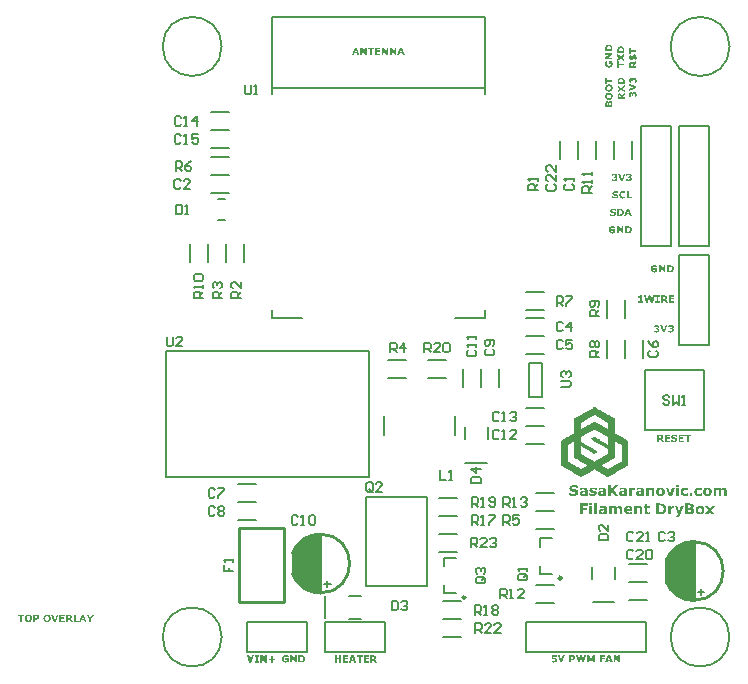
<source format=gto>
G04*
G04 #@! TF.GenerationSoftware,Altium Limited,Altium Designer,21.6.4 (81)*
G04*
G04 Layer_Color=65535*
%FSLAX25Y25*%
%MOIN*%
G70*
G04*
G04 #@! TF.SameCoordinates,7C905695-A8D0-471C-AD1A-FFB52B7834A9*
G04*
G04*
G04 #@! TF.FilePolarity,Positive*
G04*
G01*
G75*
%ADD10C,0.00787*%
%ADD11C,0.00984*%
%ADD12C,0.01000*%
%ADD13C,0.00800*%
%ADD14C,0.00600*%
%ADD15C,0.00502*%
%ADD16C,0.00591*%
G36*
X-42000Y-60158D02*
X-42742D01*
X-44209Y-60380D01*
X-45626Y-60820D01*
X-46961Y-61467D01*
X-48184Y-62307D01*
X-49267Y-63320D01*
X-50186Y-64485D01*
X-50920Y-65774D01*
X-51187Y-66467D01*
X-51186Y-66467D01*
X-51187Y-73533D01*
X-50920Y-74226D01*
X-50186Y-75515D01*
X-49267Y-76680D01*
X-48184Y-77693D01*
X-46961Y-78533D01*
X-45626Y-79180D01*
X-44209Y-79620D01*
X-42742Y-79843D01*
X-42000D01*
D01*
Y-60158D01*
D02*
G37*
G36*
X82500Y-62657D02*
X81758D01*
X80291Y-62880D01*
X78874Y-63320D01*
X77539Y-63967D01*
X76316Y-64807D01*
X75233Y-65820D01*
X74314Y-66985D01*
X73580Y-68274D01*
X73313Y-68967D01*
X73314Y-68967D01*
X73313Y-76033D01*
X73580Y-76726D01*
X74314Y-78015D01*
X75233Y-79180D01*
X76316Y-80193D01*
X77539Y-81033D01*
X78874Y-81680D01*
X80291Y-82120D01*
X81758Y-82342D01*
X82500D01*
D01*
Y-62657D01*
D02*
G37*
G36*
X49578Y-17981D02*
X49928D01*
Y-18156D01*
X50278D01*
Y-18331D01*
X50453D01*
Y-18506D01*
X50802D01*
Y-18680D01*
X51152D01*
Y-18855D01*
X51502D01*
Y-19030D01*
X51677D01*
Y-19205D01*
X52027D01*
Y-19380D01*
X52377D01*
Y-19555D01*
X52727D01*
Y-19730D01*
X52902D01*
Y-19905D01*
X53252D01*
Y-20080D01*
X53602D01*
Y-20255D01*
X53777D01*
Y-20430D01*
X54126D01*
Y-20605D01*
X54476D01*
Y-20780D01*
X54826D01*
Y-20955D01*
X55001D01*
Y-21130D01*
X55351D01*
Y-21305D01*
X55701D01*
Y-21480D01*
X56051D01*
Y-21655D01*
X56226D01*
Y-21829D01*
X56401D01*
Y-26728D01*
X56751D01*
Y-26903D01*
X56925D01*
Y-27078D01*
X57275D01*
Y-27253D01*
X57625D01*
Y-27428D01*
X57800D01*
Y-27603D01*
X58150D01*
Y-27778D01*
X58500D01*
Y-27953D01*
X58850D01*
Y-28128D01*
X59025D01*
Y-28302D01*
X59375D01*
Y-28477D01*
X59725D01*
Y-28652D01*
X60075D01*
Y-28827D01*
X60249D01*
Y-29002D01*
X60599D01*
Y-29177D01*
X60774D01*
Y-37400D01*
X60424D01*
Y-37574D01*
X60075D01*
Y-37749D01*
X59725D01*
Y-37924D01*
X59550D01*
Y-38099D01*
X59200D01*
Y-38274D01*
X58850D01*
Y-38449D01*
X58500D01*
Y-38624D01*
X58325D01*
Y-38799D01*
X57975D01*
Y-38974D01*
X57625D01*
Y-39149D01*
X57450D01*
Y-39324D01*
X57100D01*
Y-39499D01*
X56751D01*
Y-39674D01*
X56401D01*
Y-39849D01*
X56226D01*
Y-40024D01*
X55876D01*
Y-40199D01*
X55526D01*
Y-40374D01*
X55176D01*
Y-40549D01*
X55001D01*
Y-40723D01*
X54651D01*
Y-40898D01*
X54301D01*
Y-41073D01*
X53951D01*
Y-41248D01*
X53777D01*
Y-41073D01*
X53427D01*
Y-40898D01*
X53252D01*
Y-40723D01*
X52902D01*
Y-40549D01*
X52552D01*
Y-40374D01*
X52377D01*
Y-40199D01*
X52027D01*
Y-40024D01*
X51677D01*
Y-39849D01*
X51327D01*
Y-39674D01*
X51152D01*
Y-39499D01*
X50802D01*
Y-39324D01*
X50453D01*
Y-39149D01*
X50103D01*
Y-38974D01*
X49928D01*
Y-38799D01*
X49578D01*
Y-38624D01*
X49403D01*
Y-38799D01*
X49053D01*
Y-38974D01*
X48878D01*
Y-39149D01*
X48528D01*
Y-39324D01*
X48178D01*
Y-39499D01*
X47828D01*
Y-39674D01*
X47653D01*
Y-39849D01*
X47304D01*
Y-40024D01*
X46954D01*
Y-40199D01*
X46604D01*
Y-40374D01*
X46429D01*
Y-40549D01*
X46079D01*
Y-40723D01*
X45729D01*
Y-40898D01*
X45379D01*
Y-41073D01*
X45204D01*
Y-41248D01*
X45029D01*
Y-41073D01*
X44679D01*
Y-40898D01*
X44330D01*
Y-40723D01*
X43980D01*
Y-40549D01*
X43805D01*
Y-40374D01*
X43455D01*
Y-40199D01*
X43105D01*
Y-40024D01*
X42755D01*
Y-39849D01*
X42580D01*
Y-39674D01*
X42230D01*
Y-39499D01*
X41880D01*
Y-39324D01*
X41530D01*
Y-39149D01*
X41355D01*
Y-38974D01*
X41006D01*
Y-38799D01*
X40656D01*
Y-38624D01*
X40481D01*
Y-38449D01*
X40131D01*
Y-38274D01*
X39781D01*
Y-38099D01*
X39431D01*
Y-37924D01*
X39256D01*
Y-37749D01*
X38906D01*
Y-37574D01*
X38556D01*
Y-37400D01*
X38206D01*
Y-29177D01*
X38381D01*
Y-29002D01*
X38731D01*
Y-28827D01*
X38906D01*
Y-28652D01*
X39256D01*
Y-28477D01*
X39606D01*
Y-28302D01*
X39956D01*
Y-28128D01*
X40131D01*
Y-27953D01*
X40481D01*
Y-27778D01*
X40831D01*
Y-27603D01*
X41181D01*
Y-27428D01*
X41355D01*
Y-27253D01*
X41705D01*
Y-27078D01*
X42055D01*
Y-26903D01*
X42230D01*
Y-26728D01*
X42580D01*
Y-21829D01*
X42755D01*
Y-21655D01*
X43105D01*
Y-21480D01*
X43280D01*
Y-21305D01*
X43630D01*
Y-21130D01*
X43980D01*
Y-20955D01*
X44155D01*
Y-20780D01*
X44504D01*
Y-20605D01*
X44854D01*
Y-20430D01*
X45204D01*
Y-20255D01*
X45379D01*
Y-20080D01*
X45729D01*
Y-19905D01*
X46079D01*
Y-19730D01*
X46429D01*
Y-19555D01*
X46604D01*
Y-19380D01*
X46954D01*
Y-19205D01*
X47304D01*
Y-19030D01*
X47653D01*
Y-18855D01*
X47828D01*
Y-18680D01*
X48178D01*
Y-18506D01*
X48528D01*
Y-18331D01*
X48878D01*
Y-18156D01*
X49053D01*
Y-17981D01*
X49403D01*
Y-17806D01*
X49578D01*
Y-17981D01*
D02*
G37*
G36*
X68862Y17000D02*
X68193D01*
X67769Y18531D01*
X67357Y17000D01*
X66688D01*
X66055Y19353D01*
X66686D01*
X67049Y17732D01*
X67483Y19353D01*
X68086D01*
X68501Y17732D01*
X68881Y19353D01*
X69498D01*
X68862Y17000D01*
D02*
G37*
G36*
X75899Y18897D02*
X74805D01*
Y18493D01*
X75820D01*
Y18037D01*
X74805D01*
Y17456D01*
X75899D01*
Y17000D01*
X74199D01*
Y19353D01*
X75899D01*
Y18897D01*
D02*
G37*
G36*
X72806Y19351D02*
X72864Y19348D01*
X72924Y19342D01*
X72987Y19337D01*
X73044Y19329D01*
X73049D01*
X73058Y19326D01*
X73068Y19323D01*
X73098Y19318D01*
X73137Y19307D01*
X73178Y19293D01*
X73227Y19274D01*
X73276Y19252D01*
X73325Y19225D01*
X73328D01*
X73330Y19222D01*
X73347Y19211D01*
X73371Y19192D01*
X73401Y19170D01*
X73434Y19140D01*
X73470Y19105D01*
X73502Y19064D01*
X73535Y19020D01*
Y19017D01*
X73538Y19015D01*
X73543Y19006D01*
X73549Y18998D01*
X73560Y18971D01*
X73576Y18933D01*
X73590Y18889D01*
X73603Y18835D01*
X73612Y18775D01*
X73614Y18706D01*
Y18703D01*
Y18695D01*
Y18682D01*
X73612Y18663D01*
Y18641D01*
X73609Y18613D01*
X73603Y18586D01*
X73598Y18556D01*
X73584Y18488D01*
X73563Y18417D01*
X73532Y18346D01*
X73513Y18313D01*
X73492Y18280D01*
Y18278D01*
X73486Y18272D01*
X73478Y18264D01*
X73470Y18253D01*
X73442Y18223D01*
X73404Y18185D01*
X73355Y18141D01*
X73295Y18098D01*
X73227Y18051D01*
X73148Y18007D01*
X73934Y17000D01*
X73191D01*
X72552Y17863D01*
X72274D01*
Y17000D01*
X71668D01*
Y19353D01*
X72757D01*
X72806Y19351D01*
D02*
G37*
G36*
X71171Y18936D02*
X70786D01*
Y17418D01*
X71171D01*
Y17000D01*
X69795D01*
Y17418D01*
X70180D01*
Y18936D01*
X69795D01*
Y19353D01*
X71171D01*
Y18936D01*
D02*
G37*
G36*
X65160Y17410D02*
X65645D01*
Y17000D01*
X64073D01*
Y17410D01*
X64570D01*
Y18654D01*
X64073D01*
Y19039D01*
X64114D01*
X64141Y19042D01*
X64174D01*
X64212Y19045D01*
X64289Y19050D01*
X64294D01*
X64308Y19053D01*
X64327Y19056D01*
X64351Y19061D01*
X64379Y19067D01*
X64406Y19075D01*
X64436Y19086D01*
X64463Y19097D01*
X64466Y19099D01*
X64477Y19105D01*
X64491Y19113D01*
X64510Y19124D01*
X64529Y19140D01*
X64551Y19157D01*
X64570Y19178D01*
X64586Y19200D01*
X64589Y19203D01*
X64595Y19211D01*
X64600Y19225D01*
X64608Y19244D01*
X64616Y19266D01*
X64625Y19293D01*
X64633Y19323D01*
X64635Y19359D01*
X65160D01*
Y17410D01*
D02*
G37*
G36*
X-118353Y-88542D02*
Y-89451D01*
X-118959D01*
Y-88569D01*
X-119841Y-87098D01*
X-119153D01*
X-118642Y-88007D01*
X-118151Y-87098D01*
X-117485D01*
X-118353Y-88542D01*
D02*
G37*
G36*
X-130065Y-89451D02*
X-130742D01*
X-131599Y-87098D01*
X-130963D01*
X-130395Y-88749D01*
X-129827Y-87098D01*
X-129205D01*
X-130065Y-89451D01*
D02*
G37*
G36*
X-119893D02*
X-120520D01*
X-120684Y-88976D01*
X-121553D01*
X-121716Y-89451D01*
X-122328D01*
X-121460Y-87098D01*
X-120764D01*
X-119893Y-89451D01*
D02*
G37*
G36*
X-123521Y-88995D02*
X-122432D01*
Y-89451D01*
X-124127D01*
Y-87098D01*
X-123521D01*
Y-88995D01*
D02*
G37*
G36*
X-125519Y-87100D02*
X-125462Y-87103D01*
X-125402Y-87108D01*
X-125339Y-87114D01*
X-125282Y-87122D01*
X-125276D01*
X-125268Y-87125D01*
X-125257Y-87128D01*
X-125227Y-87133D01*
X-125189Y-87144D01*
X-125148Y-87158D01*
X-125099Y-87177D01*
X-125050Y-87199D01*
X-125001Y-87226D01*
X-124998D01*
X-124995Y-87229D01*
X-124979Y-87240D01*
X-124954Y-87259D01*
X-124924Y-87280D01*
X-124891Y-87310D01*
X-124856Y-87346D01*
X-124823Y-87387D01*
X-124790Y-87431D01*
Y-87433D01*
X-124787Y-87436D01*
X-124782Y-87444D01*
X-124777Y-87453D01*
X-124766Y-87480D01*
X-124749Y-87518D01*
X-124736Y-87562D01*
X-124722Y-87616D01*
X-124714Y-87676D01*
X-124711Y-87745D01*
Y-87747D01*
Y-87756D01*
Y-87769D01*
X-124714Y-87788D01*
Y-87810D01*
X-124716Y-87837D01*
X-124722Y-87865D01*
X-124727Y-87895D01*
X-124741Y-87963D01*
X-124763Y-88034D01*
X-124793Y-88105D01*
X-124812Y-88138D01*
X-124834Y-88170D01*
Y-88173D01*
X-124839Y-88179D01*
X-124848Y-88187D01*
X-124856Y-88198D01*
X-124883Y-88228D01*
X-124921Y-88266D01*
X-124970Y-88310D01*
X-125031Y-88353D01*
X-125099Y-88400D01*
X-125178Y-88443D01*
X-124392Y-89451D01*
X-125134D01*
X-125773Y-88588D01*
X-126051D01*
Y-89451D01*
X-126658D01*
Y-87098D01*
X-125568D01*
X-125519Y-87100D01*
D02*
G37*
G36*
X-127165Y-87554D02*
X-128260D01*
Y-87958D01*
X-127244D01*
Y-88414D01*
X-128260D01*
Y-88995D01*
X-127165D01*
Y-89451D01*
X-128866D01*
Y-87098D01*
X-127165D01*
Y-87554D01*
D02*
G37*
G36*
X-136486Y-87100D02*
X-136434Y-87103D01*
X-136374Y-87108D01*
X-136311Y-87114D01*
X-136248Y-87125D01*
X-136188Y-87138D01*
X-136185D01*
X-136180Y-87141D01*
X-136172D01*
X-136161Y-87147D01*
X-136133Y-87155D01*
X-136095Y-87166D01*
X-136054Y-87182D01*
X-136008Y-87204D01*
X-135961Y-87226D01*
X-135915Y-87253D01*
X-135912D01*
X-135909Y-87259D01*
X-135890Y-87270D01*
X-135866Y-87291D01*
X-135833Y-87319D01*
X-135800Y-87352D01*
X-135762Y-87392D01*
X-135727Y-87442D01*
X-135697Y-87493D01*
Y-87496D01*
X-135694Y-87499D01*
X-135688Y-87507D01*
X-135686Y-87518D01*
X-135678Y-87534D01*
X-135672Y-87551D01*
X-135658Y-87592D01*
X-135645Y-87641D01*
X-135631Y-87701D01*
X-135623Y-87766D01*
X-135620Y-87840D01*
Y-87843D01*
Y-87848D01*
Y-87857D01*
Y-87867D01*
X-135623Y-87881D01*
Y-87897D01*
X-135628Y-87938D01*
X-135634Y-87985D01*
X-135645Y-88039D01*
X-135658Y-88094D01*
X-135678Y-88151D01*
Y-88154D01*
X-135680Y-88157D01*
X-135683Y-88165D01*
X-135688Y-88176D01*
X-135699Y-88203D01*
X-135718Y-88239D01*
X-135740Y-88280D01*
X-135768Y-88321D01*
X-135800Y-88362D01*
X-135836Y-88402D01*
X-135839Y-88405D01*
X-135841Y-88408D01*
X-135849Y-88416D01*
X-135860Y-88424D01*
X-135888Y-88449D01*
X-135926Y-88482D01*
X-135972Y-88515D01*
X-136027Y-88550D01*
X-136087Y-88583D01*
X-136150Y-88613D01*
X-136153D01*
X-136158Y-88616D01*
X-136166Y-88618D01*
X-136180Y-88624D01*
X-136196Y-88629D01*
X-136218Y-88635D01*
X-136243Y-88643D01*
X-136267Y-88648D01*
X-136297Y-88654D01*
X-136330Y-88662D01*
X-136365Y-88667D01*
X-136404Y-88673D01*
X-136488Y-88681D01*
X-136581Y-88684D01*
X-136958D01*
Y-89451D01*
X-137564D01*
Y-87098D01*
X-136507D01*
X-136486Y-87100D01*
D02*
G37*
G36*
X-140679Y-87554D02*
X-141413D01*
Y-89451D01*
X-142019D01*
Y-87554D01*
X-142754D01*
Y-87098D01*
X-140679D01*
Y-87554D01*
D02*
G37*
G36*
X-132958Y-87051D02*
X-132920Y-87054D01*
X-132871Y-87059D01*
X-132816Y-87065D01*
X-132756Y-87076D01*
X-132691Y-87089D01*
X-132620Y-87108D01*
X-132549Y-87130D01*
X-132475Y-87155D01*
X-132402Y-87188D01*
X-132328Y-87226D01*
X-132257Y-87270D01*
X-132188Y-87322D01*
X-132126Y-87379D01*
X-132123Y-87382D01*
X-132112Y-87395D01*
X-132096Y-87414D01*
X-132074Y-87439D01*
X-132049Y-87472D01*
X-132022Y-87513D01*
X-131995Y-87562D01*
X-131962Y-87614D01*
X-131932Y-87676D01*
X-131905Y-87742D01*
X-131877Y-87816D01*
X-131853Y-87897D01*
X-131831Y-87982D01*
X-131815Y-88075D01*
X-131804Y-88173D01*
X-131801Y-88277D01*
Y-88280D01*
Y-88282D01*
Y-88291D01*
Y-88301D01*
X-131804Y-88332D01*
X-131806Y-88370D01*
X-131812Y-88416D01*
X-131817Y-88473D01*
X-131828Y-88534D01*
X-131842Y-88599D01*
X-131858Y-88670D01*
X-131880Y-88741D01*
X-131905Y-88818D01*
X-131937Y-88891D01*
X-131973Y-88965D01*
X-132017Y-89036D01*
X-132066Y-89104D01*
X-132123Y-89170D01*
X-132126Y-89172D01*
X-132137Y-89183D01*
X-132156Y-89200D01*
X-132183Y-89222D01*
X-132216Y-89246D01*
X-132254Y-89273D01*
X-132300Y-89303D01*
X-132355Y-89333D01*
X-132415Y-89366D01*
X-132481Y-89396D01*
X-132554Y-89424D01*
X-132633Y-89448D01*
X-132721Y-89470D01*
X-132811Y-89486D01*
X-132909Y-89497D01*
X-133013Y-89500D01*
X-133051D01*
X-133068Y-89497D01*
X-133106Y-89495D01*
X-133155Y-89489D01*
X-133210Y-89484D01*
X-133270Y-89473D01*
X-133338Y-89459D01*
X-133406Y-89440D01*
X-133480Y-89418D01*
X-133554Y-89394D01*
X-133627Y-89361D01*
X-133701Y-89323D01*
X-133772Y-89279D01*
X-133840Y-89227D01*
X-133903Y-89170D01*
X-133906Y-89167D01*
X-133917Y-89153D01*
X-133933Y-89134D01*
X-133952Y-89110D01*
X-133977Y-89077D01*
X-134004Y-89036D01*
X-134034Y-88990D01*
X-134061Y-88935D01*
X-134091Y-88875D01*
X-134121Y-88807D01*
X-134149Y-88733D01*
X-134173Y-88654D01*
X-134192Y-88569D01*
X-134209Y-88476D01*
X-134220Y-88381D01*
X-134222Y-88277D01*
Y-88274D01*
Y-88271D01*
Y-88263D01*
Y-88252D01*
Y-88239D01*
X-134220Y-88222D01*
X-134217Y-88184D01*
X-134212Y-88135D01*
X-134206Y-88080D01*
X-134195Y-88018D01*
X-134181Y-87952D01*
X-134165Y-87881D01*
X-134143Y-87807D01*
X-134119Y-87734D01*
X-134089Y-87657D01*
X-134050Y-87584D01*
X-134009Y-87513D01*
X-133960Y-87444D01*
X-133903Y-87379D01*
X-133900Y-87376D01*
X-133887Y-87365D01*
X-133870Y-87349D01*
X-133843Y-87327D01*
X-133810Y-87302D01*
X-133772Y-87275D01*
X-133726Y-87245D01*
X-133671Y-87212D01*
X-133611Y-87182D01*
X-133545Y-87152D01*
X-133472Y-87125D01*
X-133393Y-87100D01*
X-133305Y-87078D01*
X-133215Y-87062D01*
X-133117Y-87051D01*
X-133013Y-87049D01*
X-132988D01*
X-132958Y-87051D01*
D02*
G37*
G36*
X-139186D02*
X-139147Y-87054D01*
X-139098Y-87059D01*
X-139044Y-87065D01*
X-138984Y-87076D01*
X-138918Y-87089D01*
X-138847Y-87108D01*
X-138776Y-87130D01*
X-138702Y-87155D01*
X-138629Y-87188D01*
X-138555Y-87226D01*
X-138484Y-87270D01*
X-138416Y-87322D01*
X-138353Y-87379D01*
X-138350Y-87382D01*
X-138339Y-87395D01*
X-138323Y-87414D01*
X-138301Y-87439D01*
X-138276Y-87472D01*
X-138249Y-87513D01*
X-138222Y-87562D01*
X-138189Y-87614D01*
X-138159Y-87676D01*
X-138132Y-87742D01*
X-138104Y-87816D01*
X-138080Y-87897D01*
X-138058Y-87982D01*
X-138042Y-88075D01*
X-138031Y-88173D01*
X-138028Y-88277D01*
Y-88280D01*
Y-88282D01*
Y-88291D01*
Y-88301D01*
X-138031Y-88332D01*
X-138033Y-88370D01*
X-138039Y-88416D01*
X-138044Y-88473D01*
X-138055Y-88534D01*
X-138069Y-88599D01*
X-138085Y-88670D01*
X-138107Y-88741D01*
X-138132Y-88818D01*
X-138164Y-88891D01*
X-138200Y-88965D01*
X-138244Y-89036D01*
X-138293Y-89104D01*
X-138350Y-89170D01*
X-138353Y-89172D01*
X-138364Y-89183D01*
X-138383Y-89200D01*
X-138410Y-89222D01*
X-138443Y-89246D01*
X-138481Y-89273D01*
X-138528Y-89303D01*
X-138582Y-89333D01*
X-138642Y-89366D01*
X-138708Y-89396D01*
X-138781Y-89424D01*
X-138861Y-89448D01*
X-138948Y-89470D01*
X-139038Y-89486D01*
X-139136Y-89497D01*
X-139240Y-89500D01*
X-139278D01*
X-139295Y-89497D01*
X-139333Y-89495D01*
X-139382Y-89489D01*
X-139437Y-89484D01*
X-139497Y-89473D01*
X-139565Y-89459D01*
X-139633Y-89440D01*
X-139707Y-89418D01*
X-139781Y-89394D01*
X-139854Y-89361D01*
X-139928Y-89323D01*
X-139999Y-89279D01*
X-140067Y-89227D01*
X-140130Y-89170D01*
X-140133Y-89167D01*
X-140144Y-89153D01*
X-140160Y-89134D01*
X-140179Y-89110D01*
X-140204Y-89077D01*
X-140231Y-89036D01*
X-140261Y-88990D01*
X-140288Y-88935D01*
X-140319Y-88875D01*
X-140348Y-88807D01*
X-140376Y-88733D01*
X-140400Y-88654D01*
X-140419Y-88569D01*
X-140436Y-88476D01*
X-140447Y-88381D01*
X-140450Y-88277D01*
Y-88274D01*
Y-88271D01*
Y-88263D01*
Y-88252D01*
Y-88239D01*
X-140447Y-88222D01*
X-140444Y-88184D01*
X-140439Y-88135D01*
X-140433Y-88080D01*
X-140422Y-88018D01*
X-140409Y-87952D01*
X-140392Y-87881D01*
X-140370Y-87807D01*
X-140346Y-87734D01*
X-140316Y-87657D01*
X-140278Y-87584D01*
X-140237Y-87513D01*
X-140187Y-87444D01*
X-140130Y-87379D01*
X-140127Y-87376D01*
X-140114Y-87365D01*
X-140097Y-87349D01*
X-140070Y-87327D01*
X-140037Y-87302D01*
X-139999Y-87275D01*
X-139953Y-87245D01*
X-139898Y-87212D01*
X-139838Y-87182D01*
X-139772Y-87152D01*
X-139699Y-87125D01*
X-139620Y-87100D01*
X-139532Y-87078D01*
X-139442Y-87062D01*
X-139344Y-87051D01*
X-139240Y-87049D01*
X-139216D01*
X-139186Y-87051D01*
D02*
G37*
G36*
X54332Y102997D02*
X54362Y102995D01*
X54394Y102992D01*
X54433Y102986D01*
X54474Y102981D01*
X54520Y102973D01*
X54566Y102964D01*
X54665Y102937D01*
X54716Y102921D01*
X54766Y102899D01*
X54817Y102877D01*
X54867Y102850D01*
X54869Y102847D01*
X54878Y102844D01*
X54891Y102833D01*
X54910Y102823D01*
X54932Y102809D01*
X54957Y102790D01*
X54984Y102771D01*
X55014Y102746D01*
X55077Y102691D01*
X55145Y102626D01*
X55208Y102552D01*
X55238Y102511D01*
X55265Y102470D01*
Y102468D01*
X55271Y102462D01*
X55276Y102454D01*
X55282Y102440D01*
X55290Y102424D01*
X55301Y102405D01*
X55312Y102383D01*
X55323Y102358D01*
X55347Y102301D01*
X55369Y102238D01*
X55391Y102167D01*
X55410Y102091D01*
Y102088D01*
X55413Y102083D01*
Y102069D01*
X55415Y102055D01*
X55418Y102034D01*
X55424Y102012D01*
X55426Y101984D01*
X55429Y101954D01*
X55435Y101919D01*
X55437Y101883D01*
X55440Y101842D01*
X55445Y101799D01*
X55448Y101706D01*
X55451Y101605D01*
Y100778D01*
X53098D01*
Y101679D01*
X53100Y101703D01*
Y101763D01*
X53103Y101799D01*
X53109Y101875D01*
X53119Y101960D01*
X53130Y102042D01*
X53147Y102124D01*
Y102126D01*
X53149Y102132D01*
X53152Y102143D01*
X53155Y102159D01*
X53160Y102175D01*
X53166Y102197D01*
X53182Y102246D01*
X53201Y102301D01*
X53226Y102361D01*
X53253Y102421D01*
X53283Y102476D01*
X53286Y102479D01*
X53291Y102487D01*
X53300Y102500D01*
X53311Y102517D01*
X53327Y102536D01*
X53343Y102560D01*
X53365Y102588D01*
X53390Y102615D01*
X53417Y102645D01*
X53447Y102675D01*
X53480Y102708D01*
X53515Y102741D01*
X53594Y102801D01*
X53685Y102858D01*
X53687Y102861D01*
X53695Y102864D01*
X53709Y102872D01*
X53728Y102880D01*
X53753Y102891D01*
X53783Y102902D01*
X53816Y102915D01*
X53854Y102929D01*
X53895Y102943D01*
X53938Y102956D01*
X53988Y102967D01*
X54039Y102978D01*
X54097Y102986D01*
X54154Y102995D01*
X54214Y102997D01*
X54277Y103000D01*
X54280D01*
X54291D01*
X54310D01*
X54332Y102997D01*
D02*
G37*
G36*
X55451Y99590D02*
X53837Y98597D01*
X55451D01*
Y98040D01*
X53098D01*
Y98763D01*
X54446Y99620D01*
X53098D01*
Y100177D01*
X55451D01*
Y99590D01*
D02*
G37*
G36*
X55317Y97494D02*
X55320Y97488D01*
X55323Y97480D01*
X55328Y97466D01*
X55334Y97453D01*
X55339Y97434D01*
X55347Y97409D01*
X55355Y97384D01*
X55366Y97357D01*
X55374Y97324D01*
X55385Y97289D01*
X55396Y97253D01*
X55407Y97212D01*
X55418Y97169D01*
X55440Y97076D01*
Y97073D01*
X55443Y97065D01*
X55445Y97051D01*
X55448Y97032D01*
X55454Y97008D01*
X55459Y96980D01*
X55465Y96948D01*
X55470Y96915D01*
X55475Y96877D01*
X55481Y96836D01*
X55492Y96748D01*
X55497Y96653D01*
X55500Y96557D01*
Y96516D01*
X55497Y96500D01*
X55494Y96459D01*
X55489Y96407D01*
X55484Y96350D01*
X55473Y96284D01*
X55459Y96216D01*
X55443Y96140D01*
X55421Y96063D01*
X55393Y95987D01*
X55364Y95907D01*
X55325Y95831D01*
X55282Y95755D01*
X55233Y95684D01*
X55175Y95618D01*
X55172Y95615D01*
X55159Y95604D01*
X55142Y95588D01*
X55115Y95566D01*
X55082Y95539D01*
X55041Y95512D01*
X54995Y95482D01*
X54940Y95449D01*
X54880Y95416D01*
X54812Y95386D01*
X54738Y95359D01*
X54659Y95331D01*
X54572Y95310D01*
X54479Y95293D01*
X54378Y95282D01*
X54274Y95280D01*
X54272D01*
X54269D01*
X54261D01*
X54250D01*
X54222Y95282D01*
X54184Y95285D01*
X54138Y95290D01*
X54083Y95299D01*
X54023Y95307D01*
X53958Y95323D01*
X53889Y95340D01*
X53818Y95364D01*
X53745Y95391D01*
X53668Y95424D01*
X53597Y95463D01*
X53523Y95509D01*
X53455Y95561D01*
X53390Y95621D01*
X53387Y95626D01*
X53376Y95637D01*
X53360Y95656D01*
X53338Y95684D01*
X53311Y95719D01*
X53283Y95763D01*
X53253Y95812D01*
X53220Y95869D01*
X53190Y95935D01*
X53160Y96006D01*
X53130Y96085D01*
X53106Y96170D01*
X53084Y96262D01*
X53068Y96361D01*
X53057Y96464D01*
X53054Y96576D01*
Y96636D01*
X53057Y96661D01*
Y96688D01*
X53059Y96718D01*
X53065Y96786D01*
X53073Y96860D01*
X53084Y96939D01*
X53098Y97019D01*
Y97021D01*
X53100Y97030D01*
X53103Y97040D01*
X53106Y97057D01*
X53111Y97076D01*
X53117Y97098D01*
X53125Y97125D01*
X53133Y97155D01*
X53144Y97191D01*
X53155Y97226D01*
X53185Y97305D01*
X53220Y97393D01*
X53264Y97488D01*
X53813D01*
Y97420D01*
X53810Y97417D01*
X53807Y97412D01*
X53799Y97401D01*
X53788Y97387D01*
X53775Y97368D01*
X53761Y97346D01*
X53742Y97319D01*
X53720Y97289D01*
X53717Y97286D01*
X53709Y97275D01*
X53698Y97259D01*
X53685Y97237D01*
X53668Y97212D01*
X53652Y97185D01*
X53616Y97125D01*
X53614Y97120D01*
X53608Y97109D01*
X53600Y97089D01*
X53586Y97062D01*
X53573Y97032D01*
X53559Y96994D01*
X53545Y96953D01*
X53532Y96909D01*
X53529Y96904D01*
X53526Y96887D01*
X53521Y96863D01*
X53513Y96833D01*
X53504Y96795D01*
X53499Y96748D01*
X53496Y96702D01*
X53493Y96650D01*
Y96623D01*
X53496Y96593D01*
X53499Y96554D01*
X53504Y96508D01*
X53515Y96459D01*
X53526Y96407D01*
X53543Y96358D01*
Y96355D01*
X53545Y96352D01*
X53551Y96336D01*
X53562Y96311D01*
X53578Y96279D01*
X53597Y96243D01*
X53622Y96205D01*
X53652Y96164D01*
X53687Y96123D01*
X53693Y96118D01*
X53704Y96107D01*
X53725Y96090D01*
X53753Y96066D01*
X53788Y96041D01*
X53829Y96017D01*
X53878Y95992D01*
X53930Y95968D01*
X53933D01*
X53936Y95965D01*
X53944Y95962D01*
X53955Y95959D01*
X53969Y95954D01*
X53985Y95948D01*
X54026Y95940D01*
X54075Y95929D01*
X54132Y95918D01*
X54195Y95913D01*
X54263Y95910D01*
X54269D01*
X54280D01*
X54302Y95913D01*
X54326D01*
X54359Y95916D01*
X54397Y95921D01*
X54438Y95927D01*
X54484Y95935D01*
X54531Y95946D01*
X54580Y95959D01*
X54629Y95976D01*
X54681Y95998D01*
X54730Y96019D01*
X54777Y96047D01*
X54820Y96079D01*
X54861Y96115D01*
X54864Y96118D01*
X54869Y96126D01*
X54880Y96137D01*
X54894Y96153D01*
X54908Y96175D01*
X54927Y96202D01*
X54943Y96232D01*
X54962Y96271D01*
X54981Y96309D01*
X55000Y96355D01*
X55019Y96404D01*
X55033Y96462D01*
X55047Y96519D01*
X55058Y96584D01*
X55063Y96653D01*
X55066Y96727D01*
Y96816D01*
X55063Y96828D01*
Y96852D01*
X55060Y96879D01*
X54602D01*
Y96412D01*
X54157D01*
Y97496D01*
X55317D01*
Y97494D01*
D02*
G37*
G36*
X58292Y102410D02*
X58322Y102408D01*
X58355Y102405D01*
X58393Y102399D01*
X58434Y102394D01*
X58480Y102386D01*
X58527Y102377D01*
X58625Y102350D01*
X58677Y102334D01*
X58726Y102312D01*
X58778Y102290D01*
X58827Y102263D01*
X58830Y102260D01*
X58838Y102257D01*
X58852Y102246D01*
X58871Y102236D01*
X58893Y102222D01*
X58917Y102203D01*
X58944Y102184D01*
X58974Y102159D01*
X59037Y102104D01*
X59105Y102039D01*
X59168Y101965D01*
X59198Y101924D01*
X59226Y101883D01*
Y101881D01*
X59231Y101875D01*
X59237Y101867D01*
X59242Y101853D01*
X59250Y101837D01*
X59261Y101818D01*
X59272Y101796D01*
X59283Y101771D01*
X59307Y101714D01*
X59329Y101651D01*
X59351Y101580D01*
X59370Y101504D01*
Y101501D01*
X59373Y101496D01*
Y101482D01*
X59376Y101469D01*
X59378Y101447D01*
X59384Y101425D01*
X59387Y101398D01*
X59389Y101367D01*
X59395Y101332D01*
X59398Y101296D01*
X59400Y101256D01*
X59406Y101212D01*
X59408Y101119D01*
X59411Y101018D01*
Y100191D01*
X57058D01*
Y101092D01*
X57061Y101116D01*
Y101176D01*
X57064Y101212D01*
X57069Y101288D01*
X57080Y101373D01*
X57091Y101455D01*
X57107Y101537D01*
Y101539D01*
X57110Y101545D01*
X57113Y101556D01*
X57115Y101572D01*
X57121Y101589D01*
X57126Y101610D01*
X57143Y101660D01*
X57162Y101714D01*
X57186Y101774D01*
X57214Y101834D01*
X57244Y101889D01*
X57246Y101892D01*
X57252Y101900D01*
X57260Y101913D01*
X57271Y101930D01*
X57287Y101949D01*
X57304Y101973D01*
X57326Y102001D01*
X57350Y102028D01*
X57377Y102058D01*
X57407Y102088D01*
X57440Y102121D01*
X57476Y102154D01*
X57555Y102214D01*
X57645Y102271D01*
X57648Y102274D01*
X57656Y102277D01*
X57670Y102285D01*
X57689Y102293D01*
X57713Y102304D01*
X57743Y102315D01*
X57776Y102328D01*
X57814Y102342D01*
X57855Y102356D01*
X57899Y102369D01*
X57948Y102380D01*
X58000Y102391D01*
X58057Y102399D01*
X58114Y102408D01*
X58175Y102410D01*
X58237Y102413D01*
X58240D01*
X58251D01*
X58270D01*
X58292Y102410D01*
D02*
G37*
G36*
X59411Y99148D02*
X58641Y98643D01*
X59411Y98127D01*
Y97458D01*
X58226Y98291D01*
X57058Y97474D01*
Y98173D01*
X57792Y98662D01*
X57058Y99164D01*
Y99839D01*
X58202Y99017D01*
X59411Y99852D01*
Y99148D01*
D02*
G37*
G36*
X57514Y96620D02*
X59411D01*
Y96014D01*
X57514D01*
Y95280D01*
X57058D01*
Y97354D01*
X57514D01*
Y96620D01*
D02*
G37*
G36*
X61559Y101215D02*
X63456D01*
Y100609D01*
X61559D01*
Y99874D01*
X61103D01*
Y101949D01*
X61559D01*
Y101215D01*
D02*
G37*
G36*
X62752Y99691D02*
X62776Y99689D01*
X62807Y99686D01*
X62839Y99678D01*
X62878Y99669D01*
X62919Y99659D01*
X62965Y99642D01*
X63009Y99623D01*
X63058Y99598D01*
X63104Y99568D01*
X63151Y99536D01*
X63197Y99497D01*
X63241Y99451D01*
X63284Y99399D01*
X63287Y99396D01*
X63292Y99385D01*
X63303Y99369D01*
X63317Y99344D01*
X63333Y99314D01*
X63353Y99279D01*
X63372Y99238D01*
X63391Y99189D01*
X63413Y99134D01*
X63432Y99074D01*
X63451Y99009D01*
X63467Y98935D01*
X63481Y98859D01*
X63492Y98777D01*
X63497Y98689D01*
X63500Y98597D01*
Y98547D01*
X63497Y98523D01*
Y98493D01*
X63494Y98460D01*
Y98425D01*
X63489Y98343D01*
X63478Y98258D01*
X63467Y98171D01*
X63451Y98086D01*
Y98083D01*
X63448Y98078D01*
X63445Y98064D01*
X63443Y98050D01*
X63437Y98031D01*
X63429Y98007D01*
X63424Y97982D01*
X63415Y97955D01*
X63396Y97892D01*
X63374Y97824D01*
X63347Y97753D01*
X63320Y97682D01*
X62755D01*
Y97747D01*
X62757Y97750D01*
X62760Y97756D01*
X62768Y97767D01*
X62779Y97780D01*
X62793Y97799D01*
X62807Y97818D01*
X62823Y97843D01*
X62839Y97870D01*
X62878Y97933D01*
X62916Y98004D01*
X62954Y98083D01*
X62987Y98168D01*
Y98171D01*
X62989Y98179D01*
X62995Y98190D01*
X62998Y98209D01*
X63006Y98228D01*
X63011Y98252D01*
X63020Y98280D01*
X63025Y98310D01*
X63041Y98378D01*
X63052Y98454D01*
X63063Y98534D01*
X63066Y98616D01*
Y98654D01*
X63063Y98676D01*
Y98700D01*
X63060Y98728D01*
X63058Y98760D01*
Y98763D01*
X63055Y98777D01*
Y98793D01*
X63050Y98812D01*
X63041Y98861D01*
X63033Y98886D01*
X63025Y98908D01*
Y98910D01*
X63020Y98919D01*
X63014Y98932D01*
X63006Y98949D01*
X62984Y98987D01*
X62957Y99022D01*
X62954Y99025D01*
X62949Y99031D01*
X62938Y99036D01*
X62924Y99047D01*
X62905Y99055D01*
X62883Y99061D01*
X62858Y99066D01*
X62828Y99069D01*
X62826D01*
X62815D01*
X62801Y99066D01*
X62782Y99061D01*
X62763Y99052D01*
X62738Y99039D01*
X62717Y99022D01*
X62695Y99001D01*
X62692Y98998D01*
X62687Y98990D01*
X62675Y98973D01*
X62662Y98951D01*
X62648Y98924D01*
X62635Y98891D01*
X62621Y98853D01*
X62610Y98809D01*
Y98807D01*
X62607Y98804D01*
Y98796D01*
X62604Y98788D01*
X62599Y98760D01*
X62591Y98725D01*
X62580Y98684D01*
X62572Y98635D01*
X62561Y98583D01*
X62550Y98528D01*
Y98523D01*
X62547Y98515D01*
X62545Y98504D01*
X62539Y98474D01*
X62531Y98438D01*
X62520Y98397D01*
X62509Y98351D01*
X62479Y98252D01*
Y98250D01*
X62473Y98239D01*
X62468Y98225D01*
X62463Y98203D01*
X62452Y98179D01*
X62441Y98151D01*
X62427Y98122D01*
X62411Y98089D01*
X62372Y98018D01*
X62329Y97947D01*
X62277Y97881D01*
X62250Y97851D01*
X62220Y97824D01*
X62217D01*
X62211Y97818D01*
X62203Y97813D01*
X62190Y97805D01*
X62173Y97794D01*
X62154Y97783D01*
X62132Y97772D01*
X62105Y97761D01*
X62078Y97747D01*
X62045Y97737D01*
X61977Y97715D01*
X61895Y97701D01*
X61851Y97698D01*
X61807Y97696D01*
X61805D01*
X61794D01*
X61775Y97698D01*
X61753Y97701D01*
X61725Y97704D01*
X61693Y97712D01*
X61657Y97720D01*
X61616Y97734D01*
X61575Y97747D01*
X61532Y97767D01*
X61488Y97791D01*
X61444Y97821D01*
X61398Y97854D01*
X61354Y97892D01*
X61313Y97939D01*
X61272Y97990D01*
X61270Y97993D01*
X61264Y98004D01*
X61253Y98020D01*
X61239Y98045D01*
X61223Y98072D01*
X61207Y98108D01*
X61188Y98149D01*
X61166Y98195D01*
X61147Y98247D01*
X61128Y98304D01*
X61111Y98367D01*
X61095Y98433D01*
X61081Y98506D01*
X61070Y98583D01*
X61065Y98662D01*
X61062Y98747D01*
Y98807D01*
X61065Y98831D01*
Y98861D01*
X61068Y98891D01*
X61073Y98960D01*
X61081Y99039D01*
X61092Y99121D01*
X61108Y99205D01*
Y99208D01*
X61111Y99216D01*
X61114Y99227D01*
X61117Y99243D01*
X61119Y99263D01*
X61125Y99287D01*
X61133Y99312D01*
X61138Y99342D01*
X61155Y99402D01*
X61174Y99470D01*
X61196Y99536D01*
X61220Y99601D01*
X61761D01*
Y99533D01*
X61756Y99530D01*
X61750Y99522D01*
X61742Y99511D01*
X61734Y99497D01*
X61723Y99481D01*
X61695Y99440D01*
X61665Y99388D01*
X61635Y99328D01*
X61603Y99260D01*
X61573Y99186D01*
Y99183D01*
X61570Y99178D01*
X61564Y99167D01*
X61562Y99151D01*
X61554Y99132D01*
X61548Y99110D01*
X61543Y99085D01*
X61534Y99058D01*
X61521Y98992D01*
X61507Y98921D01*
X61499Y98845D01*
X61496Y98766D01*
Y98719D01*
X61499Y98695D01*
X61502Y98670D01*
X61507Y98613D01*
Y98610D01*
X61510Y98599D01*
X61513Y98586D01*
X61515Y98567D01*
X61521Y98545D01*
X61529Y98523D01*
X61545Y98471D01*
Y98468D01*
X61551Y98460D01*
X61556Y98449D01*
X61564Y98435D01*
X61586Y98400D01*
X61619Y98365D01*
X61622Y98362D01*
X61627Y98359D01*
X61638Y98351D01*
X61649Y98343D01*
X61665Y98334D01*
X61685Y98329D01*
X61706Y98324D01*
X61728Y98321D01*
X61731D01*
X61745D01*
X61761Y98324D01*
X61780Y98329D01*
X61805Y98337D01*
X61826Y98351D01*
X61851Y98367D01*
X61870Y98392D01*
X61873Y98395D01*
X61878Y98405D01*
X61887Y98425D01*
X61900Y98452D01*
X61914Y98487D01*
X61927Y98534D01*
X61936Y98561D01*
X61944Y98591D01*
X61952Y98624D01*
X61960Y98659D01*
Y98665D01*
X61966Y98681D01*
X61971Y98706D01*
X61977Y98738D01*
X61985Y98777D01*
X61996Y98818D01*
X62015Y98908D01*
Y98913D01*
X62020Y98930D01*
X62026Y98954D01*
X62031Y98984D01*
X62042Y99022D01*
X62053Y99066D01*
X62067Y99115D01*
X62083Y99164D01*
Y99167D01*
X62086Y99175D01*
X62091Y99189D01*
X62099Y99208D01*
X62108Y99230D01*
X62119Y99257D01*
X62146Y99314D01*
X62181Y99380D01*
X62222Y99445D01*
X62269Y99508D01*
X62296Y99538D01*
X62323Y99563D01*
X62326Y99566D01*
X62332Y99568D01*
X62340Y99574D01*
X62351Y99585D01*
X62367Y99593D01*
X62383Y99604D01*
X62405Y99617D01*
X62430Y99628D01*
X62457Y99642D01*
X62487Y99653D01*
X62555Y99675D01*
X62632Y99689D01*
X62675Y99691D01*
X62719Y99694D01*
X62722D01*
X62736D01*
X62752Y99691D01*
D02*
G37*
G36*
X63456Y96803D02*
X62594Y96164D01*
Y95886D01*
X63456D01*
Y95280D01*
X61103D01*
Y96369D01*
X61106Y96418D01*
X61108Y96475D01*
X61114Y96535D01*
X61119Y96598D01*
X61128Y96655D01*
Y96661D01*
X61130Y96669D01*
X61133Y96680D01*
X61138Y96710D01*
X61150Y96748D01*
X61163Y96789D01*
X61182Y96838D01*
X61204Y96887D01*
X61231Y96937D01*
Y96939D01*
X61234Y96942D01*
X61245Y96959D01*
X61264Y96983D01*
X61286Y97013D01*
X61316Y97046D01*
X61352Y97081D01*
X61392Y97114D01*
X61436Y97147D01*
X61439D01*
X61442Y97150D01*
X61450Y97155D01*
X61458Y97161D01*
X61485Y97171D01*
X61523Y97188D01*
X61567Y97202D01*
X61622Y97215D01*
X61682Y97223D01*
X61750Y97226D01*
X61753D01*
X61761D01*
X61775D01*
X61794Y97223D01*
X61816D01*
X61843Y97221D01*
X61870Y97215D01*
X61900Y97210D01*
X61968Y97196D01*
X62039Y97174D01*
X62110Y97144D01*
X62143Y97125D01*
X62176Y97103D01*
X62179D01*
X62184Y97098D01*
X62192Y97089D01*
X62203Y97081D01*
X62233Y97054D01*
X62271Y97016D01*
X62315Y96967D01*
X62359Y96907D01*
X62405Y96838D01*
X62449Y96759D01*
X63456Y97545D01*
Y96803D01*
D02*
G37*
G36*
X-59763Y-102995D02*
X-60350D01*
X-61343Y-101381D01*
Y-102995D01*
X-61900D01*
Y-100641D01*
X-61177D01*
X-60320Y-101990D01*
Y-100641D01*
X-59763D01*
Y-102995D01*
D02*
G37*
G36*
X-64865D02*
X-65542D01*
X-66399Y-100641D01*
X-65763D01*
X-65196Y-102293D01*
X-64628Y-100641D01*
X-64005D01*
X-64865Y-102995D01*
D02*
G37*
G36*
X-62397Y-101059D02*
X-62782D01*
Y-102577D01*
X-62397D01*
Y-102995D01*
X-63773D01*
Y-102577D01*
X-63388D01*
Y-101059D01*
X-63773D01*
Y-100641D01*
X-62397D01*
Y-101059D01*
D02*
G37*
G36*
X-57841Y-101736D02*
X-57000D01*
Y-102162D01*
X-57841D01*
Y-103000D01*
X-58275D01*
Y-102162D01*
X-59116D01*
Y-101736D01*
X-58275D01*
Y-100898D01*
X-57841D01*
Y-101736D01*
D02*
G37*
G36*
X-53339Y-100557D02*
X-53312D01*
X-53282Y-100559D01*
X-53214Y-100565D01*
X-53140Y-100573D01*
X-53061Y-100584D01*
X-52981Y-100598D01*
X-52979D01*
X-52970Y-100600D01*
X-52960Y-100603D01*
X-52943Y-100606D01*
X-52924Y-100611D01*
X-52902Y-100617D01*
X-52875Y-100625D01*
X-52845Y-100633D01*
X-52809Y-100644D01*
X-52774Y-100655D01*
X-52695Y-100685D01*
X-52607Y-100721D01*
X-52512Y-100764D01*
Y-101313D01*
X-52580D01*
X-52583Y-101310D01*
X-52588Y-101307D01*
X-52599Y-101299D01*
X-52613Y-101288D01*
X-52632Y-101275D01*
X-52654Y-101261D01*
X-52681Y-101242D01*
X-52711Y-101220D01*
X-52714Y-101217D01*
X-52725Y-101209D01*
X-52741Y-101198D01*
X-52763Y-101185D01*
X-52788Y-101168D01*
X-52815Y-101152D01*
X-52875Y-101116D01*
X-52880Y-101114D01*
X-52891Y-101108D01*
X-52911Y-101100D01*
X-52938Y-101086D01*
X-52968Y-101073D01*
X-53006Y-101059D01*
X-53047Y-101045D01*
X-53091Y-101032D01*
X-53096Y-101029D01*
X-53113Y-101026D01*
X-53137Y-101021D01*
X-53167Y-101013D01*
X-53205Y-101004D01*
X-53252Y-100999D01*
X-53298Y-100996D01*
X-53350Y-100993D01*
X-53377D01*
X-53407Y-100996D01*
X-53446Y-100999D01*
X-53492Y-101004D01*
X-53541Y-101015D01*
X-53593Y-101026D01*
X-53642Y-101043D01*
X-53645D01*
X-53648Y-101045D01*
X-53664Y-101051D01*
X-53689Y-101062D01*
X-53721Y-101078D01*
X-53757Y-101097D01*
X-53795Y-101122D01*
X-53836Y-101152D01*
X-53877Y-101187D01*
X-53882Y-101193D01*
X-53893Y-101204D01*
X-53910Y-101225D01*
X-53934Y-101253D01*
X-53959Y-101288D01*
X-53983Y-101329D01*
X-54008Y-101378D01*
X-54032Y-101430D01*
Y-101433D01*
X-54035Y-101436D01*
X-54038Y-101444D01*
X-54041Y-101455D01*
X-54046Y-101469D01*
X-54052Y-101485D01*
X-54060Y-101526D01*
X-54071Y-101575D01*
X-54082Y-101632D01*
X-54087Y-101695D01*
X-54090Y-101763D01*
Y-101769D01*
Y-101780D01*
X-54087Y-101802D01*
Y-101826D01*
X-54084Y-101859D01*
X-54079Y-101897D01*
X-54073Y-101938D01*
X-54065Y-101984D01*
X-54054Y-102031D01*
X-54041Y-102080D01*
X-54024Y-102129D01*
X-54002Y-102181D01*
X-53981Y-102230D01*
X-53953Y-102277D01*
X-53921Y-102320D01*
X-53885Y-102361D01*
X-53882Y-102364D01*
X-53874Y-102369D01*
X-53863Y-102380D01*
X-53847Y-102394D01*
X-53825Y-102408D01*
X-53798Y-102427D01*
X-53768Y-102443D01*
X-53729Y-102462D01*
X-53691Y-102481D01*
X-53645Y-102500D01*
X-53596Y-102520D01*
X-53538Y-102533D01*
X-53481Y-102547D01*
X-53416Y-102558D01*
X-53347Y-102563D01*
X-53273Y-102566D01*
X-53184D01*
X-53172Y-102563D01*
X-53148D01*
X-53121Y-102560D01*
Y-102102D01*
X-53588D01*
Y-101657D01*
X-52504D01*
Y-102817D01*
X-52506D01*
X-52512Y-102820D01*
X-52520Y-102823D01*
X-52534Y-102828D01*
X-52547Y-102833D01*
X-52566Y-102839D01*
X-52591Y-102847D01*
X-52616Y-102855D01*
X-52643Y-102866D01*
X-52676Y-102874D01*
X-52711Y-102885D01*
X-52747Y-102896D01*
X-52788Y-102907D01*
X-52831Y-102918D01*
X-52924Y-102940D01*
X-52927D01*
X-52935Y-102943D01*
X-52949Y-102945D01*
X-52968Y-102948D01*
X-52992Y-102954D01*
X-53020Y-102959D01*
X-53052Y-102964D01*
X-53085Y-102970D01*
X-53123Y-102975D01*
X-53164Y-102981D01*
X-53252Y-102992D01*
X-53347Y-102997D01*
X-53443Y-103000D01*
X-53484D01*
X-53500Y-102997D01*
X-53541Y-102995D01*
X-53593Y-102989D01*
X-53650Y-102984D01*
X-53716Y-102973D01*
X-53784Y-102959D01*
X-53860Y-102943D01*
X-53937Y-102921D01*
X-54013Y-102893D01*
X-54093Y-102864D01*
X-54169Y-102825D01*
X-54245Y-102782D01*
X-54316Y-102733D01*
X-54382Y-102675D01*
X-54385Y-102672D01*
X-54396Y-102659D01*
X-54412Y-102642D01*
X-54434Y-102615D01*
X-54461Y-102582D01*
X-54488Y-102541D01*
X-54518Y-102495D01*
X-54551Y-102440D01*
X-54584Y-102380D01*
X-54614Y-102312D01*
X-54641Y-102238D01*
X-54669Y-102159D01*
X-54690Y-102072D01*
X-54707Y-101979D01*
X-54718Y-101878D01*
X-54720Y-101774D01*
Y-101771D01*
Y-101769D01*
Y-101761D01*
Y-101750D01*
X-54718Y-101722D01*
X-54715Y-101684D01*
X-54710Y-101638D01*
X-54701Y-101583D01*
X-54693Y-101523D01*
X-54677Y-101458D01*
X-54660Y-101389D01*
X-54636Y-101318D01*
X-54609Y-101245D01*
X-54576Y-101168D01*
X-54537Y-101097D01*
X-54491Y-101023D01*
X-54439Y-100955D01*
X-54379Y-100890D01*
X-54374Y-100887D01*
X-54363Y-100876D01*
X-54344Y-100860D01*
X-54316Y-100838D01*
X-54281Y-100811D01*
X-54237Y-100783D01*
X-54188Y-100753D01*
X-54131Y-100721D01*
X-54065Y-100690D01*
X-53994Y-100660D01*
X-53915Y-100630D01*
X-53830Y-100606D01*
X-53738Y-100584D01*
X-53639Y-100568D01*
X-53536Y-100557D01*
X-53424Y-100554D01*
X-53364D01*
X-53339Y-100557D01*
D02*
G37*
G36*
X-49823Y-102951D02*
X-50410D01*
X-51403Y-101337D01*
Y-102951D01*
X-51960D01*
Y-100598D01*
X-51237D01*
X-50380Y-101946D01*
Y-100598D01*
X-49823D01*
Y-102951D01*
D02*
G37*
G36*
X-48297Y-100600D02*
X-48237D01*
X-48201Y-100603D01*
X-48125Y-100609D01*
X-48040Y-100619D01*
X-47958Y-100630D01*
X-47876Y-100647D01*
X-47874D01*
X-47868Y-100649D01*
X-47857Y-100652D01*
X-47841Y-100655D01*
X-47824Y-100660D01*
X-47803Y-100666D01*
X-47754Y-100682D01*
X-47699Y-100701D01*
X-47639Y-100726D01*
X-47579Y-100753D01*
X-47524Y-100783D01*
X-47521Y-100786D01*
X-47513Y-100791D01*
X-47500Y-100800D01*
X-47483Y-100811D01*
X-47464Y-100827D01*
X-47440Y-100843D01*
X-47412Y-100865D01*
X-47385Y-100890D01*
X-47355Y-100917D01*
X-47325Y-100947D01*
X-47292Y-100980D01*
X-47259Y-101015D01*
X-47199Y-101094D01*
X-47142Y-101185D01*
X-47139Y-101187D01*
X-47137Y-101196D01*
X-47128Y-101209D01*
X-47120Y-101228D01*
X-47109Y-101253D01*
X-47098Y-101283D01*
X-47085Y-101316D01*
X-47071Y-101354D01*
X-47057Y-101395D01*
X-47044Y-101438D01*
X-47033Y-101488D01*
X-47022Y-101539D01*
X-47014Y-101597D01*
X-47006Y-101654D01*
X-47003Y-101714D01*
X-47000Y-101777D01*
Y-101780D01*
Y-101791D01*
Y-101810D01*
X-47003Y-101832D01*
X-47006Y-101862D01*
X-47008Y-101894D01*
X-47014Y-101933D01*
X-47019Y-101973D01*
X-47027Y-102020D01*
X-47036Y-102066D01*
X-47063Y-102165D01*
X-47079Y-102216D01*
X-47101Y-102266D01*
X-47123Y-102318D01*
X-47150Y-102367D01*
X-47153Y-102369D01*
X-47156Y-102378D01*
X-47166Y-102391D01*
X-47177Y-102410D01*
X-47191Y-102432D01*
X-47210Y-102457D01*
X-47229Y-102484D01*
X-47254Y-102514D01*
X-47308Y-102577D01*
X-47374Y-102645D01*
X-47448Y-102708D01*
X-47489Y-102738D01*
X-47530Y-102765D01*
X-47532D01*
X-47538Y-102771D01*
X-47546Y-102776D01*
X-47560Y-102782D01*
X-47576Y-102790D01*
X-47595Y-102801D01*
X-47617Y-102812D01*
X-47642Y-102823D01*
X-47699Y-102847D01*
X-47762Y-102869D01*
X-47833Y-102891D01*
X-47909Y-102910D01*
X-47912D01*
X-47917Y-102913D01*
X-47931D01*
X-47945Y-102915D01*
X-47966Y-102918D01*
X-47988Y-102924D01*
X-48016Y-102926D01*
X-48046Y-102929D01*
X-48081Y-102935D01*
X-48117Y-102937D01*
X-48158Y-102940D01*
X-48201Y-102945D01*
X-48294Y-102948D01*
X-48395Y-102951D01*
X-49222D01*
Y-100598D01*
X-48321D01*
X-48297Y-100600D01*
D02*
G37*
G36*
X76217Y-27065D02*
X76247D01*
X76277Y-27068D01*
X76345Y-27073D01*
X76424Y-27081D01*
X76506Y-27092D01*
X76591Y-27108D01*
X76594D01*
X76602Y-27111D01*
X76613Y-27114D01*
X76629Y-27117D01*
X76648Y-27119D01*
X76673Y-27125D01*
X76697Y-27133D01*
X76727Y-27139D01*
X76788Y-27155D01*
X76856Y-27174D01*
X76921Y-27196D01*
X76987Y-27220D01*
Y-27761D01*
X76919D01*
X76916Y-27755D01*
X76908Y-27750D01*
X76897Y-27742D01*
X76883Y-27734D01*
X76867Y-27723D01*
X76826Y-27696D01*
X76774Y-27665D01*
X76714Y-27635D01*
X76646Y-27603D01*
X76572Y-27573D01*
X76569D01*
X76564Y-27570D01*
X76553Y-27564D01*
X76537Y-27562D01*
X76517Y-27553D01*
X76495Y-27548D01*
X76471Y-27543D01*
X76444Y-27534D01*
X76378Y-27521D01*
X76307Y-27507D01*
X76231Y-27499D01*
X76152Y-27496D01*
X76105D01*
X76081Y-27499D01*
X76056Y-27502D01*
X75999Y-27507D01*
X75996D01*
X75985Y-27510D01*
X75971Y-27513D01*
X75952Y-27515D01*
X75930Y-27521D01*
X75909Y-27529D01*
X75857Y-27545D01*
X75854D01*
X75846Y-27551D01*
X75835Y-27556D01*
X75821Y-27564D01*
X75786Y-27586D01*
X75750Y-27619D01*
X75748Y-27622D01*
X75745Y-27627D01*
X75737Y-27638D01*
X75728Y-27649D01*
X75720Y-27665D01*
X75715Y-27685D01*
X75709Y-27706D01*
X75706Y-27728D01*
Y-27731D01*
Y-27745D01*
X75709Y-27761D01*
X75715Y-27780D01*
X75723Y-27805D01*
X75737Y-27826D01*
X75753Y-27851D01*
X75778Y-27870D01*
X75780Y-27873D01*
X75791Y-27878D01*
X75810Y-27887D01*
X75838Y-27900D01*
X75873Y-27914D01*
X75920Y-27928D01*
X75947Y-27936D01*
X75977Y-27944D01*
X76010Y-27952D01*
X76045Y-27960D01*
X76051D01*
X76067Y-27966D01*
X76091Y-27971D01*
X76124Y-27977D01*
X76162Y-27985D01*
X76203Y-27996D01*
X76293Y-28015D01*
X76299D01*
X76315Y-28020D01*
X76340Y-28026D01*
X76370Y-28031D01*
X76408Y-28042D01*
X76452Y-28053D01*
X76501Y-28067D01*
X76550Y-28083D01*
X76553D01*
X76561Y-28086D01*
X76575Y-28091D01*
X76594Y-28100D01*
X76616Y-28108D01*
X76643Y-28119D01*
X76700Y-28146D01*
X76766Y-28181D01*
X76831Y-28222D01*
X76894Y-28269D01*
X76924Y-28296D01*
X76949Y-28323D01*
X76951Y-28326D01*
X76954Y-28332D01*
X76960Y-28340D01*
X76970Y-28351D01*
X76979Y-28367D01*
X76990Y-28383D01*
X77003Y-28405D01*
X77014Y-28430D01*
X77028Y-28457D01*
X77039Y-28487D01*
X77061Y-28555D01*
X77074Y-28632D01*
X77077Y-28675D01*
X77080Y-28719D01*
Y-28722D01*
Y-28736D01*
X77077Y-28752D01*
X77074Y-28776D01*
X77071Y-28807D01*
X77063Y-28839D01*
X77055Y-28878D01*
X77044Y-28918D01*
X77028Y-28965D01*
X77009Y-29009D01*
X76984Y-29058D01*
X76954Y-29104D01*
X76921Y-29151D01*
X76883Y-29197D01*
X76837Y-29241D01*
X76785Y-29284D01*
X76782Y-29287D01*
X76771Y-29293D01*
X76755Y-29303D01*
X76730Y-29317D01*
X76700Y-29333D01*
X76665Y-29353D01*
X76624Y-29372D01*
X76575Y-29391D01*
X76520Y-29413D01*
X76460Y-29432D01*
X76394Y-29451D01*
X76321Y-29467D01*
X76244Y-29481D01*
X76162Y-29492D01*
X76075Y-29497D01*
X75982Y-29500D01*
X75933D01*
X75909Y-29497D01*
X75879D01*
X75846Y-29495D01*
X75810D01*
X75728Y-29489D01*
X75644Y-29478D01*
X75556Y-29467D01*
X75472Y-29451D01*
X75469D01*
X75464Y-29448D01*
X75450Y-29445D01*
X75436Y-29443D01*
X75417Y-29437D01*
X75393Y-29429D01*
X75368Y-29424D01*
X75341Y-29415D01*
X75278Y-29396D01*
X75210Y-29374D01*
X75139Y-29347D01*
X75068Y-29320D01*
Y-28755D01*
X75133D01*
X75136Y-28757D01*
X75141Y-28760D01*
X75152Y-28768D01*
X75166Y-28779D01*
X75185Y-28793D01*
X75204Y-28807D01*
X75229Y-28823D01*
X75256Y-28839D01*
X75319Y-28878D01*
X75390Y-28916D01*
X75469Y-28954D01*
X75554Y-28987D01*
X75556D01*
X75565Y-28989D01*
X75576Y-28995D01*
X75595Y-28998D01*
X75614Y-29006D01*
X75638Y-29011D01*
X75666Y-29019D01*
X75696Y-29025D01*
X75764Y-29041D01*
X75840Y-29052D01*
X75920Y-29063D01*
X76001Y-29066D01*
X76040D01*
X76061Y-29063D01*
X76086D01*
X76113Y-29061D01*
X76146Y-29058D01*
X76149D01*
X76162Y-29055D01*
X76179D01*
X76198Y-29050D01*
X76247Y-29041D01*
X76272Y-29033D01*
X76293Y-29025D01*
X76296D01*
X76304Y-29019D01*
X76318Y-29014D01*
X76334Y-29006D01*
X76373Y-28984D01*
X76408Y-28957D01*
X76411Y-28954D01*
X76416Y-28949D01*
X76422Y-28938D01*
X76433Y-28924D01*
X76441Y-28905D01*
X76446Y-28883D01*
X76452Y-28858D01*
X76455Y-28828D01*
Y-28826D01*
Y-28815D01*
X76452Y-28801D01*
X76446Y-28782D01*
X76438Y-28763D01*
X76424Y-28738D01*
X76408Y-28716D01*
X76386Y-28695D01*
X76384Y-28692D01*
X76375Y-28686D01*
X76359Y-28675D01*
X76337Y-28662D01*
X76310Y-28648D01*
X76277Y-28635D01*
X76239Y-28621D01*
X76195Y-28610D01*
X76192D01*
X76190Y-28607D01*
X76182D01*
X76173Y-28605D01*
X76146Y-28599D01*
X76111Y-28591D01*
X76070Y-28580D01*
X76020Y-28572D01*
X75969Y-28561D01*
X75914Y-28550D01*
X75909D01*
X75900Y-28547D01*
X75889Y-28545D01*
X75859Y-28539D01*
X75824Y-28531D01*
X75783Y-28520D01*
X75737Y-28509D01*
X75638Y-28479D01*
X75636D01*
X75625Y-28473D01*
X75611Y-28468D01*
X75589Y-28463D01*
X75565Y-28452D01*
X75537Y-28441D01*
X75507Y-28427D01*
X75475Y-28411D01*
X75403Y-28372D01*
X75332Y-28329D01*
X75267Y-28277D01*
X75237Y-28250D01*
X75210Y-28220D01*
Y-28217D01*
X75204Y-28211D01*
X75199Y-28203D01*
X75191Y-28190D01*
X75180Y-28173D01*
X75169Y-28154D01*
X75158Y-28132D01*
X75147Y-28105D01*
X75133Y-28078D01*
X75122Y-28045D01*
X75100Y-27977D01*
X75087Y-27895D01*
X75084Y-27851D01*
X75081Y-27807D01*
Y-27805D01*
Y-27794D01*
X75084Y-27775D01*
X75087Y-27753D01*
X75090Y-27725D01*
X75098Y-27693D01*
X75106Y-27657D01*
X75120Y-27616D01*
X75133Y-27575D01*
X75152Y-27532D01*
X75177Y-27488D01*
X75207Y-27444D01*
X75240Y-27398D01*
X75278Y-27354D01*
X75324Y-27313D01*
X75376Y-27272D01*
X75379Y-27270D01*
X75390Y-27264D01*
X75406Y-27253D01*
X75431Y-27240D01*
X75458Y-27223D01*
X75494Y-27207D01*
X75534Y-27188D01*
X75581Y-27166D01*
X75633Y-27147D01*
X75690Y-27128D01*
X75753Y-27111D01*
X75819Y-27095D01*
X75892Y-27081D01*
X75969Y-27070D01*
X76048Y-27065D01*
X76132Y-27062D01*
X76192D01*
X76217Y-27065D01*
D02*
G37*
G36*
X81543Y-27559D02*
X80809D01*
Y-29456D01*
X80203D01*
Y-27559D01*
X79469D01*
Y-27103D01*
X81543D01*
Y-27559D01*
D02*
G37*
G36*
X79195D02*
X78101D01*
Y-27963D01*
X79116D01*
Y-28419D01*
X78101D01*
Y-29000D01*
X79195D01*
Y-29456D01*
X77495D01*
Y-27103D01*
X79195D01*
Y-27559D01*
D02*
G37*
G36*
X74688D02*
X73593D01*
Y-27963D01*
X74609D01*
Y-28419D01*
X73593D01*
Y-29000D01*
X74688D01*
Y-29456D01*
X72988D01*
Y-27103D01*
X74688D01*
Y-27559D01*
D02*
G37*
G36*
X71595Y-27106D02*
X71653Y-27108D01*
X71712Y-27114D01*
X71775Y-27119D01*
X71833Y-27128D01*
X71838D01*
X71846Y-27130D01*
X71857Y-27133D01*
X71887Y-27139D01*
X71925Y-27150D01*
X71966Y-27163D01*
X72016Y-27182D01*
X72065Y-27204D01*
X72114Y-27231D01*
X72117D01*
X72119Y-27234D01*
X72136Y-27245D01*
X72160Y-27264D01*
X72190Y-27286D01*
X72223Y-27316D01*
X72259Y-27351D01*
X72291Y-27392D01*
X72324Y-27436D01*
Y-27439D01*
X72327Y-27442D01*
X72332Y-27450D01*
X72338Y-27458D01*
X72349Y-27485D01*
X72365Y-27523D01*
X72379Y-27567D01*
X72392Y-27622D01*
X72400Y-27682D01*
X72403Y-27750D01*
Y-27753D01*
Y-27761D01*
Y-27775D01*
X72400Y-27794D01*
Y-27816D01*
X72398Y-27843D01*
X72392Y-27870D01*
X72387Y-27900D01*
X72373Y-27968D01*
X72351Y-28039D01*
X72321Y-28110D01*
X72302Y-28143D01*
X72280Y-28176D01*
Y-28179D01*
X72275Y-28184D01*
X72267Y-28192D01*
X72259Y-28203D01*
X72231Y-28233D01*
X72193Y-28271D01*
X72144Y-28315D01*
X72084Y-28359D01*
X72016Y-28405D01*
X71936Y-28449D01*
X72723Y-29456D01*
X71980D01*
X71341Y-28594D01*
X71063D01*
Y-29456D01*
X70457D01*
Y-27103D01*
X71546D01*
X71595Y-27106D01*
D02*
G37*
G36*
X77563Y-44376D02*
X76657D01*
Y-43728D01*
X77563D01*
Y-44376D01*
D02*
G37*
G36*
X42824Y-43826D02*
X42869D01*
X42914Y-43830D01*
X43017Y-43839D01*
X43136Y-43851D01*
X43259Y-43867D01*
X43386Y-43892D01*
X43390D01*
X43402Y-43896D01*
X43418Y-43900D01*
X43443Y-43904D01*
X43472Y-43908D01*
X43509Y-43917D01*
X43546Y-43929D01*
X43591Y-43937D01*
X43681Y-43962D01*
X43783Y-43990D01*
X43882Y-44023D01*
X43980Y-44060D01*
Y-44872D01*
X43878D01*
X43874Y-44864D01*
X43861Y-44855D01*
X43845Y-44843D01*
X43824Y-44831D01*
X43800Y-44815D01*
X43738Y-44774D01*
X43660Y-44728D01*
X43570Y-44683D01*
X43468Y-44634D01*
X43357Y-44589D01*
X43353D01*
X43345Y-44585D01*
X43328Y-44577D01*
X43304Y-44573D01*
X43275Y-44560D01*
X43242Y-44552D01*
X43205Y-44544D01*
X43164Y-44532D01*
X43066Y-44511D01*
X42959Y-44491D01*
X42845Y-44478D01*
X42726Y-44474D01*
X42656D01*
X42619Y-44478D01*
X42582Y-44482D01*
X42496Y-44491D01*
X42492D01*
X42476Y-44495D01*
X42455Y-44499D01*
X42426Y-44503D01*
X42393Y-44511D01*
X42361Y-44523D01*
X42283Y-44548D01*
X42279D01*
X42266Y-44556D01*
X42250Y-44564D01*
X42230Y-44577D01*
X42176Y-44609D01*
X42123Y-44659D01*
X42119Y-44663D01*
X42115Y-44671D01*
X42102Y-44687D01*
X42090Y-44704D01*
X42078Y-44728D01*
X42070Y-44757D01*
X42061Y-44790D01*
X42057Y-44823D01*
Y-44827D01*
Y-44847D01*
X42061Y-44872D01*
X42070Y-44901D01*
X42082Y-44938D01*
X42102Y-44970D01*
X42127Y-45007D01*
X42164Y-45036D01*
X42168Y-45040D01*
X42184Y-45048D01*
X42213Y-45061D01*
X42254Y-45081D01*
X42307Y-45101D01*
X42377Y-45122D01*
X42418Y-45134D01*
X42463Y-45147D01*
X42512Y-45159D01*
X42566Y-45171D01*
X42574D01*
X42599Y-45179D01*
X42635Y-45188D01*
X42685Y-45196D01*
X42742Y-45208D01*
X42803Y-45224D01*
X42939Y-45253D01*
X42947D01*
X42972Y-45261D01*
X43009Y-45270D01*
X43054Y-45278D01*
X43111Y-45294D01*
X43177Y-45311D01*
X43250Y-45331D01*
X43324Y-45356D01*
X43328D01*
X43341Y-45360D01*
X43361Y-45368D01*
X43390Y-45380D01*
X43423Y-45393D01*
X43464Y-45409D01*
X43550Y-45450D01*
X43648Y-45503D01*
X43747Y-45565D01*
X43841Y-45634D01*
X43886Y-45676D01*
X43923Y-45717D01*
X43927Y-45721D01*
X43931Y-45729D01*
X43939Y-45741D01*
X43956Y-45757D01*
X43968Y-45782D01*
X43984Y-45807D01*
X44005Y-45840D01*
X44021Y-45876D01*
X44042Y-45917D01*
X44058Y-45963D01*
X44091Y-46065D01*
X44111Y-46180D01*
X44115Y-46245D01*
X44120Y-46311D01*
Y-46315D01*
Y-46336D01*
X44115Y-46360D01*
X44111Y-46397D01*
X44107Y-46442D01*
X44095Y-46491D01*
X44083Y-46549D01*
X44066Y-46610D01*
X44042Y-46680D01*
X44013Y-46746D01*
X43976Y-46819D01*
X43931Y-46889D01*
X43882Y-46959D01*
X43824Y-47028D01*
X43755Y-47094D01*
X43677Y-47160D01*
X43673Y-47164D01*
X43656Y-47172D01*
X43632Y-47188D01*
X43595Y-47209D01*
X43550Y-47234D01*
X43496Y-47262D01*
X43435Y-47291D01*
X43361Y-47320D01*
X43279Y-47352D01*
X43189Y-47381D01*
X43091Y-47410D01*
X42980Y-47434D01*
X42865Y-47455D01*
X42742Y-47471D01*
X42611Y-47480D01*
X42471Y-47484D01*
X42398D01*
X42361Y-47480D01*
X42316D01*
X42266Y-47475D01*
X42213D01*
X42090Y-47467D01*
X41963Y-47451D01*
X41832Y-47434D01*
X41705Y-47410D01*
X41701D01*
X41692Y-47406D01*
X41672Y-47402D01*
X41651Y-47398D01*
X41623Y-47389D01*
X41586Y-47377D01*
X41549Y-47369D01*
X41508Y-47357D01*
X41414Y-47328D01*
X41311Y-47295D01*
X41205Y-47254D01*
X41098Y-47213D01*
Y-46364D01*
X41196D01*
X41200Y-46368D01*
X41209Y-46373D01*
X41225Y-46385D01*
X41245Y-46401D01*
X41274Y-46422D01*
X41303Y-46442D01*
X41340Y-46467D01*
X41381Y-46491D01*
X41475Y-46549D01*
X41582Y-46606D01*
X41701Y-46664D01*
X41828Y-46713D01*
X41832D01*
X41844Y-46717D01*
X41860Y-46725D01*
X41889Y-46729D01*
X41918Y-46742D01*
X41955Y-46750D01*
X41996Y-46762D01*
X42041Y-46770D01*
X42143Y-46795D01*
X42258Y-46811D01*
X42377Y-46828D01*
X42500Y-46832D01*
X42557D01*
X42590Y-46828D01*
X42627D01*
X42668Y-46823D01*
X42717Y-46819D01*
X42722D01*
X42742Y-46815D01*
X42767D01*
X42795Y-46807D01*
X42869Y-46795D01*
X42906Y-46782D01*
X42939Y-46770D01*
X42943D01*
X42955Y-46762D01*
X42976Y-46754D01*
X43000Y-46742D01*
X43058Y-46709D01*
X43111Y-46668D01*
X43115Y-46664D01*
X43123Y-46655D01*
X43132Y-46639D01*
X43148Y-46619D01*
X43160Y-46590D01*
X43168Y-46557D01*
X43177Y-46520D01*
X43181Y-46475D01*
Y-46471D01*
Y-46455D01*
X43177Y-46434D01*
X43168Y-46405D01*
X43156Y-46377D01*
X43136Y-46340D01*
X43111Y-46307D01*
X43078Y-46274D01*
X43074Y-46270D01*
X43062Y-46262D01*
X43037Y-46245D01*
X43004Y-46225D01*
X42963Y-46204D01*
X42914Y-46184D01*
X42857Y-46163D01*
X42791Y-46147D01*
X42787D01*
X42783Y-46143D01*
X42771D01*
X42758Y-46139D01*
X42717Y-46131D01*
X42664Y-46118D01*
X42603Y-46102D01*
X42529Y-46090D01*
X42451Y-46073D01*
X42369Y-46057D01*
X42361D01*
X42348Y-46053D01*
X42332Y-46049D01*
X42287Y-46040D01*
X42234Y-46028D01*
X42172Y-46012D01*
X42102Y-45995D01*
X41955Y-45950D01*
X41951D01*
X41934Y-45942D01*
X41914Y-45934D01*
X41881Y-45926D01*
X41844Y-45909D01*
X41803Y-45893D01*
X41758Y-45872D01*
X41709Y-45848D01*
X41602Y-45790D01*
X41496Y-45725D01*
X41397Y-45647D01*
X41352Y-45606D01*
X41311Y-45561D01*
Y-45557D01*
X41303Y-45548D01*
X41295Y-45536D01*
X41282Y-45516D01*
X41266Y-45491D01*
X41250Y-45462D01*
X41233Y-45430D01*
X41217Y-45388D01*
X41196Y-45347D01*
X41180Y-45298D01*
X41147Y-45196D01*
X41127Y-45073D01*
X41122Y-45007D01*
X41118Y-44942D01*
Y-44938D01*
Y-44921D01*
X41122Y-44892D01*
X41127Y-44860D01*
X41131Y-44819D01*
X41143Y-44769D01*
X41155Y-44716D01*
X41176Y-44655D01*
X41196Y-44593D01*
X41225Y-44528D01*
X41262Y-44462D01*
X41307Y-44396D01*
X41356Y-44327D01*
X41414Y-44261D01*
X41483Y-44199D01*
X41561Y-44138D01*
X41565Y-44134D01*
X41582Y-44126D01*
X41606Y-44109D01*
X41643Y-44089D01*
X41684Y-44064D01*
X41737Y-44040D01*
X41799Y-44011D01*
X41869Y-43978D01*
X41947Y-43949D01*
X42033Y-43921D01*
X42127Y-43896D01*
X42225Y-43872D01*
X42336Y-43851D01*
X42451Y-43835D01*
X42570Y-43826D01*
X42697Y-43822D01*
X42787D01*
X42824Y-43826D01*
D02*
G37*
G36*
X68556Y-44683D02*
X68593Y-44687D01*
X68634Y-44692D01*
X68683Y-44700D01*
X68732Y-44712D01*
X68839Y-44741D01*
X68896Y-44761D01*
X68953Y-44786D01*
X69007Y-44815D01*
X69060Y-44851D01*
X69109Y-44888D01*
X69158Y-44933D01*
X69162Y-44938D01*
X69171Y-44946D01*
X69183Y-44958D01*
X69195Y-44978D01*
X69216Y-45007D01*
X69236Y-45040D01*
X69257Y-45077D01*
X69281Y-45122D01*
X69306Y-45171D01*
X69326Y-45224D01*
X69347Y-45286D01*
X69367Y-45356D01*
X69380Y-45430D01*
X69392Y-45507D01*
X69400Y-45594D01*
X69404Y-45684D01*
Y-47418D01*
X68547D01*
Y-46098D01*
Y-46090D01*
Y-46069D01*
Y-46036D01*
X68543Y-45995D01*
Y-45946D01*
X68539Y-45893D01*
X68527Y-45774D01*
Y-45766D01*
X68523Y-45749D01*
X68519Y-45721D01*
X68515Y-45684D01*
X68498Y-45606D01*
X68486Y-45573D01*
X68474Y-45540D01*
X68470Y-45536D01*
X68465Y-45524D01*
X68453Y-45507D01*
X68437Y-45491D01*
X68416Y-45466D01*
X68392Y-45446D01*
X68363Y-45425D01*
X68330Y-45409D01*
X68326D01*
X68314Y-45401D01*
X68293Y-45397D01*
X68265Y-45388D01*
X68228Y-45380D01*
X68187Y-45376D01*
X68133Y-45368D01*
X68035D01*
X68002Y-45372D01*
X67969Y-45376D01*
X67928Y-45384D01*
X67842Y-45409D01*
X67838D01*
X67822Y-45417D01*
X67797Y-45425D01*
X67764Y-45438D01*
X67727Y-45454D01*
X67682Y-45475D01*
X67637Y-45499D01*
X67584Y-45528D01*
Y-47418D01*
X66727D01*
Y-44753D01*
X67584D01*
Y-45048D01*
X67588Y-45044D01*
X67592Y-45040D01*
X67604Y-45032D01*
X67621Y-45020D01*
X67666Y-44987D01*
X67723Y-44950D01*
X67789Y-44905D01*
X67863Y-44860D01*
X67941Y-44815D01*
X68019Y-44778D01*
X68023D01*
X68027Y-44774D01*
X68039Y-44769D01*
X68055Y-44761D01*
X68096Y-44745D01*
X68154Y-44728D01*
X68224Y-44712D01*
X68305Y-44696D01*
X68392Y-44683D01*
X68486Y-44679D01*
X68527D01*
X68556Y-44683D01*
D02*
G37*
G36*
X92688Y-44683D02*
X92725Y-44687D01*
X92766Y-44692D01*
X92811Y-44700D01*
X92860Y-44712D01*
X92967Y-44745D01*
X93024Y-44765D01*
X93078Y-44790D01*
X93131Y-44819D01*
X93180Y-44855D01*
X93229Y-44897D01*
X93274Y-44942D01*
X93279Y-44946D01*
X93283Y-44954D01*
X93295Y-44970D01*
X93311Y-44991D01*
X93328Y-45015D01*
X93344Y-45048D01*
X93365Y-45085D01*
X93389Y-45130D01*
X93410Y-45179D01*
X93430Y-45237D01*
X93447Y-45298D01*
X93463Y-45364D01*
X93480Y-45434D01*
X93492Y-45511D01*
X93496Y-45594D01*
X93500Y-45684D01*
Y-47418D01*
X92643D01*
Y-46086D01*
Y-46081D01*
Y-46077D01*
Y-46053D01*
Y-46016D01*
Y-45971D01*
X92639Y-45917D01*
Y-45864D01*
X92635Y-45807D01*
X92631Y-45753D01*
Y-45749D01*
Y-45729D01*
X92627Y-45704D01*
X92623Y-45676D01*
X92606Y-45602D01*
X92594Y-45565D01*
X92582Y-45532D01*
Y-45528D01*
X92573Y-45520D01*
X92565Y-45503D01*
X92549Y-45487D01*
X92532Y-45466D01*
X92512Y-45446D01*
X92483Y-45425D01*
X92454Y-45409D01*
X92450D01*
X92438Y-45401D01*
X92418Y-45397D01*
X92393Y-45388D01*
X92356Y-45380D01*
X92315Y-45376D01*
X92266Y-45368D01*
X92168D01*
X92143Y-45372D01*
X92110Y-45376D01*
X92077Y-45384D01*
X91999Y-45405D01*
X91995D01*
X91983Y-45413D01*
X91958Y-45421D01*
X91930Y-45434D01*
X91893Y-45450D01*
X91852Y-45470D01*
X91807Y-45499D01*
X91753Y-45528D01*
Y-47418D01*
X90896D01*
Y-46086D01*
Y-46081D01*
Y-46077D01*
Y-46053D01*
Y-46016D01*
Y-45971D01*
X90892Y-45921D01*
Y-45864D01*
X90888Y-45811D01*
X90884Y-45757D01*
Y-45749D01*
Y-45733D01*
X90880Y-45708D01*
X90876Y-45676D01*
X90860Y-45602D01*
X90847Y-45565D01*
X90835Y-45532D01*
Y-45528D01*
X90827Y-45520D01*
X90815Y-45503D01*
X90802Y-45487D01*
X90761Y-45446D01*
X90704Y-45409D01*
X90700D01*
X90687Y-45401D01*
X90667Y-45397D01*
X90642Y-45388D01*
X90605Y-45380D01*
X90564Y-45376D01*
X90515Y-45368D01*
X90441D01*
X90417Y-45372D01*
X90384Y-45376D01*
X90347Y-45380D01*
X90306Y-45388D01*
X90261Y-45405D01*
X90216Y-45421D01*
X90212Y-45425D01*
X90195Y-45430D01*
X90175Y-45442D01*
X90146Y-45454D01*
X90113Y-45470D01*
X90081Y-45487D01*
X90007Y-45528D01*
Y-47418D01*
X89150D01*
Y-44753D01*
X90007D01*
Y-45048D01*
X90011Y-45044D01*
X90015Y-45040D01*
X90027Y-45032D01*
X90044Y-45020D01*
X90085Y-44987D01*
X90142Y-44950D01*
X90204Y-44905D01*
X90273Y-44860D01*
X90351Y-44819D01*
X90425Y-44778D01*
X90429D01*
X90433Y-44774D01*
X90446Y-44769D01*
X90462Y-44761D01*
X90503Y-44745D01*
X90556Y-44728D01*
X90622Y-44712D01*
X90700Y-44696D01*
X90782Y-44683D01*
X90872Y-44679D01*
X90917D01*
X90938Y-44683D01*
X90966D01*
X91028Y-44696D01*
X91101Y-44708D01*
X91179Y-44728D01*
X91257Y-44757D01*
X91335Y-44798D01*
X91339D01*
X91343Y-44802D01*
X91368Y-44819D01*
X91405Y-44847D01*
X91450Y-44884D01*
X91499Y-44933D01*
X91553Y-44995D01*
X91606Y-45065D01*
X91651Y-45142D01*
X91655Y-45138D01*
X91663Y-45134D01*
X91676Y-45122D01*
X91696Y-45106D01*
X91716Y-45089D01*
X91745Y-45069D01*
X91807Y-45020D01*
X91885Y-44966D01*
X91967Y-44909D01*
X92057Y-44855D01*
X92147Y-44806D01*
X92151D01*
X92159Y-44802D01*
X92172Y-44794D01*
X92188Y-44786D01*
X92208Y-44778D01*
X92237Y-44765D01*
X92299Y-44741D01*
X92368Y-44720D01*
X92446Y-44700D01*
X92532Y-44683D01*
X92619Y-44679D01*
X92659D01*
X92688Y-44683D01*
D02*
G37*
G36*
X62893Y-44749D02*
X62902D01*
X62926Y-44753D01*
X62959D01*
X62996Y-44757D01*
Y-45569D01*
X62914D01*
X62910Y-45565D01*
X62893D01*
X62877Y-45561D01*
X62853Y-45557D01*
X62820Y-45553D01*
X62783Y-45548D01*
X62742Y-45544D01*
X62738D01*
X62721Y-45540D01*
X62701D01*
X62672Y-45536D01*
X62607Y-45532D01*
X62475D01*
X62434Y-45536D01*
X62385D01*
X62332Y-45540D01*
X62221Y-45557D01*
X62213D01*
X62196Y-45561D01*
X62168Y-45569D01*
X62131Y-45577D01*
X62086Y-45585D01*
X62037Y-45602D01*
X61979Y-45618D01*
X61922Y-45639D01*
Y-47418D01*
X61065D01*
Y-44753D01*
X61922D01*
Y-45147D01*
X61926Y-45142D01*
X61934Y-45134D01*
X61950Y-45122D01*
X61967Y-45106D01*
X61992Y-45089D01*
X62020Y-45065D01*
X62086Y-45015D01*
X62164Y-44962D01*
X62246Y-44909D01*
X62328Y-44864D01*
X62410Y-44827D01*
X62414D01*
X62418Y-44823D01*
X62430Y-44819D01*
X62447Y-44815D01*
X62484Y-44802D01*
X62537Y-44786D01*
X62594Y-44769D01*
X62660Y-44757D01*
X62725Y-44749D01*
X62791Y-44745D01*
X62853D01*
X62893Y-44749D01*
D02*
G37*
G36*
X55964Y-45520D02*
X57420Y-47418D01*
X56297D01*
X55239Y-46003D01*
X55030Y-46266D01*
Y-47418D01*
X54119D01*
Y-43884D01*
X55030D01*
Y-45487D01*
X56292Y-43884D01*
X57350D01*
X55964Y-45520D01*
D02*
G37*
G36*
X49245Y-44683D02*
X49277D01*
X49318Y-44687D01*
X49404Y-44696D01*
X49503Y-44704D01*
X49605Y-44720D01*
X49708Y-44741D01*
X49712D01*
X49720Y-44745D01*
X49733D01*
X49753Y-44753D01*
X49778Y-44757D01*
X49802Y-44765D01*
X49864Y-44782D01*
X49933Y-44798D01*
X50007Y-44823D01*
X50077Y-44847D01*
X50138Y-44872D01*
Y-45544D01*
X50060D01*
X50056Y-45540D01*
X50032Y-45524D01*
X49991Y-45499D01*
X49937Y-45470D01*
X49872Y-45438D01*
X49798Y-45401D01*
X49720Y-45368D01*
X49630Y-45335D01*
X49626D01*
X49618Y-45331D01*
X49605Y-45327D01*
X49589Y-45323D01*
X49564Y-45315D01*
X49540Y-45307D01*
X49478Y-45290D01*
X49404Y-45278D01*
X49323Y-45261D01*
X49232Y-45253D01*
X49138Y-45249D01*
X49105D01*
X49064Y-45253D01*
X49015Y-45257D01*
X48962Y-45261D01*
X48904Y-45274D01*
X48843Y-45286D01*
X48790Y-45307D01*
X48785Y-45311D01*
X48769Y-45319D01*
X48744Y-45331D01*
X48720Y-45347D01*
X48695Y-45372D01*
X48671Y-45401D01*
X48654Y-45434D01*
X48650Y-45470D01*
Y-45475D01*
Y-45487D01*
X48654Y-45503D01*
X48658Y-45524D01*
X48667Y-45548D01*
X48675Y-45569D01*
X48691Y-45594D01*
X48712Y-45614D01*
X48716Y-45618D01*
X48724Y-45622D01*
X48744Y-45630D01*
X48773Y-45643D01*
X48814Y-45659D01*
X48867Y-45676D01*
X48933Y-45692D01*
X49015Y-45712D01*
X49019D01*
X49036Y-45717D01*
X49064Y-45721D01*
X49097Y-45729D01*
X49138Y-45737D01*
X49187Y-45745D01*
X49236Y-45757D01*
X49294Y-45766D01*
X49302D01*
X49318Y-45770D01*
X49351Y-45774D01*
X49388Y-45782D01*
X49433Y-45790D01*
X49487Y-45803D01*
X49597Y-45827D01*
X49601D01*
X49614Y-45831D01*
X49630Y-45835D01*
X49650Y-45844D01*
X49679Y-45852D01*
X49712Y-45864D01*
X49786Y-45897D01*
X49868Y-45934D01*
X49950Y-45983D01*
X50028Y-46040D01*
X50060Y-46073D01*
X50093Y-46106D01*
Y-46110D01*
X50102Y-46114D01*
X50110Y-46126D01*
X50118Y-46139D01*
X50147Y-46180D01*
X50175Y-46233D01*
X50204Y-46303D01*
X50233Y-46381D01*
X50249Y-46475D01*
X50257Y-46573D01*
Y-46578D01*
Y-46590D01*
X50253Y-46614D01*
Y-46643D01*
X50245Y-46676D01*
X50237Y-46717D01*
X50225Y-46762D01*
X50212Y-46811D01*
X50192Y-46865D01*
X50167Y-46918D01*
X50134Y-46975D01*
X50102Y-47028D01*
X50056Y-47086D01*
X50007Y-47139D01*
X49950Y-47192D01*
X49884Y-47242D01*
X49880Y-47246D01*
X49868Y-47254D01*
X49847Y-47266D01*
X49819Y-47279D01*
X49778Y-47299D01*
X49733Y-47320D01*
X49679Y-47344D01*
X49618Y-47365D01*
X49552Y-47389D01*
X49474Y-47414D01*
X49392Y-47434D01*
X49302Y-47451D01*
X49204Y-47467D01*
X49101Y-47480D01*
X48990Y-47488D01*
X48871Y-47492D01*
X48810D01*
X48781Y-47488D01*
X48703D01*
X48658Y-47484D01*
X48556Y-47475D01*
X48449Y-47463D01*
X48334Y-47447D01*
X48224Y-47426D01*
X48220D01*
X48211Y-47422D01*
X48195Y-47418D01*
X48175Y-47414D01*
X48154Y-47410D01*
X48125Y-47402D01*
X48060Y-47381D01*
X47986Y-47361D01*
X47908Y-47336D01*
X47834Y-47307D01*
X47765Y-47279D01*
Y-46578D01*
X47846D01*
X47855Y-46586D01*
X47867Y-46594D01*
X47883Y-46606D01*
X47929Y-46639D01*
X47986Y-46676D01*
X47990Y-46680D01*
X48002Y-46684D01*
X48023Y-46696D01*
X48047Y-46709D01*
X48084Y-46729D01*
X48125Y-46746D01*
X48175Y-46766D01*
X48228Y-46791D01*
X48232Y-46795D01*
X48252Y-46799D01*
X48277Y-46811D01*
X48314Y-46823D01*
X48359Y-46840D01*
X48408Y-46856D01*
X48466Y-46869D01*
X48527Y-46885D01*
X48535D01*
X48556Y-46889D01*
X48589Y-46897D01*
X48634Y-46901D01*
X48691Y-46910D01*
X48748Y-46918D01*
X48818Y-46922D01*
X48929D01*
X48974Y-46918D01*
X49031Y-46914D01*
X49089Y-46910D01*
X49154Y-46897D01*
X49212Y-46885D01*
X49261Y-46869D01*
X49265Y-46865D01*
X49281Y-46856D01*
X49302Y-46844D01*
X49323Y-46828D01*
X49347Y-46803D01*
X49363Y-46774D01*
X49380Y-46742D01*
X49384Y-46705D01*
Y-46701D01*
Y-46688D01*
X49380Y-46672D01*
X49376Y-46651D01*
X49368Y-46627D01*
X49351Y-46602D01*
X49335Y-46582D01*
X49310Y-46565D01*
X49306Y-46561D01*
X49298Y-46557D01*
X49277Y-46549D01*
X49249Y-46536D01*
X49212Y-46524D01*
X49167Y-46508D01*
X49109Y-46496D01*
X49040Y-46479D01*
X49036D01*
X49023Y-46475D01*
X49003Y-46471D01*
X48974Y-46467D01*
X48937Y-46459D01*
X48892Y-46450D01*
X48839Y-46442D01*
X48781Y-46434D01*
X48773D01*
X48753Y-46430D01*
X48724Y-46422D01*
X48687Y-46413D01*
X48642Y-46405D01*
X48593Y-46397D01*
X48490Y-46373D01*
X48486D01*
X48474Y-46368D01*
X48457Y-46364D01*
X48429Y-46356D01*
X48400Y-46344D01*
X48367Y-46332D01*
X48285Y-46299D01*
X48199Y-46258D01*
X48109Y-46209D01*
X48023Y-46147D01*
X47986Y-46114D01*
X47949Y-46077D01*
Y-46073D01*
X47941Y-46069D01*
X47933Y-46057D01*
X47920Y-46040D01*
X47908Y-46020D01*
X47896Y-45999D01*
X47863Y-45938D01*
X47830Y-45868D01*
X47806Y-45782D01*
X47785Y-45684D01*
X47777Y-45577D01*
Y-45573D01*
Y-45561D01*
X47781Y-45540D01*
Y-45511D01*
X47789Y-45479D01*
X47797Y-45442D01*
X47806Y-45401D01*
X47822Y-45352D01*
X47842Y-45302D01*
X47867Y-45253D01*
X47896Y-45200D01*
X47929Y-45142D01*
X47969Y-45089D01*
X48019Y-45036D01*
X48076Y-44987D01*
X48138Y-44938D01*
X48142Y-44933D01*
X48154Y-44925D01*
X48175Y-44913D01*
X48203Y-44897D01*
X48240Y-44876D01*
X48285Y-44855D01*
X48338Y-44831D01*
X48400Y-44806D01*
X48466Y-44786D01*
X48539Y-44761D01*
X48621Y-44741D01*
X48712Y-44720D01*
X48806Y-44704D01*
X48908Y-44692D01*
X49019Y-44683D01*
X49134Y-44679D01*
X49212D01*
X49245Y-44683D01*
D02*
G37*
G36*
X84414Y-44683D02*
X84484Y-44687D01*
X84562Y-44696D01*
X84644Y-44704D01*
X84734Y-44720D01*
X84820Y-44741D01*
X84824D01*
X84833Y-44745D01*
X84845D01*
X84861Y-44753D01*
X84902Y-44765D01*
X84960Y-44782D01*
X85025Y-44802D01*
X85099Y-44831D01*
X85173Y-44860D01*
X85251Y-44897D01*
Y-45622D01*
X85124D01*
X85120Y-45614D01*
X85095Y-45594D01*
X85058Y-45565D01*
X85009Y-45524D01*
X85005Y-45520D01*
X84997Y-45516D01*
X84980Y-45503D01*
X84960Y-45487D01*
X84935Y-45470D01*
X84906Y-45454D01*
X84837Y-45413D01*
X84833Y-45409D01*
X84820Y-45405D01*
X84800Y-45393D01*
X84775Y-45380D01*
X84742Y-45368D01*
X84706Y-45356D01*
X84623Y-45327D01*
X84619D01*
X84603Y-45323D01*
X84578Y-45315D01*
X84546Y-45307D01*
X84509Y-45302D01*
X84460Y-45294D01*
X84410Y-45290D01*
X84320D01*
X84295Y-45294D01*
X84267Y-45298D01*
X84234Y-45302D01*
X84160Y-45319D01*
X84074Y-45343D01*
X83988Y-45380D01*
X83947Y-45405D01*
X83902Y-45434D01*
X83865Y-45470D01*
X83828Y-45507D01*
Y-45511D01*
X83820Y-45516D01*
X83812Y-45528D01*
X83799Y-45548D01*
X83787Y-45569D01*
X83771Y-45598D01*
X83754Y-45626D01*
X83738Y-45663D01*
X83722Y-45704D01*
X83705Y-45745D01*
X83689Y-45794D01*
X83676Y-45848D01*
X83656Y-45967D01*
X83652Y-46028D01*
X83648Y-46098D01*
Y-46102D01*
Y-46114D01*
Y-46135D01*
X83652Y-46159D01*
Y-46192D01*
X83656Y-46229D01*
X83672Y-46315D01*
X83693Y-46409D01*
X83726Y-46504D01*
X83771Y-46598D01*
X83799Y-46639D01*
X83832Y-46680D01*
X83836Y-46684D01*
X83840Y-46688D01*
X83853Y-46696D01*
X83869Y-46709D01*
X83886Y-46725D01*
X83910Y-46742D01*
X83939Y-46758D01*
X83972Y-46778D01*
X84045Y-46815D01*
X84140Y-46844D01*
X84246Y-46869D01*
X84308Y-46873D01*
X84369Y-46877D01*
X84427D01*
X84464Y-46873D01*
X84509Y-46869D01*
X84558Y-46865D01*
X84656Y-46844D01*
X84660D01*
X84677Y-46836D01*
X84701Y-46828D01*
X84734Y-46819D01*
X84804Y-46791D01*
X84841Y-46774D01*
X84874Y-46758D01*
X84878Y-46754D01*
X84886Y-46750D01*
X84902Y-46742D01*
X84919Y-46725D01*
X84964Y-46696D01*
X85013Y-46659D01*
X85017Y-46655D01*
X85025Y-46651D01*
X85034Y-46639D01*
X85050Y-46627D01*
X85087Y-46594D01*
X85128Y-46553D01*
X85251D01*
Y-47283D01*
X85247D01*
X85243Y-47287D01*
X85230Y-47291D01*
X85214Y-47299D01*
X85173Y-47315D01*
X85120Y-47336D01*
X85058Y-47361D01*
X84984Y-47385D01*
X84906Y-47410D01*
X84824Y-47430D01*
X84820D01*
X84816Y-47434D01*
X84804D01*
X84787Y-47438D01*
X84767Y-47443D01*
X84742Y-47447D01*
X84681Y-47459D01*
X84611Y-47471D01*
X84529Y-47480D01*
X84439Y-47484D01*
X84341Y-47488D01*
X84283D01*
X84250Y-47484D01*
X84214D01*
X84177Y-47480D01*
X84131Y-47475D01*
X84033Y-47467D01*
X83926Y-47455D01*
X83816Y-47434D01*
X83705Y-47406D01*
X83701D01*
X83693Y-47402D01*
X83676Y-47398D01*
X83656Y-47389D01*
X83631Y-47381D01*
X83603Y-47369D01*
X83537Y-47344D01*
X83455Y-47307D01*
X83373Y-47262D01*
X83287Y-47213D01*
X83205Y-47151D01*
X83201Y-47147D01*
X83197Y-47143D01*
X83168Y-47119D01*
X83131Y-47082D01*
X83086Y-47033D01*
X83033Y-46971D01*
X82975Y-46897D01*
X82926Y-46811D01*
X82877Y-46717D01*
Y-46713D01*
X82873Y-46705D01*
X82865Y-46688D01*
X82860Y-46668D01*
X82852Y-46643D01*
X82840Y-46614D01*
X82832Y-46578D01*
X82819Y-46541D01*
X82807Y-46496D01*
X82799Y-46450D01*
X82779Y-46344D01*
X82766Y-46225D01*
X82762Y-46098D01*
Y-46094D01*
Y-46081D01*
Y-46061D01*
X82766Y-46036D01*
Y-46003D01*
X82770Y-45967D01*
X82774Y-45921D01*
X82779Y-45876D01*
X82791Y-45778D01*
X82815Y-45667D01*
X82844Y-45561D01*
X82885Y-45454D01*
Y-45450D01*
X82889Y-45442D01*
X82897Y-45430D01*
X82910Y-45409D01*
X82922Y-45384D01*
X82934Y-45360D01*
X82975Y-45298D01*
X83025Y-45224D01*
X83086Y-45151D01*
X83156Y-45077D01*
X83234Y-45007D01*
X83238D01*
X83242Y-44999D01*
X83254Y-44991D01*
X83271Y-44978D01*
X83291Y-44966D01*
X83316Y-44950D01*
X83377Y-44913D01*
X83447Y-44872D01*
X83533Y-44831D01*
X83627Y-44794D01*
X83730Y-44761D01*
X83734D01*
X83742Y-44757D01*
X83758Y-44753D01*
X83779Y-44749D01*
X83803Y-44741D01*
X83836Y-44737D01*
X83869Y-44728D01*
X83910Y-44720D01*
X83996Y-44704D01*
X84095Y-44692D01*
X84205Y-44683D01*
X84316Y-44679D01*
X84386D01*
X84414Y-44683D01*
D02*
G37*
G36*
X79802D02*
X79872Y-44687D01*
X79949Y-44696D01*
X80032Y-44704D01*
X80122Y-44720D01*
X80208Y-44741D01*
X80212D01*
X80220Y-44745D01*
X80232D01*
X80249Y-44753D01*
X80290Y-44765D01*
X80347Y-44782D01*
X80413Y-44802D01*
X80487Y-44831D01*
X80560Y-44860D01*
X80638Y-44897D01*
Y-45622D01*
X80511D01*
X80507Y-45614D01*
X80483Y-45594D01*
X80446Y-45565D01*
X80396Y-45524D01*
X80392Y-45520D01*
X80384Y-45516D01*
X80368Y-45503D01*
X80347Y-45487D01*
X80323Y-45470D01*
X80294Y-45454D01*
X80224Y-45413D01*
X80220Y-45409D01*
X80208Y-45405D01*
X80187Y-45393D01*
X80163Y-45380D01*
X80130Y-45368D01*
X80093Y-45356D01*
X80011Y-45327D01*
X80007D01*
X79991Y-45323D01*
X79966Y-45315D01*
X79933Y-45307D01*
X79896Y-45302D01*
X79847Y-45294D01*
X79798Y-45290D01*
X79708D01*
X79683Y-45294D01*
X79654Y-45298D01*
X79621Y-45302D01*
X79548Y-45319D01*
X79462Y-45343D01*
X79375Y-45380D01*
X79334Y-45405D01*
X79289Y-45434D01*
X79252Y-45470D01*
X79216Y-45507D01*
Y-45511D01*
X79207Y-45516D01*
X79199Y-45528D01*
X79187Y-45548D01*
X79175Y-45569D01*
X79158Y-45598D01*
X79142Y-45626D01*
X79125Y-45663D01*
X79109Y-45704D01*
X79093Y-45745D01*
X79076Y-45794D01*
X79064Y-45848D01*
X79043Y-45967D01*
X79039Y-46028D01*
X79035Y-46098D01*
Y-46102D01*
Y-46114D01*
Y-46135D01*
X79039Y-46159D01*
Y-46192D01*
X79043Y-46229D01*
X79060Y-46315D01*
X79080Y-46409D01*
X79113Y-46504D01*
X79158Y-46598D01*
X79187Y-46639D01*
X79220Y-46680D01*
X79224Y-46684D01*
X79228Y-46688D01*
X79240Y-46696D01*
X79257Y-46709D01*
X79273Y-46725D01*
X79298Y-46742D01*
X79326Y-46758D01*
X79359Y-46778D01*
X79433Y-46815D01*
X79527Y-46844D01*
X79634Y-46869D01*
X79695Y-46873D01*
X79757Y-46877D01*
X79814D01*
X79851Y-46873D01*
X79896Y-46869D01*
X79945Y-46865D01*
X80044Y-46844D01*
X80048D01*
X80064Y-46836D01*
X80089Y-46828D01*
X80122Y-46819D01*
X80191Y-46791D01*
X80228Y-46774D01*
X80261Y-46758D01*
X80265Y-46754D01*
X80273Y-46750D01*
X80290Y-46742D01*
X80306Y-46725D01*
X80351Y-46696D01*
X80401Y-46659D01*
X80405Y-46655D01*
X80413Y-46651D01*
X80421Y-46639D01*
X80437Y-46627D01*
X80474Y-46594D01*
X80515Y-46553D01*
X80638D01*
Y-47283D01*
X80634D01*
X80630Y-47287D01*
X80618Y-47291D01*
X80601Y-47299D01*
X80560Y-47315D01*
X80507Y-47336D01*
X80446Y-47361D01*
X80372Y-47385D01*
X80294Y-47410D01*
X80212Y-47430D01*
X80208D01*
X80204Y-47434D01*
X80191D01*
X80175Y-47438D01*
X80155Y-47443D01*
X80130Y-47447D01*
X80068Y-47459D01*
X79999Y-47471D01*
X79917Y-47480D01*
X79826Y-47484D01*
X79728Y-47488D01*
X79671D01*
X79638Y-47484D01*
X79601D01*
X79564Y-47480D01*
X79519Y-47475D01*
X79421Y-47467D01*
X79314Y-47455D01*
X79203Y-47434D01*
X79093Y-47406D01*
X79088D01*
X79080Y-47402D01*
X79064Y-47398D01*
X79043Y-47389D01*
X79019Y-47381D01*
X78990Y-47369D01*
X78925Y-47344D01*
X78843Y-47307D01*
X78760Y-47262D01*
X78674Y-47213D01*
X78592Y-47151D01*
X78588Y-47147D01*
X78584Y-47143D01*
X78556Y-47119D01*
X78519Y-47082D01*
X78474Y-47033D01*
X78420Y-46971D01*
X78363Y-46897D01*
X78314Y-46811D01*
X78264Y-46717D01*
Y-46713D01*
X78260Y-46705D01*
X78252Y-46688D01*
X78248Y-46668D01*
X78240Y-46643D01*
X78228Y-46614D01*
X78219Y-46578D01*
X78207Y-46541D01*
X78195Y-46496D01*
X78187Y-46450D01*
X78166Y-46344D01*
X78154Y-46225D01*
X78150Y-46098D01*
Y-46094D01*
Y-46081D01*
Y-46061D01*
X78154Y-46036D01*
Y-46003D01*
X78158Y-45967D01*
X78162Y-45921D01*
X78166Y-45876D01*
X78178Y-45778D01*
X78203Y-45667D01*
X78232Y-45561D01*
X78273Y-45454D01*
Y-45450D01*
X78277Y-45442D01*
X78285Y-45430D01*
X78297Y-45409D01*
X78310Y-45384D01*
X78322Y-45360D01*
X78363Y-45298D01*
X78412Y-45224D01*
X78474Y-45151D01*
X78543Y-45077D01*
X78621Y-45007D01*
X78625D01*
X78629Y-44999D01*
X78642Y-44991D01*
X78658Y-44978D01*
X78679Y-44966D01*
X78703Y-44950D01*
X78765Y-44913D01*
X78834Y-44872D01*
X78920Y-44831D01*
X79015Y-44794D01*
X79117Y-44761D01*
X79121D01*
X79129Y-44757D01*
X79146Y-44753D01*
X79166Y-44749D01*
X79191Y-44741D01*
X79224Y-44737D01*
X79257Y-44728D01*
X79298Y-44720D01*
X79384Y-44704D01*
X79482Y-44692D01*
X79593Y-44683D01*
X79703Y-44679D01*
X79773D01*
X79802Y-44683D01*
D02*
G37*
G36*
X75181Y-47418D02*
X74214D01*
X73193Y-44753D01*
X74091D01*
X74710Y-46594D01*
X75325Y-44753D01*
X76210D01*
X75181Y-47418D01*
D02*
G37*
G36*
X82118D02*
X81233D01*
Y-46487D01*
X82118D01*
Y-47418D01*
D02*
G37*
G36*
X77539D02*
X76682D01*
Y-44753D01*
X77539D01*
Y-47418D01*
D02*
G37*
G36*
X64685Y-44683D02*
X64747Y-44687D01*
X64816Y-44692D01*
X64890Y-44700D01*
X64972Y-44708D01*
X65144Y-44732D01*
X65321Y-44774D01*
X65403Y-44798D01*
X65481Y-44831D01*
X65554Y-44864D01*
X65620Y-44905D01*
X65624Y-44909D01*
X65632Y-44917D01*
X65649Y-44929D01*
X65669Y-44946D01*
X65694Y-44970D01*
X65723Y-45003D01*
X65751Y-45036D01*
X65784Y-45077D01*
X65813Y-45122D01*
X65841Y-45175D01*
X65870Y-45233D01*
X65895Y-45298D01*
X65915Y-45368D01*
X65932Y-45442D01*
X65940Y-45524D01*
X65944Y-45610D01*
Y-47418D01*
X65095D01*
Y-47139D01*
X65091Y-47143D01*
X65083Y-47147D01*
X65066Y-47160D01*
X65046Y-47172D01*
X65021Y-47192D01*
X64993Y-47213D01*
X64923Y-47262D01*
X64919Y-47266D01*
X64907Y-47275D01*
X64886Y-47287D01*
X64862Y-47303D01*
X64833Y-47324D01*
X64800Y-47344D01*
X64730Y-47381D01*
X64726D01*
X64710Y-47389D01*
X64685Y-47398D01*
X64652Y-47410D01*
X64611Y-47422D01*
X64570Y-47434D01*
X64472Y-47459D01*
X64468D01*
X64447Y-47463D01*
X64423Y-47467D01*
X64386Y-47471D01*
X64341Y-47480D01*
X64292Y-47484D01*
X64234Y-47488D01*
X64140D01*
X64115Y-47484D01*
X64082Y-47480D01*
X64042Y-47475D01*
X64000Y-47467D01*
X63955Y-47459D01*
X63853Y-47430D01*
X63800Y-47410D01*
X63746Y-47389D01*
X63693Y-47361D01*
X63640Y-47332D01*
X63591Y-47295D01*
X63541Y-47254D01*
X63537Y-47250D01*
X63529Y-47242D01*
X63517Y-47229D01*
X63500Y-47213D01*
X63484Y-47188D01*
X63459Y-47160D01*
X63439Y-47127D01*
X63414Y-47090D01*
X63390Y-47049D01*
X63369Y-47004D01*
X63328Y-46901D01*
X63312Y-46844D01*
X63299Y-46787D01*
X63291Y-46721D01*
X63287Y-46655D01*
Y-46651D01*
Y-46643D01*
Y-46627D01*
X63291Y-46606D01*
Y-46582D01*
X63295Y-46553D01*
X63304Y-46487D01*
X63320Y-46409D01*
X63340Y-46332D01*
X63373Y-46254D01*
X63414Y-46180D01*
Y-46176D01*
X63422Y-46172D01*
X63439Y-46151D01*
X63468Y-46114D01*
X63508Y-46073D01*
X63562Y-46028D01*
X63627Y-45979D01*
X63701Y-45930D01*
X63783Y-45889D01*
X63787D01*
X63796Y-45885D01*
X63808Y-45876D01*
X63824Y-45872D01*
X63849Y-45864D01*
X63877Y-45852D01*
X63910Y-45840D01*
X63947Y-45831D01*
X64029Y-45807D01*
X64132Y-45778D01*
X64242Y-45757D01*
X64369Y-45737D01*
X64374D01*
X64386Y-45733D01*
X64406D01*
X64431Y-45729D01*
X64464Y-45725D01*
X64501Y-45721D01*
X64546Y-45717D01*
X64595Y-45712D01*
X64644Y-45704D01*
X64702Y-45700D01*
X64825Y-45688D01*
X64960Y-45676D01*
X65099Y-45667D01*
Y-45655D01*
Y-45651D01*
Y-45647D01*
Y-45634D01*
X65095Y-45618D01*
X65091Y-45581D01*
X65079Y-45532D01*
X65054Y-45483D01*
X65021Y-45434D01*
X64980Y-45388D01*
X64952Y-45368D01*
X64919Y-45352D01*
X64911Y-45347D01*
X64898Y-45343D01*
X64886Y-45339D01*
X64866Y-45331D01*
X64845Y-45323D01*
X64816Y-45315D01*
X64784Y-45307D01*
X64710Y-45294D01*
X64620Y-45278D01*
X64513Y-45270D01*
X64390Y-45265D01*
X64353D01*
X64312Y-45270D01*
X64255Y-45274D01*
X64185Y-45286D01*
X64111Y-45298D01*
X64025Y-45319D01*
X63939Y-45343D01*
X63935D01*
X63927Y-45347D01*
X63919Y-45352D01*
X63902Y-45356D01*
X63857Y-45368D01*
X63808Y-45384D01*
X63750Y-45401D01*
X63697Y-45421D01*
X63644Y-45438D01*
X63599Y-45454D01*
X63521D01*
Y-44815D01*
X63529D01*
X63545Y-44806D01*
X63578Y-44798D01*
X63623Y-44790D01*
X63685Y-44778D01*
X63759Y-44761D01*
X63849Y-44745D01*
X63955Y-44728D01*
X63959D01*
X63968Y-44724D01*
X63984D01*
X64009Y-44720D01*
X64037Y-44716D01*
X64070Y-44712D01*
X64107Y-44708D01*
X64148Y-44704D01*
X64238Y-44696D01*
X64345Y-44687D01*
X64451Y-44679D01*
X64636D01*
X64685Y-44683D01*
D02*
G37*
G36*
X59023D02*
X59085Y-44687D01*
X59154Y-44692D01*
X59228Y-44700D01*
X59310Y-44708D01*
X59482Y-44732D01*
X59659Y-44774D01*
X59741Y-44798D01*
X59819Y-44831D01*
X59892Y-44864D01*
X59958Y-44905D01*
X59962Y-44909D01*
X59970Y-44917D01*
X59987Y-44929D01*
X60007Y-44946D01*
X60032Y-44970D01*
X60060Y-45003D01*
X60089Y-45036D01*
X60122Y-45077D01*
X60151Y-45122D01*
X60179Y-45175D01*
X60208Y-45233D01*
X60233Y-45298D01*
X60253Y-45368D01*
X60269Y-45442D01*
X60278Y-45524D01*
X60282Y-45610D01*
Y-47418D01*
X59433D01*
Y-47139D01*
X59429Y-47143D01*
X59421Y-47147D01*
X59404Y-47160D01*
X59384Y-47172D01*
X59359Y-47192D01*
X59331Y-47213D01*
X59261Y-47262D01*
X59257Y-47266D01*
X59245Y-47275D01*
X59224Y-47287D01*
X59199Y-47303D01*
X59171Y-47324D01*
X59138Y-47344D01*
X59068Y-47381D01*
X59064D01*
X59048Y-47389D01*
X59023Y-47398D01*
X58990Y-47410D01*
X58949Y-47422D01*
X58908Y-47434D01*
X58810Y-47459D01*
X58806D01*
X58785Y-47463D01*
X58761Y-47467D01*
X58724Y-47471D01*
X58679Y-47480D01*
X58630Y-47484D01*
X58572Y-47488D01*
X58478D01*
X58453Y-47484D01*
X58420Y-47480D01*
X58379Y-47475D01*
X58338Y-47467D01*
X58293Y-47459D01*
X58191Y-47430D01*
X58138Y-47410D01*
X58084Y-47389D01*
X58031Y-47361D01*
X57978Y-47332D01*
X57928Y-47295D01*
X57879Y-47254D01*
X57875Y-47250D01*
X57867Y-47242D01*
X57855Y-47229D01*
X57838Y-47213D01*
X57822Y-47188D01*
X57797Y-47160D01*
X57777Y-47127D01*
X57752Y-47090D01*
X57727Y-47049D01*
X57707Y-47004D01*
X57666Y-46901D01*
X57650Y-46844D01*
X57637Y-46787D01*
X57629Y-46721D01*
X57625Y-46655D01*
Y-46651D01*
Y-46643D01*
Y-46627D01*
X57629Y-46606D01*
Y-46582D01*
X57633Y-46553D01*
X57641Y-46487D01*
X57658Y-46409D01*
X57678Y-46332D01*
X57711Y-46254D01*
X57752Y-46180D01*
Y-46176D01*
X57760Y-46172D01*
X57777Y-46151D01*
X57805Y-46114D01*
X57846Y-46073D01*
X57900Y-46028D01*
X57965Y-45979D01*
X58039Y-45930D01*
X58121Y-45889D01*
X58125D01*
X58133Y-45885D01*
X58146Y-45876D01*
X58162Y-45872D01*
X58187Y-45864D01*
X58215Y-45852D01*
X58248Y-45840D01*
X58285Y-45831D01*
X58367Y-45807D01*
X58470Y-45778D01*
X58580Y-45757D01*
X58707Y-45737D01*
X58711D01*
X58724Y-45733D01*
X58744D01*
X58769Y-45729D01*
X58802Y-45725D01*
X58839Y-45721D01*
X58884Y-45717D01*
X58933Y-45712D01*
X58982Y-45704D01*
X59039Y-45700D01*
X59162Y-45688D01*
X59298Y-45676D01*
X59437Y-45667D01*
Y-45655D01*
Y-45651D01*
Y-45647D01*
Y-45634D01*
X59433Y-45618D01*
X59429Y-45581D01*
X59417Y-45532D01*
X59392Y-45483D01*
X59359Y-45434D01*
X59318Y-45388D01*
X59290Y-45368D01*
X59257Y-45352D01*
X59249Y-45347D01*
X59236Y-45343D01*
X59224Y-45339D01*
X59203Y-45331D01*
X59183Y-45323D01*
X59154Y-45315D01*
X59122Y-45307D01*
X59048Y-45294D01*
X58957Y-45278D01*
X58851Y-45270D01*
X58728Y-45265D01*
X58691D01*
X58650Y-45270D01*
X58593Y-45274D01*
X58523Y-45286D01*
X58449Y-45298D01*
X58363Y-45319D01*
X58277Y-45343D01*
X58273D01*
X58265Y-45347D01*
X58256Y-45352D01*
X58240Y-45356D01*
X58195Y-45368D01*
X58146Y-45384D01*
X58088Y-45401D01*
X58035Y-45421D01*
X57982Y-45438D01*
X57937Y-45454D01*
X57859D01*
Y-44815D01*
X57867D01*
X57883Y-44806D01*
X57916Y-44798D01*
X57961Y-44790D01*
X58023Y-44778D01*
X58096Y-44761D01*
X58187Y-44745D01*
X58293Y-44728D01*
X58297D01*
X58306Y-44724D01*
X58322D01*
X58347Y-44720D01*
X58375Y-44716D01*
X58408Y-44712D01*
X58445Y-44708D01*
X58486Y-44704D01*
X58576Y-44696D01*
X58683Y-44687D01*
X58789Y-44679D01*
X58974D01*
X59023Y-44683D01*
D02*
G37*
G36*
X52029D02*
X52090Y-44687D01*
X52160Y-44692D01*
X52233Y-44700D01*
X52315Y-44708D01*
X52488Y-44732D01*
X52664Y-44774D01*
X52746Y-44798D01*
X52824Y-44831D01*
X52898Y-44864D01*
X52963Y-44905D01*
X52967Y-44909D01*
X52976Y-44917D01*
X52992Y-44929D01*
X53013Y-44946D01*
X53037Y-44970D01*
X53066Y-45003D01*
X53095Y-45036D01*
X53127Y-45077D01*
X53156Y-45122D01*
X53185Y-45175D01*
X53213Y-45233D01*
X53238Y-45298D01*
X53259Y-45368D01*
X53275Y-45442D01*
X53283Y-45524D01*
X53287Y-45610D01*
Y-47418D01*
X52438D01*
Y-47139D01*
X52434Y-47143D01*
X52426Y-47147D01*
X52410Y-47160D01*
X52389Y-47172D01*
X52365Y-47192D01*
X52336Y-47213D01*
X52266Y-47262D01*
X52262Y-47266D01*
X52250Y-47275D01*
X52229Y-47287D01*
X52205Y-47303D01*
X52176Y-47324D01*
X52143Y-47344D01*
X52074Y-47381D01*
X52069D01*
X52053Y-47389D01*
X52029Y-47398D01*
X51996Y-47410D01*
X51955Y-47422D01*
X51914Y-47434D01*
X51815Y-47459D01*
X51811D01*
X51791Y-47463D01*
X51766Y-47467D01*
X51729Y-47471D01*
X51684Y-47480D01*
X51635Y-47484D01*
X51578Y-47488D01*
X51483D01*
X51459Y-47484D01*
X51426Y-47480D01*
X51385Y-47475D01*
X51344Y-47467D01*
X51299Y-47459D01*
X51196Y-47430D01*
X51143Y-47410D01*
X51090Y-47389D01*
X51036Y-47361D01*
X50983Y-47332D01*
X50934Y-47295D01*
X50885Y-47254D01*
X50880Y-47250D01*
X50872Y-47242D01*
X50860Y-47229D01*
X50844Y-47213D01*
X50827Y-47188D01*
X50803Y-47160D01*
X50782Y-47127D01*
X50757Y-47090D01*
X50733Y-47049D01*
X50712Y-47004D01*
X50671Y-46901D01*
X50655Y-46844D01*
X50643Y-46787D01*
X50634Y-46721D01*
X50630Y-46655D01*
Y-46651D01*
Y-46643D01*
Y-46627D01*
X50634Y-46606D01*
Y-46582D01*
X50639Y-46553D01*
X50647Y-46487D01*
X50663Y-46409D01*
X50684Y-46332D01*
X50717Y-46254D01*
X50757Y-46180D01*
Y-46176D01*
X50766Y-46172D01*
X50782Y-46151D01*
X50811Y-46114D01*
X50852Y-46073D01*
X50905Y-46028D01*
X50971Y-45979D01*
X51044Y-45930D01*
X51126Y-45889D01*
X51131D01*
X51139Y-45885D01*
X51151Y-45876D01*
X51168Y-45872D01*
X51192Y-45864D01*
X51221Y-45852D01*
X51254Y-45840D01*
X51291Y-45831D01*
X51372Y-45807D01*
X51475Y-45778D01*
X51586Y-45757D01*
X51713Y-45737D01*
X51717D01*
X51729Y-45733D01*
X51750D01*
X51774Y-45729D01*
X51807Y-45725D01*
X51844Y-45721D01*
X51889Y-45717D01*
X51938Y-45712D01*
X51987Y-45704D01*
X52045Y-45700D01*
X52168Y-45688D01*
X52303Y-45676D01*
X52443Y-45667D01*
Y-45655D01*
Y-45651D01*
Y-45647D01*
Y-45634D01*
X52438Y-45618D01*
X52434Y-45581D01*
X52422Y-45532D01*
X52398Y-45483D01*
X52365Y-45434D01*
X52324Y-45388D01*
X52295Y-45368D01*
X52262Y-45352D01*
X52254Y-45347D01*
X52242Y-45343D01*
X52229Y-45339D01*
X52209Y-45331D01*
X52188Y-45323D01*
X52160Y-45315D01*
X52127Y-45307D01*
X52053Y-45294D01*
X51963Y-45278D01*
X51856Y-45270D01*
X51733Y-45265D01*
X51696D01*
X51655Y-45270D01*
X51598Y-45274D01*
X51528Y-45286D01*
X51455Y-45298D01*
X51368Y-45319D01*
X51282Y-45343D01*
X51278D01*
X51270Y-45347D01*
X51262Y-45352D01*
X51245Y-45356D01*
X51200Y-45368D01*
X51151Y-45384D01*
X51094Y-45401D01*
X51040Y-45421D01*
X50987Y-45438D01*
X50942Y-45454D01*
X50864D01*
Y-44815D01*
X50872D01*
X50889Y-44806D01*
X50921Y-44798D01*
X50967Y-44790D01*
X51028Y-44778D01*
X51102Y-44761D01*
X51192Y-44745D01*
X51299Y-44728D01*
X51303D01*
X51311Y-44724D01*
X51327D01*
X51352Y-44720D01*
X51381Y-44716D01*
X51414Y-44712D01*
X51450Y-44708D01*
X51491Y-44704D01*
X51582Y-44696D01*
X51688Y-44687D01*
X51795Y-44679D01*
X51979D01*
X52029Y-44683D01*
D02*
G37*
G36*
X45899D02*
X45961Y-44687D01*
X46030Y-44692D01*
X46104Y-44700D01*
X46186Y-44708D01*
X46358Y-44732D01*
X46534Y-44774D01*
X46617Y-44798D01*
X46694Y-44831D01*
X46768Y-44864D01*
X46834Y-44905D01*
X46838Y-44909D01*
X46846Y-44917D01*
X46863Y-44929D01*
X46883Y-44946D01*
X46908Y-44970D01*
X46936Y-45003D01*
X46965Y-45036D01*
X46998Y-45077D01*
X47027Y-45122D01*
X47055Y-45175D01*
X47084Y-45233D01*
X47109Y-45298D01*
X47129Y-45368D01*
X47145Y-45442D01*
X47154Y-45524D01*
X47158Y-45610D01*
Y-47418D01*
X46309D01*
Y-47139D01*
X46305Y-47143D01*
X46297Y-47147D01*
X46280Y-47160D01*
X46260Y-47172D01*
X46235Y-47192D01*
X46207Y-47213D01*
X46137Y-47262D01*
X46133Y-47266D01*
X46120Y-47275D01*
X46100Y-47287D01*
X46075Y-47303D01*
X46047Y-47324D01*
X46014Y-47344D01*
X45944Y-47381D01*
X45940D01*
X45924Y-47389D01*
X45899Y-47398D01*
X45866Y-47410D01*
X45825Y-47422D01*
X45784Y-47434D01*
X45686Y-47459D01*
X45682D01*
X45661Y-47463D01*
X45637Y-47467D01*
X45600Y-47471D01*
X45555Y-47480D01*
X45505Y-47484D01*
X45448Y-47488D01*
X45354D01*
X45329Y-47484D01*
X45296Y-47480D01*
X45255Y-47475D01*
X45214Y-47467D01*
X45169Y-47459D01*
X45067Y-47430D01*
X45013Y-47410D01*
X44960Y-47389D01*
X44907Y-47361D01*
X44853Y-47332D01*
X44804Y-47295D01*
X44755Y-47254D01*
X44751Y-47250D01*
X44743Y-47242D01*
X44730Y-47229D01*
X44714Y-47213D01*
X44698Y-47188D01*
X44673Y-47160D01*
X44653Y-47127D01*
X44628Y-47090D01*
X44603Y-47049D01*
X44583Y-47004D01*
X44542Y-46901D01*
X44526Y-46844D01*
X44513Y-46787D01*
X44505Y-46721D01*
X44501Y-46655D01*
Y-46651D01*
Y-46643D01*
Y-46627D01*
X44505Y-46606D01*
Y-46582D01*
X44509Y-46553D01*
X44517Y-46487D01*
X44534Y-46409D01*
X44554Y-46332D01*
X44587Y-46254D01*
X44628Y-46180D01*
Y-46176D01*
X44636Y-46172D01*
X44653Y-46151D01*
X44681Y-46114D01*
X44722Y-46073D01*
X44776Y-46028D01*
X44841Y-45979D01*
X44915Y-45930D01*
X44997Y-45889D01*
X45001D01*
X45009Y-45885D01*
X45022Y-45876D01*
X45038Y-45872D01*
X45063Y-45864D01*
X45091Y-45852D01*
X45124Y-45840D01*
X45161Y-45831D01*
X45243Y-45807D01*
X45346Y-45778D01*
X45456Y-45757D01*
X45583Y-45737D01*
X45587D01*
X45600Y-45733D01*
X45620D01*
X45645Y-45729D01*
X45678Y-45725D01*
X45715Y-45721D01*
X45760Y-45717D01*
X45809Y-45712D01*
X45858Y-45704D01*
X45915Y-45700D01*
X46038Y-45688D01*
X46174Y-45676D01*
X46313Y-45667D01*
Y-45655D01*
Y-45651D01*
Y-45647D01*
Y-45634D01*
X46309Y-45618D01*
X46305Y-45581D01*
X46293Y-45532D01*
X46268Y-45483D01*
X46235Y-45434D01*
X46194Y-45388D01*
X46165Y-45368D01*
X46133Y-45352D01*
X46125Y-45347D01*
X46112Y-45343D01*
X46100Y-45339D01*
X46079Y-45331D01*
X46059Y-45323D01*
X46030Y-45315D01*
X45997Y-45307D01*
X45924Y-45294D01*
X45833Y-45278D01*
X45727Y-45270D01*
X45604Y-45265D01*
X45567D01*
X45526Y-45270D01*
X45469Y-45274D01*
X45399Y-45286D01*
X45325Y-45298D01*
X45239Y-45319D01*
X45153Y-45343D01*
X45149D01*
X45140Y-45347D01*
X45132Y-45352D01*
X45116Y-45356D01*
X45071Y-45368D01*
X45022Y-45384D01*
X44964Y-45401D01*
X44911Y-45421D01*
X44858Y-45438D01*
X44813Y-45454D01*
X44735D01*
Y-44815D01*
X44743D01*
X44759Y-44806D01*
X44792Y-44798D01*
X44837Y-44790D01*
X44899Y-44778D01*
X44972Y-44761D01*
X45063Y-44745D01*
X45169Y-44728D01*
X45173D01*
X45182Y-44724D01*
X45198D01*
X45222Y-44720D01*
X45251Y-44716D01*
X45284Y-44712D01*
X45321Y-44708D01*
X45362Y-44704D01*
X45452Y-44696D01*
X45559Y-44687D01*
X45665Y-44679D01*
X45850D01*
X45899Y-44683D01*
D02*
G37*
G36*
X87145Y-44675D02*
X87194D01*
X87252Y-44683D01*
X87321Y-44692D01*
X87395Y-44704D01*
X87477Y-44720D01*
X87559Y-44741D01*
X87649Y-44765D01*
X87739Y-44794D01*
X87830Y-44831D01*
X87916Y-44876D01*
X88002Y-44925D01*
X88084Y-44987D01*
X88158Y-45052D01*
X88162Y-45056D01*
X88174Y-45069D01*
X88195Y-45093D01*
X88219Y-45122D01*
X88248Y-45159D01*
X88277Y-45208D01*
X88314Y-45261D01*
X88350Y-45323D01*
X88383Y-45397D01*
X88420Y-45475D01*
X88449Y-45557D01*
X88482Y-45651D01*
X88502Y-45749D01*
X88523Y-45856D01*
X88535Y-45971D01*
X88539Y-46090D01*
Y-46098D01*
Y-46118D01*
X88535Y-46151D01*
Y-46196D01*
X88527Y-46254D01*
X88519Y-46315D01*
X88506Y-46389D01*
X88490Y-46463D01*
X88469Y-46545D01*
X88445Y-46631D01*
X88412Y-46717D01*
X88375Y-46803D01*
X88334Y-46889D01*
X88281Y-46971D01*
X88223Y-47049D01*
X88154Y-47123D01*
X88149Y-47127D01*
X88137Y-47139D01*
X88113Y-47156D01*
X88084Y-47180D01*
X88043Y-47209D01*
X87998Y-47242D01*
X87940Y-47275D01*
X87875Y-47311D01*
X87805Y-47348D01*
X87723Y-47381D01*
X87637Y-47414D01*
X87539Y-47443D01*
X87436Y-47463D01*
X87325Y-47484D01*
X87207Y-47496D01*
X87079Y-47500D01*
X87051D01*
X87014Y-47496D01*
X86965D01*
X86907Y-47488D01*
X86838Y-47480D01*
X86764Y-47467D01*
X86682Y-47451D01*
X86600Y-47434D01*
X86510Y-47410D01*
X86419Y-47377D01*
X86329Y-47340D01*
X86243Y-47299D01*
X86157Y-47246D01*
X86075Y-47188D01*
X86001Y-47123D01*
X85997Y-47119D01*
X85985Y-47106D01*
X85964Y-47082D01*
X85944Y-47053D01*
X85911Y-47016D01*
X85882Y-46967D01*
X85845Y-46914D01*
X85812Y-46852D01*
X85776Y-46782D01*
X85739Y-46705D01*
X85710Y-46619D01*
X85681Y-46528D01*
X85657Y-46430D01*
X85636Y-46323D01*
X85624Y-46209D01*
X85620Y-46090D01*
Y-46081D01*
Y-46061D01*
X85624Y-46024D01*
X85628Y-45979D01*
X85632Y-45926D01*
X85640Y-45860D01*
X85653Y-45786D01*
X85669Y-45708D01*
X85690Y-45626D01*
X85714Y-45544D01*
X85747Y-45458D01*
X85784Y-45368D01*
X85825Y-45286D01*
X85878Y-45200D01*
X85935Y-45122D01*
X86005Y-45048D01*
X86009Y-45044D01*
X86022Y-45032D01*
X86046Y-45011D01*
X86075Y-44991D01*
X86116Y-44962D01*
X86165Y-44929D01*
X86218Y-44897D01*
X86284Y-44860D01*
X86358Y-44823D01*
X86436Y-44790D01*
X86526Y-44757D01*
X86620Y-44728D01*
X86723Y-44704D01*
X86838Y-44687D01*
X86952Y-44675D01*
X87079Y-44671D01*
X87112D01*
X87145Y-44675D01*
D02*
G37*
G36*
X71520D02*
X71569D01*
X71627Y-44683D01*
X71696Y-44692D01*
X71770Y-44704D01*
X71852Y-44720D01*
X71934Y-44741D01*
X72024Y-44765D01*
X72114Y-44794D01*
X72205Y-44831D01*
X72291Y-44876D01*
X72377Y-44925D01*
X72459Y-44987D01*
X72533Y-45052D01*
X72537Y-45056D01*
X72549Y-45069D01*
X72570Y-45093D01*
X72594Y-45122D01*
X72623Y-45159D01*
X72651Y-45208D01*
X72688Y-45261D01*
X72725Y-45323D01*
X72758Y-45397D01*
X72795Y-45475D01*
X72824Y-45557D01*
X72856Y-45651D01*
X72877Y-45749D01*
X72897Y-45856D01*
X72910Y-45971D01*
X72914Y-46090D01*
Y-46098D01*
Y-46118D01*
X72910Y-46151D01*
Y-46196D01*
X72902Y-46254D01*
X72893Y-46315D01*
X72881Y-46389D01*
X72865Y-46463D01*
X72844Y-46545D01*
X72820Y-46631D01*
X72787Y-46717D01*
X72750Y-46803D01*
X72709Y-46889D01*
X72656Y-46971D01*
X72598Y-47049D01*
X72528Y-47123D01*
X72524Y-47127D01*
X72512Y-47139D01*
X72487Y-47156D01*
X72459Y-47180D01*
X72418Y-47209D01*
X72373Y-47242D01*
X72315Y-47275D01*
X72250Y-47311D01*
X72180Y-47348D01*
X72098Y-47381D01*
X72012Y-47414D01*
X71913Y-47443D01*
X71811Y-47463D01*
X71700Y-47484D01*
X71581Y-47496D01*
X71454Y-47500D01*
X71426D01*
X71389Y-47496D01*
X71339D01*
X71282Y-47488D01*
X71212Y-47480D01*
X71139Y-47467D01*
X71057Y-47451D01*
X70975Y-47434D01*
X70884Y-47410D01*
X70794Y-47377D01*
X70704Y-47340D01*
X70618Y-47299D01*
X70532Y-47246D01*
X70450Y-47188D01*
X70376Y-47123D01*
X70372Y-47119D01*
X70360Y-47106D01*
X70339Y-47082D01*
X70319Y-47053D01*
X70286Y-47016D01*
X70257Y-46967D01*
X70220Y-46914D01*
X70187Y-46852D01*
X70151Y-46782D01*
X70114Y-46705D01*
X70085Y-46619D01*
X70056Y-46528D01*
X70032Y-46430D01*
X70011Y-46323D01*
X69999Y-46209D01*
X69995Y-46090D01*
Y-46081D01*
Y-46061D01*
X69999Y-46024D01*
X70003Y-45979D01*
X70007Y-45926D01*
X70015Y-45860D01*
X70028Y-45786D01*
X70044Y-45708D01*
X70064Y-45626D01*
X70089Y-45544D01*
X70122Y-45458D01*
X70159Y-45368D01*
X70200Y-45286D01*
X70253Y-45200D01*
X70310Y-45122D01*
X70380Y-45048D01*
X70384Y-45044D01*
X70397Y-45032D01*
X70421Y-45011D01*
X70450Y-44991D01*
X70491Y-44962D01*
X70540Y-44929D01*
X70593Y-44897D01*
X70659Y-44860D01*
X70733Y-44823D01*
X70811Y-44790D01*
X70901Y-44757D01*
X70995Y-44728D01*
X71098Y-44704D01*
X71212Y-44687D01*
X71327Y-44675D01*
X71454Y-44671D01*
X71487D01*
X71520Y-44675D01*
D02*
G37*
G36*
X48672Y-50482D02*
X47766D01*
Y-49834D01*
X48672D01*
Y-50482D01*
D02*
G37*
G36*
X64556Y-50789D02*
X64592Y-50794D01*
X64634Y-50798D01*
X64683Y-50806D01*
X64732Y-50818D01*
X64838Y-50847D01*
X64896Y-50867D01*
X64953Y-50892D01*
X65007Y-50921D01*
X65060Y-50958D01*
X65109Y-50994D01*
X65158Y-51040D01*
X65162Y-51044D01*
X65171Y-51052D01*
X65183Y-51064D01*
X65195Y-51085D01*
X65216Y-51113D01*
X65236Y-51146D01*
X65257Y-51183D01*
X65281Y-51228D01*
X65306Y-51277D01*
X65326Y-51331D01*
X65347Y-51392D01*
X65367Y-51462D01*
X65380Y-51536D01*
X65392Y-51614D01*
X65400Y-51700D01*
X65404Y-51790D01*
Y-53524D01*
X64547D01*
Y-52204D01*
Y-52196D01*
Y-52175D01*
Y-52143D01*
X64543Y-52101D01*
Y-52052D01*
X64539Y-51999D01*
X64527Y-51880D01*
Y-51872D01*
X64523Y-51855D01*
X64519Y-51827D01*
X64515Y-51790D01*
X64498Y-51712D01*
X64486Y-51679D01*
X64474Y-51646D01*
X64469Y-51642D01*
X64465Y-51630D01*
X64453Y-51614D01*
X64437Y-51597D01*
X64416Y-51573D01*
X64392Y-51552D01*
X64363Y-51532D01*
X64330Y-51515D01*
X64326D01*
X64314Y-51507D01*
X64293Y-51503D01*
X64265Y-51495D01*
X64228Y-51486D01*
X64187Y-51482D01*
X64133Y-51474D01*
X64035D01*
X64002Y-51478D01*
X63969Y-51482D01*
X63928Y-51491D01*
X63842Y-51515D01*
X63838D01*
X63822Y-51523D01*
X63797Y-51532D01*
X63764Y-51544D01*
X63727Y-51560D01*
X63682Y-51581D01*
X63637Y-51605D01*
X63584Y-51634D01*
Y-53524D01*
X62727D01*
Y-50859D01*
X63584D01*
Y-51154D01*
X63588Y-51150D01*
X63592Y-51146D01*
X63604Y-51138D01*
X63621Y-51126D01*
X63666Y-51093D01*
X63723Y-51056D01*
X63789Y-51011D01*
X63863Y-50966D01*
X63941Y-50921D01*
X64018Y-50884D01*
X64023D01*
X64027Y-50880D01*
X64039Y-50876D01*
X64055Y-50867D01*
X64096Y-50851D01*
X64154Y-50835D01*
X64223Y-50818D01*
X64306Y-50802D01*
X64392Y-50789D01*
X64486Y-50785D01*
X64527D01*
X64556Y-50789D01*
D02*
G37*
G36*
X57897D02*
X57934Y-50794D01*
X57975Y-50798D01*
X58020Y-50806D01*
X58069Y-50818D01*
X58176Y-50851D01*
X58233Y-50871D01*
X58287Y-50896D01*
X58340Y-50925D01*
X58389Y-50962D01*
X58438Y-51003D01*
X58483Y-51048D01*
X58488Y-51052D01*
X58492Y-51060D01*
X58504Y-51077D01*
X58520Y-51097D01*
X58537Y-51122D01*
X58553Y-51154D01*
X58574Y-51191D01*
X58598Y-51236D01*
X58619Y-51286D01*
X58639Y-51343D01*
X58656Y-51405D01*
X58672Y-51470D01*
X58688Y-51540D01*
X58701Y-51618D01*
X58705Y-51700D01*
X58709Y-51790D01*
Y-53524D01*
X57852D01*
Y-52192D01*
Y-52188D01*
Y-52184D01*
Y-52159D01*
Y-52122D01*
Y-52077D01*
X57848Y-52024D01*
Y-51970D01*
X57844Y-51913D01*
X57840Y-51860D01*
Y-51855D01*
Y-51835D01*
X57836Y-51810D01*
X57832Y-51782D01*
X57815Y-51708D01*
X57803Y-51671D01*
X57791Y-51638D01*
Y-51634D01*
X57782Y-51626D01*
X57774Y-51609D01*
X57758Y-51593D01*
X57741Y-51573D01*
X57721Y-51552D01*
X57692Y-51532D01*
X57664Y-51515D01*
X57659D01*
X57647Y-51507D01*
X57627Y-51503D01*
X57602Y-51495D01*
X57565Y-51486D01*
X57524Y-51482D01*
X57475Y-51474D01*
X57376D01*
X57352Y-51478D01*
X57319Y-51482D01*
X57286Y-51491D01*
X57208Y-51511D01*
X57204D01*
X57192Y-51519D01*
X57167Y-51528D01*
X57139Y-51540D01*
X57102Y-51556D01*
X57061Y-51577D01*
X57016Y-51605D01*
X56962Y-51634D01*
Y-53524D01*
X56106D01*
Y-52192D01*
Y-52188D01*
Y-52184D01*
Y-52159D01*
Y-52122D01*
Y-52077D01*
X56101Y-52028D01*
Y-51970D01*
X56097Y-51917D01*
X56093Y-51864D01*
Y-51855D01*
Y-51839D01*
X56089Y-51815D01*
X56085Y-51782D01*
X56069Y-51708D01*
X56056Y-51671D01*
X56044Y-51638D01*
Y-51634D01*
X56036Y-51626D01*
X56024Y-51609D01*
X56011Y-51593D01*
X55970Y-51552D01*
X55913Y-51515D01*
X55909D01*
X55896Y-51507D01*
X55876Y-51503D01*
X55851Y-51495D01*
X55814Y-51486D01*
X55773Y-51482D01*
X55724Y-51474D01*
X55650D01*
X55626Y-51478D01*
X55593Y-51482D01*
X55556Y-51486D01*
X55515Y-51495D01*
X55470Y-51511D01*
X55425Y-51528D01*
X55421Y-51532D01*
X55404Y-51536D01*
X55384Y-51548D01*
X55355Y-51560D01*
X55322Y-51577D01*
X55290Y-51593D01*
X55216Y-51634D01*
Y-53524D01*
X54359D01*
Y-50859D01*
X55216D01*
Y-51154D01*
X55220Y-51150D01*
X55224Y-51146D01*
X55236Y-51138D01*
X55253Y-51126D01*
X55294Y-51093D01*
X55351Y-51056D01*
X55413Y-51011D01*
X55482Y-50966D01*
X55560Y-50925D01*
X55634Y-50884D01*
X55638D01*
X55642Y-50880D01*
X55655Y-50876D01*
X55671Y-50867D01*
X55712Y-50851D01*
X55765Y-50835D01*
X55831Y-50818D01*
X55909Y-50802D01*
X55991Y-50789D01*
X56081Y-50785D01*
X56126D01*
X56147Y-50789D01*
X56175D01*
X56237Y-50802D01*
X56310Y-50814D01*
X56388Y-50835D01*
X56466Y-50863D01*
X56544Y-50904D01*
X56548D01*
X56552Y-50908D01*
X56577Y-50925D01*
X56614Y-50954D01*
X56659Y-50990D01*
X56708Y-51040D01*
X56761Y-51101D01*
X56815Y-51171D01*
X56860Y-51249D01*
X56864Y-51245D01*
X56872Y-51240D01*
X56884Y-51228D01*
X56905Y-51212D01*
X56925Y-51195D01*
X56954Y-51175D01*
X57016Y-51126D01*
X57094Y-51072D01*
X57176Y-51015D01*
X57266Y-50962D01*
X57356Y-50912D01*
X57360D01*
X57368Y-50908D01*
X57381Y-50900D01*
X57397Y-50892D01*
X57418Y-50884D01*
X57446Y-50871D01*
X57508Y-50847D01*
X57577Y-50826D01*
X57655Y-50806D01*
X57741Y-50789D01*
X57828Y-50785D01*
X57868D01*
X57897Y-50789D01*
D02*
G37*
G36*
X75925Y-50855D02*
X75933D01*
X75958Y-50859D01*
X75990D01*
X76027Y-50863D01*
Y-51675D01*
X75945D01*
X75941Y-51671D01*
X75925D01*
X75908Y-51667D01*
X75884Y-51663D01*
X75851Y-51659D01*
X75814Y-51655D01*
X75773Y-51651D01*
X75769D01*
X75753Y-51646D01*
X75732D01*
X75704Y-51642D01*
X75638Y-51638D01*
X75507D01*
X75466Y-51642D01*
X75416D01*
X75363Y-51646D01*
X75252Y-51663D01*
X75244D01*
X75228Y-51667D01*
X75199Y-51675D01*
X75162Y-51683D01*
X75117Y-51692D01*
X75068Y-51708D01*
X75011Y-51724D01*
X74953Y-51745D01*
Y-53524D01*
X74096D01*
Y-50859D01*
X74953D01*
Y-51253D01*
X74957Y-51249D01*
X74966Y-51240D01*
X74982Y-51228D01*
X74998Y-51212D01*
X75023Y-51195D01*
X75052Y-51171D01*
X75117Y-51122D01*
X75195Y-51068D01*
X75277Y-51015D01*
X75359Y-50970D01*
X75441Y-50933D01*
X75445D01*
X75449Y-50929D01*
X75462Y-50925D01*
X75478Y-50921D01*
X75515Y-50908D01*
X75568Y-50892D01*
X75626Y-50876D01*
X75691Y-50863D01*
X75757Y-50855D01*
X75822Y-50851D01*
X75884D01*
X75925Y-50855D01*
D02*
G37*
G36*
X88446Y-52171D02*
X89500Y-53524D01*
X88504D01*
X87930Y-52725D01*
X87339Y-53524D01*
X86372D01*
X87425Y-52192D01*
X86388Y-50859D01*
X87380D01*
X87946Y-51646D01*
X88512Y-50859D01*
X89488D01*
X88446Y-52171D01*
D02*
G37*
G36*
X77717Y-54500D02*
X76794D01*
X77216Y-53508D01*
X76179Y-50859D01*
X77077D01*
X77713Y-52585D01*
X78323Y-50859D01*
X79201D01*
X77717Y-54500D01*
D02*
G37*
G36*
X81279Y-49994D02*
X81329D01*
X81431Y-49998D01*
X81534Y-50002D01*
X81632Y-50011D01*
X81673Y-50015D01*
X81714Y-50019D01*
X81722D01*
X81747Y-50023D01*
X81788Y-50031D01*
X81837Y-50043D01*
X81899Y-50064D01*
X81964Y-50084D01*
X82034Y-50113D01*
X82108Y-50146D01*
X82112D01*
X82116Y-50150D01*
X82140Y-50166D01*
X82177Y-50187D01*
X82222Y-50220D01*
X82268Y-50257D01*
X82321Y-50306D01*
X82366Y-50359D01*
X82407Y-50420D01*
X82411Y-50429D01*
X82423Y-50449D01*
X82440Y-50486D01*
X82460Y-50535D01*
X82477Y-50593D01*
X82493Y-50658D01*
X82505Y-50732D01*
X82509Y-50814D01*
Y-50818D01*
Y-50826D01*
Y-50839D01*
Y-50855D01*
X82505Y-50880D01*
X82501Y-50904D01*
X82493Y-50966D01*
X82477Y-51035D01*
X82452Y-51113D01*
X82419Y-51187D01*
X82374Y-51265D01*
Y-51269D01*
X82366Y-51273D01*
X82350Y-51298D01*
X82317Y-51335D01*
X82276Y-51376D01*
X82222Y-51425D01*
X82157Y-51474D01*
X82079Y-51523D01*
X81993Y-51569D01*
Y-51589D01*
X81997D01*
X82009Y-51593D01*
X82026Y-51597D01*
X82050Y-51601D01*
X82079Y-51614D01*
X82112Y-51622D01*
X82190Y-51651D01*
X82276Y-51692D01*
X82370Y-51741D01*
X82456Y-51802D01*
X82538Y-51876D01*
X82542Y-51880D01*
X82546Y-51884D01*
X82559Y-51897D01*
X82571Y-51913D01*
X82587Y-51938D01*
X82604Y-51962D01*
X82620Y-51991D01*
X82641Y-52028D01*
X82661Y-52065D01*
X82678Y-52110D01*
X82710Y-52204D01*
X82735Y-52315D01*
X82739Y-52376D01*
X82743Y-52442D01*
Y-52446D01*
Y-52454D01*
Y-52466D01*
Y-52487D01*
X82739Y-52507D01*
Y-52532D01*
X82731Y-52598D01*
X82719Y-52667D01*
X82698Y-52745D01*
X82674Y-52823D01*
X82637Y-52901D01*
Y-52905D01*
X82632Y-52909D01*
X82616Y-52934D01*
X82596Y-52971D01*
X82563Y-53020D01*
X82522Y-53073D01*
X82473Y-53127D01*
X82419Y-53184D01*
X82354Y-53237D01*
X82350D01*
X82345Y-53245D01*
X82333Y-53254D01*
X82317Y-53262D01*
X82276Y-53290D01*
X82218Y-53323D01*
X82149Y-53360D01*
X82071Y-53397D01*
X81985Y-53430D01*
X81894Y-53459D01*
X81890D01*
X81882Y-53463D01*
X81870D01*
X81849Y-53467D01*
X81825Y-53475D01*
X81796Y-53479D01*
X81759Y-53483D01*
X81722Y-53491D01*
X81677Y-53496D01*
X81632Y-53504D01*
X81579Y-53508D01*
X81521Y-53512D01*
X81398Y-53520D01*
X81263Y-53524D01*
X79721D01*
Y-49990D01*
X81234D01*
X81279Y-49994D01*
D02*
G37*
G36*
X71501Y-49994D02*
X71591D01*
X71645Y-49998D01*
X71759Y-50006D01*
X71886Y-50023D01*
X72009Y-50039D01*
X72132Y-50064D01*
X72136D01*
X72145Y-50068D01*
X72161Y-50072D01*
X72186Y-50076D01*
X72210Y-50084D01*
X72243Y-50093D01*
X72317Y-50117D01*
X72399Y-50146D01*
X72489Y-50183D01*
X72579Y-50224D01*
X72661Y-50269D01*
X72665Y-50273D01*
X72678Y-50281D01*
X72698Y-50293D01*
X72723Y-50310D01*
X72751Y-50334D01*
X72788Y-50359D01*
X72829Y-50392D01*
X72870Y-50429D01*
X72916Y-50470D01*
X72961Y-50515D01*
X73010Y-50564D01*
X73059Y-50617D01*
X73149Y-50736D01*
X73235Y-50871D01*
X73239Y-50876D01*
X73243Y-50888D01*
X73256Y-50908D01*
X73268Y-50937D01*
X73285Y-50974D01*
X73301Y-51019D01*
X73321Y-51068D01*
X73342Y-51126D01*
X73362Y-51187D01*
X73383Y-51253D01*
X73399Y-51327D01*
X73416Y-51405D01*
X73428Y-51491D01*
X73440Y-51577D01*
X73444Y-51667D01*
X73448Y-51761D01*
Y-51765D01*
Y-51782D01*
Y-51810D01*
X73444Y-51843D01*
X73440Y-51888D01*
X73436Y-51938D01*
X73428Y-51995D01*
X73420Y-52056D01*
X73408Y-52126D01*
X73395Y-52196D01*
X73354Y-52343D01*
X73330Y-52421D01*
X73297Y-52495D01*
X73264Y-52573D01*
X73223Y-52647D01*
X73219Y-52651D01*
X73215Y-52663D01*
X73198Y-52684D01*
X73182Y-52712D01*
X73162Y-52745D01*
X73133Y-52782D01*
X73104Y-52823D01*
X73067Y-52868D01*
X72985Y-52962D01*
X72887Y-53065D01*
X72776Y-53159D01*
X72715Y-53204D01*
X72653Y-53245D01*
X72649D01*
X72641Y-53254D01*
X72628Y-53262D01*
X72608Y-53270D01*
X72583Y-53282D01*
X72555Y-53299D01*
X72522Y-53315D01*
X72485Y-53332D01*
X72399Y-53368D01*
X72305Y-53401D01*
X72198Y-53434D01*
X72083Y-53463D01*
X72079D01*
X72071Y-53467D01*
X72050D01*
X72030Y-53471D01*
X71997Y-53475D01*
X71964Y-53483D01*
X71923Y-53487D01*
X71878Y-53491D01*
X71825Y-53500D01*
X71772Y-53504D01*
X71710Y-53508D01*
X71645Y-53516D01*
X71505Y-53520D01*
X71353Y-53524D01*
X70111D01*
Y-49990D01*
X71464D01*
X71501Y-49994D01*
D02*
G37*
G36*
X52317Y-50789D02*
X52379Y-50794D01*
X52448Y-50798D01*
X52522Y-50806D01*
X52604Y-50814D01*
X52776Y-50839D01*
X52953Y-50880D01*
X53035Y-50904D01*
X53113Y-50937D01*
X53186Y-50970D01*
X53252Y-51011D01*
X53256Y-51015D01*
X53264Y-51023D01*
X53281Y-51035D01*
X53301Y-51052D01*
X53326Y-51077D01*
X53354Y-51109D01*
X53383Y-51142D01*
X53416Y-51183D01*
X53445Y-51228D01*
X53473Y-51281D01*
X53502Y-51339D01*
X53527Y-51405D01*
X53547Y-51474D01*
X53563Y-51548D01*
X53572Y-51630D01*
X53576Y-51716D01*
Y-53524D01*
X52727D01*
Y-53245D01*
X52723Y-53250D01*
X52715Y-53254D01*
X52698Y-53266D01*
X52678Y-53278D01*
X52653Y-53299D01*
X52625Y-53319D01*
X52555Y-53368D01*
X52551Y-53373D01*
X52539Y-53381D01*
X52518Y-53393D01*
X52493Y-53409D01*
X52465Y-53430D01*
X52432Y-53450D01*
X52362Y-53487D01*
X52358D01*
X52342Y-53496D01*
X52317Y-53504D01*
X52284Y-53516D01*
X52243Y-53528D01*
X52202Y-53541D01*
X52104Y-53565D01*
X52100D01*
X52079Y-53569D01*
X52055Y-53573D01*
X52018Y-53578D01*
X51973Y-53586D01*
X51924Y-53590D01*
X51866Y-53594D01*
X51772D01*
X51747Y-53590D01*
X51714Y-53586D01*
X51673Y-53582D01*
X51632Y-53573D01*
X51587Y-53565D01*
X51485Y-53536D01*
X51432Y-53516D01*
X51378Y-53496D01*
X51325Y-53467D01*
X51272Y-53438D01*
X51222Y-53401D01*
X51173Y-53360D01*
X51169Y-53356D01*
X51161Y-53348D01*
X51149Y-53336D01*
X51132Y-53319D01*
X51116Y-53295D01*
X51091Y-53266D01*
X51071Y-53233D01*
X51046Y-53196D01*
X51021Y-53155D01*
X51001Y-53110D01*
X50960Y-53008D01*
X50944Y-52950D01*
X50931Y-52893D01*
X50923Y-52827D01*
X50919Y-52762D01*
Y-52758D01*
Y-52749D01*
Y-52733D01*
X50923Y-52712D01*
Y-52688D01*
X50927Y-52659D01*
X50935Y-52593D01*
X50952Y-52516D01*
X50972Y-52438D01*
X51005Y-52360D01*
X51046Y-52286D01*
Y-52282D01*
X51054Y-52278D01*
X51071Y-52257D01*
X51099Y-52220D01*
X51140Y-52179D01*
X51194Y-52134D01*
X51259Y-52085D01*
X51333Y-52036D01*
X51415Y-51995D01*
X51419D01*
X51427Y-51991D01*
X51440Y-51983D01*
X51456Y-51978D01*
X51481Y-51970D01*
X51509Y-51958D01*
X51542Y-51946D01*
X51579Y-51938D01*
X51661Y-51913D01*
X51764Y-51884D01*
X51874Y-51864D01*
X52001Y-51843D01*
X52005D01*
X52018Y-51839D01*
X52038D01*
X52063Y-51835D01*
X52096Y-51831D01*
X52133Y-51827D01*
X52178Y-51823D01*
X52227Y-51819D01*
X52276Y-51810D01*
X52333Y-51806D01*
X52456Y-51794D01*
X52592Y-51782D01*
X52731Y-51774D01*
Y-51761D01*
Y-51757D01*
Y-51753D01*
Y-51741D01*
X52727Y-51724D01*
X52723Y-51687D01*
X52711Y-51638D01*
X52686Y-51589D01*
X52653Y-51540D01*
X52612Y-51495D01*
X52584Y-51474D01*
X52551Y-51458D01*
X52543Y-51454D01*
X52530Y-51450D01*
X52518Y-51446D01*
X52498Y-51437D01*
X52477Y-51429D01*
X52448Y-51421D01*
X52416Y-51413D01*
X52342Y-51400D01*
X52251Y-51384D01*
X52145Y-51376D01*
X52022Y-51372D01*
X51985D01*
X51944Y-51376D01*
X51887Y-51380D01*
X51817Y-51392D01*
X51743Y-51405D01*
X51657Y-51425D01*
X51571Y-51450D01*
X51567D01*
X51559Y-51454D01*
X51550Y-51458D01*
X51534Y-51462D01*
X51489Y-51474D01*
X51440Y-51491D01*
X51382Y-51507D01*
X51329Y-51528D01*
X51276Y-51544D01*
X51231Y-51560D01*
X51153D01*
Y-50921D01*
X51161D01*
X51177Y-50912D01*
X51210Y-50904D01*
X51255Y-50896D01*
X51317Y-50884D01*
X51390Y-50867D01*
X51481Y-50851D01*
X51587Y-50835D01*
X51591D01*
X51600Y-50831D01*
X51616D01*
X51641Y-50826D01*
X51669Y-50822D01*
X51702Y-50818D01*
X51739Y-50814D01*
X51780Y-50810D01*
X51870Y-50802D01*
X51977Y-50794D01*
X52083Y-50785D01*
X52268D01*
X52317Y-50789D01*
D02*
G37*
G36*
X50308Y-53524D02*
X49451D01*
Y-49834D01*
X50308D01*
Y-53524D01*
D02*
G37*
G36*
X48648D02*
X47791D01*
Y-50859D01*
X48648D01*
Y-53524D01*
D02*
G37*
G36*
X47213Y-50675D02*
X45589D01*
Y-51331D01*
X47094D01*
Y-52015D01*
X45589D01*
Y-53524D01*
X44679D01*
Y-49990D01*
X47213D01*
Y-50675D01*
D02*
G37*
G36*
X67098Y-50859D02*
X67893D01*
Y-51437D01*
X67098D01*
Y-52389D01*
Y-52393D01*
Y-52413D01*
Y-52438D01*
Y-52470D01*
Y-52512D01*
Y-52552D01*
Y-52635D01*
Y-52639D01*
Y-52651D01*
X67102Y-52671D01*
X67106Y-52696D01*
X67114Y-52753D01*
X67134Y-52819D01*
Y-52823D01*
X67143Y-52831D01*
X67151Y-52848D01*
X67163Y-52868D01*
X67176Y-52889D01*
X67196Y-52913D01*
X67221Y-52934D01*
X67249Y-52954D01*
X67253D01*
X67266Y-52962D01*
X67286Y-52967D01*
X67311Y-52975D01*
X67348Y-52983D01*
X67389Y-52991D01*
X67438Y-52995D01*
X67495Y-52999D01*
X67520D01*
X67540Y-52995D01*
X67565Y-52991D01*
X67598Y-52987D01*
X67631Y-52979D01*
X67668Y-52971D01*
X67672D01*
X67684Y-52967D01*
X67704Y-52958D01*
X67729Y-52954D01*
X67778Y-52938D01*
X67803Y-52926D01*
X67819Y-52917D01*
X67893D01*
Y-53504D01*
X67885D01*
X67868Y-53508D01*
X67840Y-53516D01*
X67803Y-53524D01*
X67762Y-53532D01*
X67708Y-53541D01*
X67655Y-53549D01*
X67598Y-53557D01*
X67590D01*
X67569Y-53561D01*
X67536Y-53565D01*
X67495D01*
X67438Y-53569D01*
X67376Y-53573D01*
X67303Y-53578D01*
X67171D01*
X67139Y-53573D01*
X67098Y-53569D01*
X67053Y-53565D01*
X66999Y-53561D01*
X66942Y-53553D01*
X66823Y-53528D01*
X66700Y-53491D01*
X66642Y-53471D01*
X66585Y-53442D01*
X66532Y-53413D01*
X66483Y-53377D01*
X66479Y-53373D01*
X66470Y-53368D01*
X66462Y-53356D01*
X66446Y-53336D01*
X66425Y-53315D01*
X66405Y-53286D01*
X66384Y-53254D01*
X66364Y-53217D01*
X66339Y-53172D01*
X66319Y-53118D01*
X66298Y-53065D01*
X66278Y-52999D01*
X66261Y-52934D01*
X66253Y-52856D01*
X66245Y-52774D01*
X66241Y-52688D01*
Y-51437D01*
X65888D01*
Y-50859D01*
X66241D01*
Y-50097D01*
X67098D01*
Y-50859D01*
D02*
G37*
G36*
X60878Y-50781D02*
X60923D01*
X60976Y-50785D01*
X61042Y-50794D01*
X61107Y-50806D01*
X61185Y-50818D01*
X61263Y-50835D01*
X61341Y-50859D01*
X61423Y-50884D01*
X61505Y-50917D01*
X61583Y-50954D01*
X61661Y-50999D01*
X61731Y-51052D01*
X61796Y-51109D01*
X61800Y-51113D01*
X61809Y-51126D01*
X61825Y-51142D01*
X61850Y-51171D01*
X61874Y-51204D01*
X61899Y-51245D01*
X61932Y-51294D01*
X61960Y-51351D01*
X61989Y-51413D01*
X62022Y-51482D01*
X62046Y-51560D01*
X62075Y-51646D01*
X62096Y-51737D01*
X62112Y-51835D01*
X62120Y-51942D01*
X62124Y-52052D01*
Y-52347D01*
X60173D01*
Y-52352D01*
Y-52360D01*
X60177Y-52376D01*
Y-52401D01*
X60185Y-52425D01*
X60189Y-52458D01*
X60210Y-52528D01*
X60238Y-52606D01*
X60279Y-52688D01*
X60304Y-52729D01*
X60333Y-52766D01*
X60369Y-52803D01*
X60406Y-52835D01*
X60410D01*
X60419Y-52844D01*
X60431Y-52852D01*
X60447Y-52860D01*
X60472Y-52872D01*
X60501Y-52889D01*
X60533Y-52901D01*
X60570Y-52917D01*
X60615Y-52934D01*
X60661Y-52946D01*
X60714Y-52962D01*
X60771Y-52975D01*
X60837Y-52983D01*
X60903Y-52991D01*
X60976Y-52999D01*
X61099D01*
X61124Y-52995D01*
X61153D01*
X61222Y-52987D01*
X61300Y-52975D01*
X61390Y-52958D01*
X61485Y-52934D01*
X61579Y-52901D01*
X61583D01*
X61591Y-52897D01*
X61604Y-52893D01*
X61620Y-52885D01*
X61665Y-52864D01*
X61722Y-52835D01*
X61788Y-52807D01*
X61854Y-52770D01*
X61919Y-52729D01*
X61977Y-52688D01*
X62075D01*
Y-53377D01*
X62071D01*
X62063Y-53381D01*
X62046Y-53389D01*
X62026Y-53397D01*
X62001Y-53405D01*
X61968Y-53413D01*
X61899Y-53438D01*
X61813Y-53467D01*
X61722Y-53496D01*
X61624Y-53520D01*
X61526Y-53541D01*
X61522D01*
X61513Y-53545D01*
X61501D01*
X61481Y-53549D01*
X61456Y-53553D01*
X61427Y-53557D01*
X61395Y-53561D01*
X61362Y-53565D01*
X61276Y-53578D01*
X61181Y-53586D01*
X61075Y-53590D01*
X60960Y-53594D01*
X60923D01*
X60882Y-53590D01*
X60829D01*
X60763Y-53582D01*
X60685Y-53573D01*
X60599Y-53565D01*
X60509Y-53549D01*
X60410Y-53528D01*
X60308Y-53508D01*
X60206Y-53479D01*
X60107Y-53442D01*
X60005Y-53401D01*
X59910Y-53356D01*
X59820Y-53299D01*
X59734Y-53237D01*
X59730Y-53233D01*
X59718Y-53221D01*
X59693Y-53200D01*
X59668Y-53172D01*
X59636Y-53135D01*
X59599Y-53090D01*
X59562Y-53036D01*
X59521Y-52975D01*
X59480Y-52905D01*
X59443Y-52827D01*
X59406Y-52741D01*
X59373Y-52651D01*
X59349Y-52552D01*
X59328Y-52446D01*
X59312Y-52331D01*
X59308Y-52208D01*
Y-52200D01*
Y-52179D01*
X59312Y-52143D01*
X59316Y-52097D01*
X59320Y-52044D01*
X59328Y-51978D01*
X59340Y-51909D01*
X59357Y-51831D01*
X59377Y-51749D01*
X59406Y-51663D01*
X59439Y-51577D01*
X59476Y-51486D01*
X59525Y-51400D01*
X59578Y-51318D01*
X59640Y-51236D01*
X59709Y-51163D01*
X59714Y-51158D01*
X59730Y-51146D01*
X59750Y-51126D01*
X59783Y-51101D01*
X59824Y-51072D01*
X59873Y-51040D01*
X59935Y-51007D01*
X60000Y-50970D01*
X60074Y-50933D01*
X60156Y-50900D01*
X60251Y-50867D01*
X60349Y-50839D01*
X60456Y-50814D01*
X60566Y-50794D01*
X60689Y-50781D01*
X60816Y-50777D01*
X60845D01*
X60878Y-50781D01*
D02*
G37*
G36*
X84707Y-50781D02*
X84756D01*
X84814Y-50789D01*
X84883Y-50798D01*
X84957Y-50810D01*
X85039Y-50826D01*
X85121Y-50847D01*
X85211Y-50871D01*
X85302Y-50900D01*
X85392Y-50937D01*
X85478Y-50982D01*
X85564Y-51031D01*
X85646Y-51093D01*
X85720Y-51158D01*
X85724Y-51163D01*
X85736Y-51175D01*
X85757Y-51200D01*
X85781Y-51228D01*
X85810Y-51265D01*
X85839Y-51314D01*
X85876Y-51368D01*
X85913Y-51429D01*
X85945Y-51503D01*
X85982Y-51581D01*
X86011Y-51663D01*
X86044Y-51757D01*
X86064Y-51855D01*
X86085Y-51962D01*
X86097Y-52077D01*
X86101Y-52196D01*
Y-52204D01*
Y-52224D01*
X86097Y-52257D01*
Y-52302D01*
X86089Y-52360D01*
X86081Y-52421D01*
X86068Y-52495D01*
X86052Y-52569D01*
X86031Y-52651D01*
X86007Y-52737D01*
X85974Y-52823D01*
X85937Y-52909D01*
X85896Y-52995D01*
X85843Y-53077D01*
X85785Y-53155D01*
X85716Y-53229D01*
X85712Y-53233D01*
X85699Y-53245D01*
X85675Y-53262D01*
X85646Y-53286D01*
X85605Y-53315D01*
X85560Y-53348D01*
X85502Y-53381D01*
X85437Y-53418D01*
X85367Y-53455D01*
X85285Y-53487D01*
X85199Y-53520D01*
X85101Y-53549D01*
X84998Y-53569D01*
X84887Y-53590D01*
X84769Y-53602D01*
X84641Y-53606D01*
X84613D01*
X84576Y-53602D01*
X84527D01*
X84469Y-53594D01*
X84400Y-53586D01*
X84326Y-53573D01*
X84244Y-53557D01*
X84162Y-53541D01*
X84072Y-53516D01*
X83981Y-53483D01*
X83891Y-53446D01*
X83805Y-53405D01*
X83719Y-53352D01*
X83637Y-53295D01*
X83563Y-53229D01*
X83559Y-53225D01*
X83547Y-53213D01*
X83526Y-53188D01*
X83506Y-53159D01*
X83473Y-53122D01*
X83444Y-53073D01*
X83407Y-53020D01*
X83375Y-52958D01*
X83338Y-52889D01*
X83301Y-52811D01*
X83272Y-52725D01*
X83243Y-52635D01*
X83219Y-52536D01*
X83198Y-52429D01*
X83186Y-52315D01*
X83182Y-52196D01*
Y-52188D01*
Y-52167D01*
X83186Y-52130D01*
X83190Y-52085D01*
X83194Y-52032D01*
X83202Y-51966D01*
X83215Y-51892D01*
X83231Y-51815D01*
X83252Y-51732D01*
X83276Y-51651D01*
X83309Y-51564D01*
X83346Y-51474D01*
X83387Y-51392D01*
X83440Y-51306D01*
X83498Y-51228D01*
X83567Y-51154D01*
X83571Y-51150D01*
X83584Y-51138D01*
X83608Y-51117D01*
X83637Y-51097D01*
X83678Y-51068D01*
X83727Y-51035D01*
X83780Y-51003D01*
X83846Y-50966D01*
X83920Y-50929D01*
X83998Y-50896D01*
X84088Y-50863D01*
X84182Y-50835D01*
X84285Y-50810D01*
X84400Y-50794D01*
X84514Y-50781D01*
X84641Y-50777D01*
X84674D01*
X84707Y-50781D01*
D02*
G37*
G36*
X62782Y91997D02*
X62798D01*
X62839Y91992D01*
X62888Y91984D01*
X62940Y91973D01*
X62995Y91956D01*
X63050Y91935D01*
X63052D01*
X63055Y91932D01*
X63063Y91926D01*
X63074Y91924D01*
X63101Y91907D01*
X63134Y91885D01*
X63172Y91855D01*
X63213Y91823D01*
X63254Y91782D01*
X63295Y91733D01*
Y91730D01*
X63301Y91727D01*
X63306Y91719D01*
X63312Y91708D01*
X63331Y91681D01*
X63353Y91642D01*
X63377Y91596D01*
X63402Y91544D01*
X63426Y91484D01*
X63448Y91418D01*
Y91416D01*
X63451Y91410D01*
X63454Y91399D01*
X63456Y91386D01*
X63459Y91369D01*
X63464Y91350D01*
X63470Y91326D01*
X63473Y91298D01*
X63478Y91268D01*
X63484Y91236D01*
X63492Y91162D01*
X63497Y91080D01*
X63500Y90987D01*
Y90938D01*
X63497Y90913D01*
Y90851D01*
X63494Y90815D01*
X63489Y90736D01*
X63481Y90651D01*
X63470Y90567D01*
X63454Y90485D01*
Y90482D01*
X63451Y90477D01*
X63448Y90466D01*
X63445Y90449D01*
X63443Y90433D01*
X63437Y90411D01*
X63424Y90365D01*
X63410Y90310D01*
X63393Y90253D01*
X63374Y90198D01*
X63353Y90146D01*
X62834D01*
Y90209D01*
X62837Y90212D01*
X62842Y90220D01*
X62848Y90231D01*
X62864Y90258D01*
X62883Y90299D01*
X62908Y90346D01*
X62929Y90400D01*
X62954Y90463D01*
X62979Y90531D01*
Y90534D01*
X62981Y90539D01*
X62984Y90550D01*
X62987Y90564D01*
X62992Y90580D01*
X62998Y90600D01*
X63006Y90646D01*
X63017Y90698D01*
X63028Y90755D01*
X63033Y90815D01*
X63036Y90875D01*
Y90911D01*
X63033Y90933D01*
Y90963D01*
X63030Y90995D01*
X63028Y91034D01*
X63022Y91072D01*
Y91077D01*
X63020Y91091D01*
X63014Y91110D01*
X63009Y91135D01*
X63000Y91165D01*
X62989Y91195D01*
X62973Y91225D01*
X62957Y91255D01*
X62954Y91257D01*
X62949Y91266D01*
X62940Y91274D01*
X62929Y91287D01*
X62902Y91317D01*
X62864Y91347D01*
X62861Y91350D01*
X62853Y91353D01*
X62839Y91359D01*
X62823Y91367D01*
X62798Y91372D01*
X62771Y91378D01*
X62738Y91380D01*
X62700Y91383D01*
X62695D01*
X62684D01*
X62665Y91380D01*
X62640Y91378D01*
X62616Y91372D01*
X62588Y91361D01*
X62564Y91350D01*
X62542Y91334D01*
X62539Y91331D01*
X62534Y91326D01*
X62523Y91315D01*
X62509Y91301D01*
X62495Y91285D01*
X62482Y91263D01*
X62471Y91238D01*
X62460Y91211D01*
Y91208D01*
X62457Y91197D01*
X62452Y91181D01*
X62446Y91159D01*
X62444Y91129D01*
X62438Y91099D01*
X62435Y91061D01*
X62433Y91023D01*
Y90984D01*
X62430Y90957D01*
Y90695D01*
X62009D01*
Y90903D01*
X62007Y90935D01*
Y91009D01*
X62004Y91044D01*
Y91050D01*
X62001Y91061D01*
X61998Y91077D01*
X61996Y91102D01*
X61990Y91126D01*
X61985Y91154D01*
X61966Y91208D01*
Y91211D01*
X61960Y91219D01*
X61955Y91233D01*
X61947Y91246D01*
X61922Y91282D01*
X61906Y91298D01*
X61889Y91312D01*
X61887Y91315D01*
X61878Y91317D01*
X61867Y91323D01*
X61851Y91331D01*
X61829Y91337D01*
X61805Y91342D01*
X61775Y91345D01*
X61742Y91347D01*
X61739D01*
X61731D01*
X61717Y91345D01*
X61701Y91342D01*
X61665Y91331D01*
X61646Y91323D01*
X61630Y91309D01*
X61627Y91307D01*
X61622Y91304D01*
X61614Y91296D01*
X61605Y91285D01*
X61584Y91257D01*
X61562Y91219D01*
X61559Y91216D01*
X61556Y91208D01*
X61551Y91195D01*
X61545Y91178D01*
X61540Y91156D01*
X61532Y91132D01*
X61526Y91102D01*
X61523Y91072D01*
Y91069D01*
X61521Y91058D01*
Y91042D01*
X61518Y91023D01*
X61515Y91001D01*
Y90976D01*
X61513Y90930D01*
Y90905D01*
X61515Y90892D01*
Y90875D01*
X61518Y90834D01*
X61526Y90785D01*
X61534Y90731D01*
X61548Y90671D01*
X61564Y90608D01*
Y90605D01*
X61567Y90600D01*
X61570Y90591D01*
X61573Y90578D01*
X61578Y90561D01*
X61584Y90545D01*
X61600Y90501D01*
X61622Y90449D01*
X61644Y90392D01*
X61674Y90332D01*
X61706Y90272D01*
Y90215D01*
X61199D01*
Y90217D01*
X61196Y90220D01*
X61193Y90228D01*
X61190Y90239D01*
X61185Y90250D01*
X61180Y90266D01*
X61166Y90307D01*
X61152Y90356D01*
X61133Y90417D01*
X61117Y90485D01*
X61098Y90564D01*
Y90567D01*
X61095Y90575D01*
X61092Y90586D01*
X61089Y90602D01*
X61087Y90624D01*
X61081Y90646D01*
X61079Y90673D01*
X61073Y90703D01*
X61065Y90772D01*
X61057Y90848D01*
X61051Y90930D01*
X61049Y91014D01*
Y91072D01*
X61051Y91094D01*
Y91118D01*
X61054Y91148D01*
X61059Y91208D01*
X61065Y91274D01*
X61076Y91339D01*
X61089Y91405D01*
Y91408D01*
X61092Y91413D01*
Y91421D01*
X61098Y91432D01*
X61106Y91462D01*
X61117Y91503D01*
X61130Y91544D01*
X61150Y91590D01*
X61169Y91637D01*
X61193Y91681D01*
Y91683D01*
X61196Y91686D01*
X61207Y91702D01*
X61223Y91724D01*
X61245Y91752D01*
X61272Y91784D01*
X61305Y91814D01*
X61341Y91844D01*
X61382Y91872D01*
X61387Y91874D01*
X61401Y91883D01*
X61422Y91894D01*
X61455Y91904D01*
X61491Y91915D01*
X61534Y91926D01*
X61584Y91935D01*
X61638Y91937D01*
X61641D01*
X61646D01*
X61657D01*
X61671Y91935D01*
X61687D01*
X61709Y91932D01*
X61756Y91921D01*
X61810Y91907D01*
X61870Y91885D01*
X61930Y91855D01*
X61960Y91836D01*
X61990Y91814D01*
X61993D01*
X61996Y91809D01*
X62004Y91801D01*
X62015Y91793D01*
X62042Y91765D01*
X62072Y91730D01*
X62105Y91683D01*
X62138Y91629D01*
X62165Y91566D01*
X62187Y91495D01*
X62209D01*
Y91498D01*
X62211Y91509D01*
X62214Y91525D01*
X62217Y91547D01*
X62225Y91574D01*
X62231Y91601D01*
X62252Y91667D01*
X62255Y91672D01*
X62258Y91683D01*
X62266Y91700D01*
X62277Y91721D01*
X62291Y91746D01*
X62307Y91773D01*
X62326Y91803D01*
X62348Y91831D01*
X62351Y91834D01*
X62359Y91844D01*
X62375Y91858D01*
X62394Y91874D01*
X62416Y91894D01*
X62444Y91915D01*
X62473Y91935D01*
X62506Y91954D01*
X62509Y91956D01*
X62523Y91962D01*
X62542Y91967D01*
X62569Y91978D01*
X62602Y91986D01*
X62640Y91992D01*
X62687Y91997D01*
X62738Y92000D01*
X62741D01*
X62747D01*
X62755D01*
X62766D01*
X62782Y91997D01*
D02*
G37*
G36*
X63451Y89027D02*
Y88350D01*
X61098Y87493D01*
Y88129D01*
X62749Y88697D01*
X61098Y89265D01*
Y89887D01*
X63451Y89027D01*
D02*
G37*
G36*
X62782Y87228D02*
X62798D01*
X62839Y87222D01*
X62888Y87214D01*
X62940Y87203D01*
X62995Y87187D01*
X63050Y87165D01*
X63052D01*
X63055Y87162D01*
X63063Y87157D01*
X63074Y87154D01*
X63101Y87138D01*
X63134Y87116D01*
X63172Y87086D01*
X63213Y87053D01*
X63254Y87012D01*
X63295Y86963D01*
Y86960D01*
X63301Y86958D01*
X63306Y86949D01*
X63312Y86939D01*
X63331Y86911D01*
X63353Y86873D01*
X63377Y86827D01*
X63402Y86775D01*
X63426Y86715D01*
X63448Y86649D01*
Y86646D01*
X63451Y86641D01*
X63454Y86630D01*
X63456Y86616D01*
X63459Y86600D01*
X63464Y86581D01*
X63470Y86556D01*
X63473Y86529D01*
X63478Y86499D01*
X63484Y86466D01*
X63492Y86393D01*
X63497Y86311D01*
X63500Y86218D01*
Y86169D01*
X63497Y86144D01*
Y86081D01*
X63494Y86046D01*
X63489Y85967D01*
X63481Y85882D01*
X63470Y85797D01*
X63454Y85716D01*
Y85713D01*
X63451Y85707D01*
X63448Y85696D01*
X63445Y85680D01*
X63443Y85664D01*
X63437Y85642D01*
X63424Y85595D01*
X63410Y85541D01*
X63393Y85483D01*
X63374Y85429D01*
X63353Y85377D01*
X62834D01*
Y85440D01*
X62837Y85443D01*
X62842Y85451D01*
X62848Y85462D01*
X62864Y85489D01*
X62883Y85530D01*
X62908Y85576D01*
X62929Y85631D01*
X62954Y85694D01*
X62979Y85762D01*
Y85765D01*
X62981Y85770D01*
X62984Y85781D01*
X62987Y85795D01*
X62992Y85811D01*
X62998Y85830D01*
X63006Y85877D01*
X63017Y85928D01*
X63028Y85986D01*
X63033Y86046D01*
X63036Y86106D01*
Y86141D01*
X63033Y86163D01*
Y86193D01*
X63030Y86226D01*
X63028Y86264D01*
X63022Y86303D01*
Y86308D01*
X63020Y86322D01*
X63014Y86341D01*
X63009Y86365D01*
X63000Y86395D01*
X62989Y86425D01*
X62973Y86455D01*
X62957Y86485D01*
X62954Y86488D01*
X62949Y86496D01*
X62940Y86505D01*
X62929Y86518D01*
X62902Y86548D01*
X62864Y86578D01*
X62861Y86581D01*
X62853Y86584D01*
X62839Y86589D01*
X62823Y86597D01*
X62798Y86603D01*
X62771Y86608D01*
X62738Y86611D01*
X62700Y86614D01*
X62695D01*
X62684D01*
X62665Y86611D01*
X62640Y86608D01*
X62616Y86603D01*
X62588Y86592D01*
X62564Y86581D01*
X62542Y86565D01*
X62539Y86562D01*
X62534Y86556D01*
X62523Y86545D01*
X62509Y86532D01*
X62495Y86515D01*
X62482Y86494D01*
X62471Y86469D01*
X62460Y86442D01*
Y86439D01*
X62457Y86428D01*
X62452Y86412D01*
X62446Y86390D01*
X62444Y86360D01*
X62438Y86330D01*
X62435Y86292D01*
X62433Y86253D01*
Y86215D01*
X62430Y86188D01*
Y85926D01*
X62009D01*
Y86133D01*
X62007Y86166D01*
Y86240D01*
X62004Y86275D01*
Y86281D01*
X62001Y86292D01*
X61998Y86308D01*
X61996Y86332D01*
X61990Y86357D01*
X61985Y86384D01*
X61966Y86439D01*
Y86442D01*
X61960Y86450D01*
X61955Y86464D01*
X61947Y86477D01*
X61922Y86513D01*
X61906Y86529D01*
X61889Y86543D01*
X61887Y86545D01*
X61878Y86548D01*
X61867Y86554D01*
X61851Y86562D01*
X61829Y86567D01*
X61805Y86573D01*
X61775Y86576D01*
X61742Y86578D01*
X61739D01*
X61731D01*
X61717Y86576D01*
X61701Y86573D01*
X61665Y86562D01*
X61646Y86554D01*
X61630Y86540D01*
X61627Y86537D01*
X61622Y86535D01*
X61614Y86526D01*
X61605Y86515D01*
X61584Y86488D01*
X61562Y86450D01*
X61559Y86447D01*
X61556Y86439D01*
X61551Y86425D01*
X61545Y86409D01*
X61540Y86387D01*
X61532Y86362D01*
X61526Y86332D01*
X61523Y86303D01*
Y86300D01*
X61521Y86289D01*
Y86273D01*
X61518Y86253D01*
X61515Y86231D01*
Y86207D01*
X61513Y86160D01*
Y86136D01*
X61515Y86122D01*
Y86106D01*
X61518Y86065D01*
X61526Y86016D01*
X61534Y85961D01*
X61548Y85901D01*
X61564Y85838D01*
Y85836D01*
X61567Y85830D01*
X61570Y85822D01*
X61573Y85808D01*
X61578Y85792D01*
X61584Y85776D01*
X61600Y85732D01*
X61622Y85680D01*
X61644Y85623D01*
X61674Y85563D01*
X61706Y85503D01*
Y85445D01*
X61199D01*
Y85448D01*
X61196Y85451D01*
X61193Y85459D01*
X61190Y85470D01*
X61185Y85481D01*
X61180Y85497D01*
X61166Y85538D01*
X61152Y85587D01*
X61133Y85647D01*
X61117Y85716D01*
X61098Y85795D01*
Y85797D01*
X61095Y85806D01*
X61092Y85817D01*
X61089Y85833D01*
X61087Y85855D01*
X61081Y85877D01*
X61079Y85904D01*
X61073Y85934D01*
X61065Y86002D01*
X61057Y86079D01*
X61051Y86160D01*
X61049Y86245D01*
Y86303D01*
X61051Y86324D01*
Y86349D01*
X61054Y86379D01*
X61059Y86439D01*
X61065Y86505D01*
X61076Y86570D01*
X61089Y86636D01*
Y86638D01*
X61092Y86644D01*
Y86652D01*
X61098Y86663D01*
X61106Y86693D01*
X61117Y86734D01*
X61130Y86775D01*
X61150Y86821D01*
X61169Y86868D01*
X61193Y86911D01*
Y86914D01*
X61196Y86917D01*
X61207Y86933D01*
X61223Y86955D01*
X61245Y86982D01*
X61272Y87015D01*
X61305Y87045D01*
X61341Y87075D01*
X61382Y87102D01*
X61387Y87105D01*
X61401Y87113D01*
X61422Y87124D01*
X61455Y87135D01*
X61491Y87146D01*
X61534Y87157D01*
X61584Y87165D01*
X61638Y87168D01*
X61641D01*
X61646D01*
X61657D01*
X61671Y87165D01*
X61687D01*
X61709Y87162D01*
X61756Y87151D01*
X61810Y87138D01*
X61870Y87116D01*
X61930Y87086D01*
X61960Y87067D01*
X61990Y87045D01*
X61993D01*
X61996Y87040D01*
X62004Y87031D01*
X62015Y87023D01*
X62042Y86996D01*
X62072Y86960D01*
X62105Y86914D01*
X62138Y86859D01*
X62165Y86797D01*
X62187Y86726D01*
X62209D01*
Y86728D01*
X62211Y86739D01*
X62214Y86756D01*
X62217Y86778D01*
X62225Y86805D01*
X62231Y86832D01*
X62252Y86898D01*
X62255Y86903D01*
X62258Y86914D01*
X62266Y86930D01*
X62277Y86952D01*
X62291Y86977D01*
X62307Y87004D01*
X62326Y87034D01*
X62348Y87061D01*
X62351Y87064D01*
X62359Y87075D01*
X62375Y87089D01*
X62394Y87105D01*
X62416Y87124D01*
X62444Y87146D01*
X62473Y87165D01*
X62506Y87184D01*
X62509Y87187D01*
X62523Y87192D01*
X62542Y87198D01*
X62569Y87209D01*
X62602Y87217D01*
X62640Y87222D01*
X62687Y87228D01*
X62738Y87231D01*
X62741D01*
X62747D01*
X62755D01*
X62766D01*
X62782Y87228D01*
D02*
G37*
G36*
X53553Y91266D02*
X55451D01*
Y90660D01*
X53553D01*
Y89925D01*
X53098D01*
Y92000D01*
X53553D01*
Y91266D01*
D02*
G37*
G36*
X54332Y89693D02*
X54370Y89690D01*
X54416Y89685D01*
X54474Y89679D01*
X54534Y89669D01*
X54599Y89655D01*
X54670Y89639D01*
X54741Y89617D01*
X54817Y89592D01*
X54891Y89559D01*
X54965Y89524D01*
X55036Y89480D01*
X55104Y89431D01*
X55170Y89374D01*
X55172Y89371D01*
X55183Y89360D01*
X55200Y89341D01*
X55221Y89314D01*
X55246Y89281D01*
X55273Y89243D01*
X55303Y89196D01*
X55334Y89142D01*
X55366Y89082D01*
X55396Y89016D01*
X55424Y88942D01*
X55448Y88863D01*
X55470Y88776D01*
X55486Y88686D01*
X55497Y88587D01*
X55500Y88484D01*
Y88446D01*
X55497Y88429D01*
X55494Y88391D01*
X55489Y88342D01*
X55484Y88287D01*
X55473Y88227D01*
X55459Y88159D01*
X55440Y88091D01*
X55418Y88017D01*
X55393Y87943D01*
X55361Y87870D01*
X55323Y87796D01*
X55279Y87725D01*
X55227Y87657D01*
X55170Y87594D01*
X55167Y87591D01*
X55153Y87580D01*
X55134Y87564D01*
X55110Y87545D01*
X55077Y87520D01*
X55036Y87493D01*
X54989Y87463D01*
X54935Y87435D01*
X54875Y87405D01*
X54807Y87375D01*
X54733Y87348D01*
X54654Y87323D01*
X54569Y87304D01*
X54476Y87288D01*
X54381Y87277D01*
X54277Y87274D01*
X54274D01*
X54272D01*
X54263D01*
X54252D01*
X54239D01*
X54222Y87277D01*
X54184Y87280D01*
X54135Y87285D01*
X54080Y87291D01*
X54018Y87302D01*
X53952Y87315D01*
X53881Y87332D01*
X53807Y87353D01*
X53734Y87378D01*
X53657Y87408D01*
X53584Y87446D01*
X53513Y87487D01*
X53444Y87537D01*
X53379Y87594D01*
X53376Y87596D01*
X53365Y87610D01*
X53349Y87626D01*
X53327Y87654D01*
X53302Y87687D01*
X53275Y87725D01*
X53245Y87771D01*
X53212Y87826D01*
X53182Y87886D01*
X53152Y87951D01*
X53125Y88025D01*
X53100Y88104D01*
X53079Y88192D01*
X53062Y88282D01*
X53051Y88380D01*
X53048Y88484D01*
Y88508D01*
X53051Y88538D01*
X53054Y88577D01*
X53059Y88626D01*
X53065Y88680D01*
X53076Y88740D01*
X53089Y88806D01*
X53109Y88877D01*
X53130Y88948D01*
X53155Y89022D01*
X53188Y89095D01*
X53226Y89169D01*
X53270Y89240D01*
X53321Y89308D01*
X53379Y89371D01*
X53382Y89374D01*
X53395Y89385D01*
X53414Y89401D01*
X53439Y89423D01*
X53472Y89447D01*
X53513Y89475D01*
X53562Y89502D01*
X53614Y89535D01*
X53676Y89565D01*
X53742Y89592D01*
X53816Y89619D01*
X53898Y89644D01*
X53982Y89666D01*
X54075Y89682D01*
X54173Y89693D01*
X54277Y89696D01*
X54280D01*
X54282D01*
X54291D01*
X54302D01*
X54332Y89693D01*
D02*
G37*
G36*
Y86944D02*
X54370Y86941D01*
X54416Y86936D01*
X54474Y86930D01*
X54534Y86919D01*
X54599Y86906D01*
X54670Y86889D01*
X54741Y86868D01*
X54817Y86843D01*
X54891Y86810D01*
X54965Y86775D01*
X55036Y86731D01*
X55104Y86682D01*
X55170Y86625D01*
X55172Y86622D01*
X55183Y86611D01*
X55200Y86592D01*
X55221Y86565D01*
X55246Y86532D01*
X55273Y86494D01*
X55303Y86447D01*
X55334Y86393D01*
X55366Y86332D01*
X55396Y86267D01*
X55424Y86193D01*
X55448Y86114D01*
X55470Y86027D01*
X55486Y85937D01*
X55497Y85838D01*
X55500Y85735D01*
Y85696D01*
X55497Y85680D01*
X55494Y85642D01*
X55489Y85593D01*
X55484Y85538D01*
X55473Y85478D01*
X55459Y85410D01*
X55440Y85342D01*
X55418Y85268D01*
X55393Y85194D01*
X55361Y85120D01*
X55323Y85047D01*
X55279Y84976D01*
X55227Y84908D01*
X55170Y84845D01*
X55167Y84842D01*
X55153Y84831D01*
X55134Y84815D01*
X55110Y84795D01*
X55077Y84771D01*
X55036Y84744D01*
X54989Y84714D01*
X54935Y84686D01*
X54875Y84656D01*
X54807Y84626D01*
X54733Y84599D01*
X54654Y84574D01*
X54569Y84555D01*
X54476Y84539D01*
X54381Y84528D01*
X54277Y84525D01*
X54274D01*
X54272D01*
X54263D01*
X54252D01*
X54239D01*
X54222Y84528D01*
X54184Y84531D01*
X54135Y84536D01*
X54080Y84542D01*
X54018Y84553D01*
X53952Y84566D01*
X53881Y84583D01*
X53807Y84604D01*
X53734Y84629D01*
X53657Y84659D01*
X53584Y84697D01*
X53513Y84738D01*
X53444Y84787D01*
X53379Y84845D01*
X53376Y84847D01*
X53365Y84861D01*
X53349Y84877D01*
X53327Y84905D01*
X53302Y84938D01*
X53275Y84976D01*
X53245Y85022D01*
X53212Y85077D01*
X53182Y85137D01*
X53152Y85202D01*
X53125Y85276D01*
X53100Y85355D01*
X53079Y85443D01*
X53062Y85533D01*
X53051Y85631D01*
X53048Y85735D01*
Y85759D01*
X53051Y85789D01*
X53054Y85827D01*
X53059Y85877D01*
X53065Y85931D01*
X53076Y85991D01*
X53089Y86057D01*
X53109Y86128D01*
X53130Y86199D01*
X53155Y86273D01*
X53188Y86346D01*
X53226Y86420D01*
X53270Y86491D01*
X53321Y86559D01*
X53379Y86622D01*
X53382Y86625D01*
X53395Y86636D01*
X53414Y86652D01*
X53439Y86674D01*
X53472Y86698D01*
X53513Y86726D01*
X53562Y86753D01*
X53614Y86786D01*
X53676Y86816D01*
X53742Y86843D01*
X53816Y86870D01*
X53898Y86895D01*
X53982Y86917D01*
X54075Y86933D01*
X54173Y86944D01*
X54277Y86947D01*
X54280D01*
X54282D01*
X54291D01*
X54302D01*
X54332Y86944D01*
D02*
G37*
G36*
X54774Y84206D02*
X54790D01*
X54834Y84200D01*
X54880Y84192D01*
X54932Y84179D01*
X54984Y84162D01*
X55036Y84138D01*
X55039D01*
X55041Y84135D01*
X55058Y84124D01*
X55082Y84110D01*
X55115Y84088D01*
X55151Y84061D01*
X55186Y84028D01*
X55224Y83993D01*
X55260Y83949D01*
Y83947D01*
X55265Y83944D01*
X55271Y83936D01*
X55276Y83925D01*
X55295Y83897D01*
X55317Y83859D01*
X55342Y83813D01*
X55366Y83761D01*
X55388Y83704D01*
X55407Y83644D01*
Y83641D01*
X55410Y83635D01*
Y83627D01*
X55413Y83613D01*
X55418Y83597D01*
X55421Y83578D01*
X55424Y83553D01*
X55429Y83529D01*
X55432Y83499D01*
X55437Y83469D01*
X55440Y83433D01*
X55443Y83395D01*
X55448Y83313D01*
X55451Y83223D01*
Y82197D01*
X53098D01*
Y83204D01*
X53100Y83234D01*
Y83267D01*
X53103Y83335D01*
X53106Y83403D01*
X53111Y83469D01*
X53114Y83496D01*
X53117Y83523D01*
Y83529D01*
X53119Y83545D01*
X53125Y83573D01*
X53133Y83605D01*
X53147Y83646D01*
X53160Y83690D01*
X53180Y83736D01*
X53201Y83785D01*
Y83788D01*
X53204Y83791D01*
X53215Y83807D01*
X53229Y83832D01*
X53250Y83862D01*
X53275Y83892D01*
X53308Y83927D01*
X53343Y83957D01*
X53384Y83985D01*
X53390Y83987D01*
X53403Y83996D01*
X53428Y84007D01*
X53461Y84020D01*
X53499Y84031D01*
X53543Y84042D01*
X53592Y84050D01*
X53646Y84053D01*
X53649D01*
X53654D01*
X53663D01*
X53674D01*
X53690Y84050D01*
X53706Y84048D01*
X53747Y84042D01*
X53794Y84031D01*
X53846Y84015D01*
X53895Y83993D01*
X53947Y83963D01*
X53949D01*
X53952Y83957D01*
X53969Y83947D01*
X53993Y83925D01*
X54020Y83897D01*
X54053Y83862D01*
X54086Y83818D01*
X54119Y83766D01*
X54149Y83709D01*
X54162D01*
Y83712D01*
X54165Y83720D01*
X54168Y83731D01*
X54171Y83747D01*
X54179Y83766D01*
X54184Y83788D01*
X54203Y83840D01*
X54231Y83897D01*
X54263Y83960D01*
X54304Y84017D01*
X54353Y84072D01*
X54356Y84075D01*
X54359Y84078D01*
X54367Y84086D01*
X54378Y84094D01*
X54394Y84105D01*
X54411Y84116D01*
X54430Y84127D01*
X54454Y84140D01*
X54479Y84154D01*
X54509Y84165D01*
X54572Y84187D01*
X54646Y84203D01*
X54686Y84206D01*
X54730Y84209D01*
X54733D01*
X54738D01*
X54747D01*
X54760D01*
X54774Y84206D01*
D02*
G37*
G36*
X58381Y91997D02*
X58411Y91995D01*
X58443Y91992D01*
X58482Y91986D01*
X58523Y91981D01*
X58569Y91973D01*
X58615Y91965D01*
X58714Y91937D01*
X58766Y91921D01*
X58815Y91899D01*
X58867Y91877D01*
X58916Y91850D01*
X58918Y91847D01*
X58927Y91844D01*
X58940Y91834D01*
X58960Y91823D01*
X58981Y91809D01*
X59006Y91790D01*
X59033Y91771D01*
X59063Y91746D01*
X59126Y91691D01*
X59194Y91626D01*
X59257Y91552D01*
X59287Y91511D01*
X59314Y91470D01*
Y91468D01*
X59320Y91462D01*
X59325Y91454D01*
X59331Y91440D01*
X59339Y91424D01*
X59350Y91405D01*
X59361Y91383D01*
X59372Y91359D01*
X59396Y91301D01*
X59418Y91238D01*
X59440Y91167D01*
X59459Y91091D01*
Y91088D01*
X59462Y91083D01*
Y91069D01*
X59465Y91055D01*
X59467Y91034D01*
X59473Y91012D01*
X59475Y90984D01*
X59478Y90954D01*
X59484Y90919D01*
X59486Y90883D01*
X59489Y90842D01*
X59495Y90799D01*
X59497Y90706D01*
X59500Y90605D01*
Y89778D01*
X57147D01*
Y90679D01*
X57149Y90703D01*
Y90763D01*
X57152Y90799D01*
X57158Y90875D01*
X57169Y90960D01*
X57179Y91042D01*
X57196Y91124D01*
Y91126D01*
X57199Y91132D01*
X57201Y91143D01*
X57204Y91159D01*
X57209Y91176D01*
X57215Y91197D01*
X57231Y91246D01*
X57250Y91301D01*
X57275Y91361D01*
X57302Y91421D01*
X57332Y91476D01*
X57335Y91479D01*
X57341Y91487D01*
X57349Y91500D01*
X57360Y91517D01*
X57376Y91536D01*
X57392Y91561D01*
X57414Y91588D01*
X57439Y91615D01*
X57466Y91645D01*
X57496Y91675D01*
X57529Y91708D01*
X57564Y91741D01*
X57644Y91801D01*
X57734Y91858D01*
X57736Y91861D01*
X57745Y91864D01*
X57758Y91872D01*
X57777Y91880D01*
X57802Y91891D01*
X57832Y91902D01*
X57865Y91915D01*
X57903Y91929D01*
X57944Y91943D01*
X57988Y91956D01*
X58037Y91967D01*
X58089Y91978D01*
X58146Y91986D01*
X58203Y91995D01*
X58263Y91997D01*
X58326Y92000D01*
X58329D01*
X58340D01*
X58359D01*
X58381Y91997D01*
D02*
G37*
G36*
X59500Y88735D02*
X58730Y88230D01*
X59500Y87714D01*
Y87045D01*
X58315Y87878D01*
X57147Y87061D01*
Y87760D01*
X57881Y88249D01*
X57147Y88751D01*
Y89426D01*
X58291Y88604D01*
X59500Y89439D01*
Y88735D01*
D02*
G37*
G36*
Y86300D02*
X58637Y85661D01*
Y85382D01*
X59500D01*
Y84776D01*
X57147D01*
Y85866D01*
X57149Y85915D01*
X57152Y85972D01*
X57158Y86032D01*
X57163Y86095D01*
X57171Y86152D01*
Y86158D01*
X57174Y86166D01*
X57177Y86177D01*
X57182Y86207D01*
X57193Y86245D01*
X57207Y86286D01*
X57226Y86335D01*
X57248Y86384D01*
X57275Y86434D01*
Y86436D01*
X57278Y86439D01*
X57289Y86455D01*
X57308Y86480D01*
X57330Y86510D01*
X57360Y86543D01*
X57395Y86578D01*
X57436Y86611D01*
X57480Y86644D01*
X57482D01*
X57485Y86646D01*
X57493Y86652D01*
X57502Y86657D01*
X57529Y86668D01*
X57567Y86685D01*
X57611Y86698D01*
X57665Y86712D01*
X57726Y86720D01*
X57794Y86723D01*
X57797D01*
X57805D01*
X57818D01*
X57837Y86720D01*
X57859D01*
X57887Y86717D01*
X57914Y86712D01*
X57944Y86707D01*
X58012Y86693D01*
X58083Y86671D01*
X58154Y86641D01*
X58187Y86622D01*
X58220Y86600D01*
X58222D01*
X58228Y86595D01*
X58236Y86586D01*
X58247Y86578D01*
X58277Y86551D01*
X58315Y86513D01*
X58359Y86464D01*
X58403Y86404D01*
X58449Y86335D01*
X58493Y86256D01*
X59500Y87042D01*
Y86300D01*
D02*
G37*
G36*
X58926Y57549D02*
X58249D01*
X57392Y59902D01*
X58028D01*
X58596Y58251D01*
X59164Y59902D01*
X59786D01*
X58926Y57549D01*
D02*
G37*
G36*
X60993Y59949D02*
X61018D01*
X61048Y59946D01*
X61108Y59941D01*
X61173Y59935D01*
X61239Y59924D01*
X61304Y59911D01*
X61307D01*
X61312Y59908D01*
X61321D01*
X61332Y59902D01*
X61362Y59894D01*
X61402Y59883D01*
X61444Y59870D01*
X61490Y59851D01*
X61536Y59831D01*
X61580Y59807D01*
X61583D01*
X61585Y59804D01*
X61602Y59793D01*
X61624Y59777D01*
X61651Y59755D01*
X61684Y59728D01*
X61714Y59695D01*
X61744Y59659D01*
X61771Y59619D01*
X61774Y59613D01*
X61782Y59599D01*
X61793Y59578D01*
X61804Y59545D01*
X61815Y59509D01*
X61826Y59466D01*
X61834Y59416D01*
X61837Y59362D01*
Y59359D01*
Y59354D01*
Y59343D01*
X61834Y59329D01*
Y59313D01*
X61831Y59291D01*
X61820Y59245D01*
X61807Y59190D01*
X61785Y59130D01*
X61755Y59070D01*
X61736Y59040D01*
X61714Y59010D01*
Y59007D01*
X61708Y59004D01*
X61700Y58996D01*
X61692Y58985D01*
X61665Y58958D01*
X61629Y58928D01*
X61583Y58895D01*
X61528Y58862D01*
X61465Y58835D01*
X61394Y58813D01*
Y58791D01*
X61397D01*
X61408Y58789D01*
X61424Y58786D01*
X61446Y58783D01*
X61474Y58775D01*
X61501Y58769D01*
X61566Y58748D01*
X61572Y58745D01*
X61583Y58742D01*
X61599Y58734D01*
X61621Y58723D01*
X61646Y58709D01*
X61673Y58693D01*
X61703Y58674D01*
X61730Y58652D01*
X61733Y58649D01*
X61744Y58641D01*
X61757Y58625D01*
X61774Y58606D01*
X61793Y58584D01*
X61815Y58556D01*
X61834Y58526D01*
X61853Y58494D01*
X61856Y58491D01*
X61861Y58477D01*
X61867Y58458D01*
X61878Y58431D01*
X61886Y58398D01*
X61891Y58360D01*
X61897Y58314D01*
X61899Y58262D01*
Y58259D01*
Y58254D01*
Y58245D01*
Y58234D01*
X61897Y58218D01*
Y58202D01*
X61891Y58161D01*
X61883Y58112D01*
X61872Y58060D01*
X61856Y58005D01*
X61834Y57950D01*
Y57948D01*
X61831Y57945D01*
X61826Y57937D01*
X61823Y57926D01*
X61807Y57899D01*
X61785Y57866D01*
X61755Y57828D01*
X61722Y57787D01*
X61681Y57746D01*
X61632Y57705D01*
X61629D01*
X61626Y57699D01*
X61618Y57694D01*
X61607Y57688D01*
X61580Y57669D01*
X61542Y57647D01*
X61495Y57623D01*
X61444Y57598D01*
X61383Y57574D01*
X61318Y57552D01*
X61315D01*
X61310Y57549D01*
X61299Y57546D01*
X61285Y57544D01*
X61269Y57541D01*
X61250Y57535D01*
X61225Y57530D01*
X61198Y57527D01*
X61168Y57522D01*
X61135Y57516D01*
X61061Y57508D01*
X60979Y57503D01*
X60887Y57500D01*
X60837D01*
X60813Y57503D01*
X60750D01*
X60715Y57505D01*
X60635Y57511D01*
X60551Y57519D01*
X60466Y57530D01*
X60384Y57546D01*
X60382D01*
X60376Y57549D01*
X60365Y57552D01*
X60349Y57555D01*
X60332Y57557D01*
X60311Y57563D01*
X60264Y57576D01*
X60210Y57590D01*
X60152Y57607D01*
X60098Y57626D01*
X60046Y57647D01*
Y58166D01*
X60109D01*
X60111Y58163D01*
X60119Y58158D01*
X60130Y58153D01*
X60158Y58136D01*
X60199Y58117D01*
X60245Y58092D01*
X60300Y58071D01*
X60362Y58046D01*
X60431Y58021D01*
X60433D01*
X60439Y58019D01*
X60450Y58016D01*
X60463Y58013D01*
X60480Y58008D01*
X60499Y58002D01*
X60545Y57994D01*
X60597Y57983D01*
X60654Y57972D01*
X60715Y57967D01*
X60775Y57964D01*
X60810D01*
X60832Y57967D01*
X60862D01*
X60895Y57970D01*
X60933Y57972D01*
X60971Y57978D01*
X60977D01*
X60990Y57981D01*
X61009Y57986D01*
X61034Y57991D01*
X61064Y58000D01*
X61094Y58011D01*
X61124Y58027D01*
X61154Y58043D01*
X61157Y58046D01*
X61165Y58051D01*
X61173Y58060D01*
X61187Y58071D01*
X61217Y58098D01*
X61247Y58136D01*
X61250Y58139D01*
X61252Y58147D01*
X61258Y58161D01*
X61266Y58177D01*
X61272Y58202D01*
X61277Y58229D01*
X61280Y58262D01*
X61282Y58300D01*
Y58305D01*
Y58316D01*
X61280Y58335D01*
X61277Y58360D01*
X61272Y58385D01*
X61261Y58412D01*
X61250Y58436D01*
X61233Y58458D01*
X61230Y58461D01*
X61225Y58466D01*
X61214Y58477D01*
X61200Y58491D01*
X61184Y58505D01*
X61162Y58518D01*
X61138Y58529D01*
X61110Y58540D01*
X61108D01*
X61097Y58543D01*
X61080Y58548D01*
X61059Y58554D01*
X61028Y58556D01*
X60998Y58562D01*
X60960Y58565D01*
X60922Y58567D01*
X60884D01*
X60856Y58570D01*
X60594D01*
Y58991D01*
X60802D01*
X60835Y58993D01*
X60908D01*
X60944Y58996D01*
X60949D01*
X60960Y58999D01*
X60977Y59001D01*
X61001Y59004D01*
X61026Y59010D01*
X61053Y59015D01*
X61108Y59034D01*
X61110D01*
X61119Y59040D01*
X61132Y59045D01*
X61146Y59053D01*
X61181Y59078D01*
X61198Y59094D01*
X61211Y59111D01*
X61214Y59113D01*
X61217Y59122D01*
X61222Y59132D01*
X61230Y59149D01*
X61236Y59171D01*
X61242Y59195D01*
X61244Y59225D01*
X61247Y59258D01*
Y59261D01*
Y59269D01*
X61244Y59283D01*
X61242Y59299D01*
X61230Y59335D01*
X61222Y59354D01*
X61209Y59370D01*
X61206Y59373D01*
X61203Y59378D01*
X61195Y59386D01*
X61184Y59395D01*
X61157Y59416D01*
X61119Y59438D01*
X61116Y59441D01*
X61108Y59444D01*
X61094Y59449D01*
X61078Y59455D01*
X61056Y59460D01*
X61031Y59468D01*
X61001Y59474D01*
X60971Y59477D01*
X60969D01*
X60957Y59479D01*
X60941D01*
X60922Y59482D01*
X60900Y59485D01*
X60876D01*
X60829Y59487D01*
X60805D01*
X60791Y59485D01*
X60775D01*
X60734Y59482D01*
X60685Y59474D01*
X60630Y59466D01*
X60570Y59452D01*
X60507Y59436D01*
X60504D01*
X60499Y59433D01*
X60491Y59430D01*
X60477Y59427D01*
X60461Y59422D01*
X60444Y59416D01*
X60401Y59400D01*
X60349Y59378D01*
X60291Y59356D01*
X60231Y59326D01*
X60171Y59294D01*
X60114D01*
Y59801D01*
X60117D01*
X60119Y59804D01*
X60128Y59807D01*
X60138Y59810D01*
X60150Y59815D01*
X60166Y59820D01*
X60207Y59834D01*
X60256Y59848D01*
X60316Y59867D01*
X60384Y59883D01*
X60463Y59902D01*
X60466D01*
X60474Y59905D01*
X60485Y59908D01*
X60502Y59911D01*
X60523Y59913D01*
X60545Y59919D01*
X60573Y59921D01*
X60603Y59927D01*
X60671Y59935D01*
X60747Y59943D01*
X60829Y59949D01*
X60914Y59952D01*
X60971D01*
X60993Y59949D01*
D02*
G37*
G36*
X56224D02*
X56248D01*
X56278Y59946D01*
X56338Y59941D01*
X56404Y59935D01*
X56469Y59924D01*
X56535Y59911D01*
X56538D01*
X56543Y59908D01*
X56551D01*
X56562Y59902D01*
X56592Y59894D01*
X56633Y59883D01*
X56674Y59870D01*
X56721Y59851D01*
X56767Y59831D01*
X56811Y59807D01*
X56813D01*
X56816Y59804D01*
X56832Y59793D01*
X56854Y59777D01*
X56882Y59755D01*
X56914Y59728D01*
X56944Y59695D01*
X56975Y59659D01*
X57002Y59619D01*
X57004Y59613D01*
X57013Y59599D01*
X57024Y59578D01*
X57034Y59545D01*
X57046Y59509D01*
X57056Y59466D01*
X57065Y59416D01*
X57067Y59362D01*
Y59359D01*
Y59354D01*
Y59343D01*
X57065Y59329D01*
Y59313D01*
X57062Y59291D01*
X57051Y59245D01*
X57037Y59190D01*
X57015Y59130D01*
X56985Y59070D01*
X56966Y59040D01*
X56944Y59010D01*
Y59007D01*
X56939Y59004D01*
X56931Y58996D01*
X56923Y58985D01*
X56895Y58958D01*
X56860Y58928D01*
X56813Y58895D01*
X56759Y58862D01*
X56696Y58835D01*
X56625Y58813D01*
Y58791D01*
X56628D01*
X56639Y58789D01*
X56655Y58786D01*
X56677Y58783D01*
X56704Y58775D01*
X56731Y58769D01*
X56797Y58748D01*
X56802Y58745D01*
X56813Y58742D01*
X56830Y58734D01*
X56852Y58723D01*
X56876Y58709D01*
X56903Y58693D01*
X56933Y58674D01*
X56961Y58652D01*
X56963Y58649D01*
X56975Y58641D01*
X56988Y58625D01*
X57004Y58606D01*
X57024Y58584D01*
X57046Y58556D01*
X57065Y58526D01*
X57084Y58494D01*
X57086Y58491D01*
X57092Y58477D01*
X57097Y58458D01*
X57108Y58431D01*
X57116Y58398D01*
X57122Y58360D01*
X57127Y58314D01*
X57130Y58262D01*
Y58259D01*
Y58254D01*
Y58245D01*
Y58234D01*
X57127Y58218D01*
Y58202D01*
X57122Y58161D01*
X57114Y58112D01*
X57103Y58060D01*
X57086Y58005D01*
X57065Y57950D01*
Y57948D01*
X57062Y57945D01*
X57056Y57937D01*
X57054Y57926D01*
X57037Y57899D01*
X57015Y57866D01*
X56985Y57828D01*
X56953Y57787D01*
X56912Y57746D01*
X56862Y57705D01*
X56860D01*
X56857Y57699D01*
X56849Y57694D01*
X56838Y57688D01*
X56811Y57669D01*
X56773Y57647D01*
X56726Y57623D01*
X56674Y57598D01*
X56614Y57574D01*
X56549Y57552D01*
X56546D01*
X56540Y57549D01*
X56529Y57546D01*
X56516Y57544D01*
X56499Y57541D01*
X56480Y57535D01*
X56456Y57530D01*
X56428Y57527D01*
X56398Y57522D01*
X56366Y57516D01*
X56292Y57508D01*
X56210Y57503D01*
X56117Y57500D01*
X56068D01*
X56043Y57503D01*
X55981D01*
X55945Y57505D01*
X55866Y57511D01*
X55782Y57519D01*
X55697Y57530D01*
X55615Y57546D01*
X55612D01*
X55607Y57549D01*
X55596Y57552D01*
X55579Y57555D01*
X55563Y57557D01*
X55541Y57563D01*
X55495Y57576D01*
X55440Y57590D01*
X55383Y57607D01*
X55328Y57626D01*
X55276Y57647D01*
Y58166D01*
X55339D01*
X55342Y58163D01*
X55350Y58158D01*
X55361Y58153D01*
X55388Y58136D01*
X55429Y58117D01*
X55476Y58092D01*
X55530Y58071D01*
X55593Y58046D01*
X55661Y58021D01*
X55664D01*
X55669Y58019D01*
X55680Y58016D01*
X55694Y58013D01*
X55711Y58008D01*
X55730Y58002D01*
X55776Y57994D01*
X55828Y57983D01*
X55885Y57972D01*
X55945Y57967D01*
X56005Y57964D01*
X56041D01*
X56063Y57967D01*
X56093D01*
X56125Y57970D01*
X56164Y57972D01*
X56202Y57978D01*
X56207D01*
X56221Y57981D01*
X56240Y57986D01*
X56265Y57991D01*
X56295Y58000D01*
X56325Y58011D01*
X56355Y58027D01*
X56385Y58043D01*
X56388Y58046D01*
X56396Y58051D01*
X56404Y58060D01*
X56418Y58071D01*
X56448Y58098D01*
X56478Y58136D01*
X56480Y58139D01*
X56483Y58147D01*
X56489Y58161D01*
X56497Y58177D01*
X56502Y58202D01*
X56508Y58229D01*
X56510Y58262D01*
X56513Y58300D01*
Y58305D01*
Y58316D01*
X56510Y58335D01*
X56508Y58360D01*
X56502Y58385D01*
X56491Y58412D01*
X56480Y58436D01*
X56464Y58458D01*
X56461Y58461D01*
X56456Y58466D01*
X56445Y58477D01*
X56431Y58491D01*
X56415Y58505D01*
X56393Y58518D01*
X56368Y58529D01*
X56341Y58540D01*
X56338D01*
X56327Y58543D01*
X56311Y58548D01*
X56289Y58554D01*
X56259Y58556D01*
X56229Y58562D01*
X56191Y58565D01*
X56153Y58567D01*
X56115D01*
X56087Y58570D01*
X55825D01*
Y58991D01*
X56033D01*
X56065Y58993D01*
X56139D01*
X56175Y58996D01*
X56180D01*
X56191Y58999D01*
X56207Y59001D01*
X56232Y59004D01*
X56257Y59010D01*
X56284Y59015D01*
X56338Y59034D01*
X56341D01*
X56349Y59040D01*
X56363Y59045D01*
X56377Y59053D01*
X56412Y59078D01*
X56428Y59094D01*
X56442Y59111D01*
X56445Y59113D01*
X56448Y59122D01*
X56453Y59132D01*
X56461Y59149D01*
X56467Y59171D01*
X56472Y59195D01*
X56475Y59225D01*
X56478Y59258D01*
Y59261D01*
Y59269D01*
X56475Y59283D01*
X56472Y59299D01*
X56461Y59335D01*
X56453Y59354D01*
X56439Y59370D01*
X56437Y59373D01*
X56434Y59378D01*
X56426Y59386D01*
X56415Y59395D01*
X56388Y59416D01*
X56349Y59438D01*
X56347Y59441D01*
X56338Y59444D01*
X56325Y59449D01*
X56308Y59455D01*
X56287Y59460D01*
X56262Y59468D01*
X56232Y59474D01*
X56202Y59477D01*
X56199D01*
X56188Y59479D01*
X56172D01*
X56153Y59482D01*
X56131Y59485D01*
X56106D01*
X56060Y59487D01*
X56035D01*
X56022Y59485D01*
X56005D01*
X55964Y59482D01*
X55915Y59474D01*
X55861Y59466D01*
X55801Y59452D01*
X55738Y59436D01*
X55735D01*
X55730Y59433D01*
X55721Y59430D01*
X55708Y59427D01*
X55691Y59422D01*
X55675Y59416D01*
X55631Y59400D01*
X55579Y59378D01*
X55522Y59356D01*
X55462Y59326D01*
X55402Y59294D01*
X55345D01*
Y59801D01*
X55347D01*
X55350Y59804D01*
X55358Y59807D01*
X55369Y59810D01*
X55380Y59815D01*
X55396Y59820D01*
X55437Y59834D01*
X55487Y59848D01*
X55547Y59867D01*
X55615Y59883D01*
X55694Y59902D01*
X55697D01*
X55705Y59905D01*
X55716Y59908D01*
X55732Y59911D01*
X55754Y59913D01*
X55776Y59919D01*
X55803Y59921D01*
X55833Y59927D01*
X55902Y59935D01*
X55978Y59943D01*
X56060Y59949D01*
X56145Y59952D01*
X56202D01*
X56224Y59949D01*
D02*
G37*
G36*
X56584Y54107D02*
X56614D01*
X56644Y54105D01*
X56712Y54099D01*
X56792Y54091D01*
X56874Y54080D01*
X56958Y54064D01*
X56961D01*
X56969Y54061D01*
X56980Y54058D01*
X56996Y54055D01*
X57015Y54053D01*
X57040Y54047D01*
X57065Y54039D01*
X57095Y54034D01*
X57155Y54017D01*
X57223Y53998D01*
X57288Y53976D01*
X57354Y53952D01*
Y53411D01*
X57286D01*
X57283Y53417D01*
X57275Y53422D01*
X57264Y53430D01*
X57250Y53438D01*
X57234Y53449D01*
X57193Y53477D01*
X57141Y53507D01*
X57081Y53537D01*
X57013Y53570D01*
X56939Y53600D01*
X56936D01*
X56931Y53602D01*
X56920Y53608D01*
X56903Y53610D01*
X56884Y53619D01*
X56862Y53624D01*
X56838Y53629D01*
X56811Y53638D01*
X56745Y53651D01*
X56674Y53665D01*
X56598Y53673D01*
X56519Y53676D01*
X56472D01*
X56448Y53673D01*
X56423Y53671D01*
X56366Y53665D01*
X56363D01*
X56352Y53662D01*
X56338Y53660D01*
X56319Y53657D01*
X56297Y53651D01*
X56276Y53643D01*
X56224Y53627D01*
X56221D01*
X56213Y53621D01*
X56202Y53616D01*
X56188Y53608D01*
X56153Y53586D01*
X56117Y53553D01*
X56115Y53550D01*
X56112Y53545D01*
X56104Y53534D01*
X56095Y53523D01*
X56087Y53507D01*
X56082Y53488D01*
X56076Y53466D01*
X56074Y53444D01*
Y53441D01*
Y53427D01*
X56076Y53411D01*
X56082Y53392D01*
X56090Y53367D01*
X56104Y53346D01*
X56120Y53321D01*
X56145Y53302D01*
X56147Y53299D01*
X56158Y53294D01*
X56177Y53286D01*
X56205Y53272D01*
X56240Y53258D01*
X56287Y53245D01*
X56314Y53236D01*
X56344Y53228D01*
X56377Y53220D01*
X56412Y53212D01*
X56418D01*
X56434Y53206D01*
X56458Y53201D01*
X56491Y53196D01*
X56529Y53187D01*
X56570Y53176D01*
X56660Y53157D01*
X56666D01*
X56682Y53152D01*
X56707Y53146D01*
X56737Y53141D01*
X56775Y53130D01*
X56819Y53119D01*
X56868Y53105D01*
X56917Y53089D01*
X56920D01*
X56928Y53086D01*
X56942Y53081D01*
X56961Y53073D01*
X56983Y53064D01*
X57010Y53053D01*
X57067Y53026D01*
X57133Y52991D01*
X57198Y52950D01*
X57261Y52903D01*
X57291Y52876D01*
X57316Y52849D01*
X57318Y52846D01*
X57321Y52841D01*
X57327Y52832D01*
X57338Y52821D01*
X57346Y52805D01*
X57357Y52789D01*
X57370Y52767D01*
X57381Y52742D01*
X57395Y52715D01*
X57406Y52685D01*
X57428Y52617D01*
X57441Y52540D01*
X57444Y52497D01*
X57447Y52453D01*
Y52450D01*
Y52437D01*
X57444Y52420D01*
X57441Y52396D01*
X57439Y52365D01*
X57430Y52333D01*
X57422Y52295D01*
X57411Y52254D01*
X57395Y52207D01*
X57376Y52163D01*
X57351Y52114D01*
X57321Y52068D01*
X57288Y52022D01*
X57250Y51975D01*
X57204Y51932D01*
X57152Y51888D01*
X57149Y51885D01*
X57138Y51880D01*
X57122Y51869D01*
X57097Y51855D01*
X57067Y51839D01*
X57032Y51819D01*
X56991Y51800D01*
X56942Y51781D01*
X56887Y51759D01*
X56827Y51740D01*
X56761Y51721D01*
X56688Y51705D01*
X56611Y51691D01*
X56529Y51680D01*
X56442Y51675D01*
X56349Y51672D01*
X56300D01*
X56276Y51675D01*
X56246D01*
X56213Y51678D01*
X56177D01*
X56095Y51683D01*
X56011Y51694D01*
X55923Y51705D01*
X55839Y51721D01*
X55836D01*
X55831Y51724D01*
X55817Y51727D01*
X55803Y51729D01*
X55784Y51735D01*
X55760Y51743D01*
X55735Y51749D01*
X55708Y51757D01*
X55645Y51776D01*
X55577Y51798D01*
X55506Y51825D01*
X55435Y51852D01*
Y52417D01*
X55500D01*
X55503Y52415D01*
X55509Y52412D01*
X55519Y52404D01*
X55533Y52393D01*
X55552Y52379D01*
X55571Y52365D01*
X55596Y52349D01*
X55623Y52333D01*
X55686Y52295D01*
X55757Y52256D01*
X55836Y52218D01*
X55921Y52185D01*
X55923D01*
X55932Y52183D01*
X55942Y52177D01*
X55962Y52174D01*
X55981Y52166D01*
X56005Y52161D01*
X56033Y52153D01*
X56063Y52147D01*
X56131Y52131D01*
X56207Y52120D01*
X56287Y52109D01*
X56368Y52106D01*
X56407D01*
X56428Y52109D01*
X56453D01*
X56480Y52112D01*
X56513Y52114D01*
X56516D01*
X56529Y52117D01*
X56546D01*
X56565Y52123D01*
X56614Y52131D01*
X56639Y52139D01*
X56660Y52147D01*
X56663D01*
X56671Y52153D01*
X56685Y52158D01*
X56701Y52166D01*
X56740Y52188D01*
X56775Y52215D01*
X56778Y52218D01*
X56783Y52224D01*
X56789Y52235D01*
X56800Y52248D01*
X56808Y52267D01*
X56813Y52289D01*
X56819Y52314D01*
X56822Y52344D01*
Y52346D01*
Y52357D01*
X56819Y52371D01*
X56813Y52390D01*
X56805Y52409D01*
X56792Y52434D01*
X56775Y52456D01*
X56753Y52478D01*
X56751Y52480D01*
X56742Y52486D01*
X56726Y52497D01*
X56704Y52510D01*
X56677Y52524D01*
X56644Y52538D01*
X56606Y52551D01*
X56562Y52562D01*
X56559D01*
X56557Y52565D01*
X56549D01*
X56540Y52568D01*
X56513Y52573D01*
X56478Y52581D01*
X56437Y52592D01*
X56388Y52600D01*
X56336Y52611D01*
X56281Y52622D01*
X56276D01*
X56267Y52625D01*
X56257Y52628D01*
X56226Y52633D01*
X56191Y52641D01*
X56150Y52652D01*
X56104Y52663D01*
X56005Y52693D01*
X56003D01*
X55992Y52699D01*
X55978Y52704D01*
X55956Y52710D01*
X55932Y52720D01*
X55904Y52731D01*
X55874Y52745D01*
X55841Y52761D01*
X55770Y52800D01*
X55700Y52843D01*
X55634Y52895D01*
X55604Y52922D01*
X55577Y52952D01*
Y52955D01*
X55571Y52961D01*
X55566Y52969D01*
X55558Y52982D01*
X55547Y52999D01*
X55536Y53018D01*
X55525Y53040D01*
X55514Y53067D01*
X55500Y53094D01*
X55489Y53127D01*
X55467Y53196D01*
X55454Y53277D01*
X55451Y53321D01*
X55448Y53365D01*
Y53367D01*
Y53378D01*
X55451Y53398D01*
X55454Y53419D01*
X55457Y53447D01*
X55465Y53479D01*
X55473Y53515D01*
X55487Y53556D01*
X55500Y53597D01*
X55519Y53640D01*
X55544Y53684D01*
X55574Y53728D01*
X55607Y53774D01*
X55645Y53818D01*
X55691Y53859D01*
X55743Y53900D01*
X55746Y53903D01*
X55757Y53908D01*
X55773Y53919D01*
X55798Y53933D01*
X55825Y53949D01*
X55861Y53965D01*
X55902Y53984D01*
X55948Y54006D01*
X56000Y54025D01*
X56057Y54045D01*
X56120Y54061D01*
X56186Y54077D01*
X56259Y54091D01*
X56336Y54102D01*
X56415Y54107D01*
X56499Y54110D01*
X56559D01*
X56584Y54107D01*
D02*
G37*
G36*
X59017Y54110D02*
X59057Y54107D01*
X59101Y54105D01*
X59194Y54094D01*
X59199D01*
X59213Y54091D01*
X59238Y54088D01*
X59268Y54083D01*
X59300Y54075D01*
X59339Y54069D01*
X59415Y54050D01*
X59421D01*
X59434Y54045D01*
X59453Y54039D01*
X59478Y54031D01*
X59508Y54020D01*
X59541Y54009D01*
X59606Y53982D01*
X59609Y53979D01*
X59620Y53976D01*
X59636Y53968D01*
X59658Y53960D01*
X59683Y53949D01*
X59707Y53938D01*
X59759Y53916D01*
Y53346D01*
X59688D01*
X59685Y53348D01*
X59680Y53351D01*
X59672Y53359D01*
X59658Y53370D01*
X59642Y53384D01*
X59623Y53398D01*
X59601Y53414D01*
X59576Y53433D01*
X59573Y53436D01*
X59565Y53441D01*
X59552Y53452D01*
X59532Y53466D01*
X59511Y53482D01*
X59483Y53499D01*
X59456Y53518D01*
X59423Y53537D01*
X59421Y53539D01*
X59410Y53545D01*
X59390Y53553D01*
X59369Y53567D01*
X59341Y53580D01*
X59309Y53594D01*
X59273Y53608D01*
X59235Y53621D01*
X59229Y53624D01*
X59219Y53627D01*
X59197Y53632D01*
X59169Y53640D01*
X59137Y53646D01*
X59101Y53651D01*
X59060Y53654D01*
X59019Y53657D01*
X58997D01*
X58973Y53654D01*
X58940Y53651D01*
X58905Y53646D01*
X58864Y53640D01*
X58820Y53629D01*
X58776Y53616D01*
X58771Y53613D01*
X58757Y53608D01*
X58735Y53597D01*
X58708Y53583D01*
X58675Y53564D01*
X58637Y53542D01*
X58601Y53515D01*
X58563Y53482D01*
X58561Y53479D01*
X58547Y53466D01*
X58531Y53447D01*
X58509Y53419D01*
X58487Y53384D01*
X58460Y53343D01*
X58435Y53297D01*
X58413Y53242D01*
Y53239D01*
X58411Y53236D01*
X58408Y53228D01*
X58405Y53215D01*
X58399Y53201D01*
X58394Y53184D01*
X58386Y53141D01*
X58375Y53089D01*
X58364Y53029D01*
X58359Y52961D01*
X58356Y52884D01*
Y52881D01*
Y52873D01*
Y52862D01*
Y52849D01*
X58359Y52830D01*
Y52808D01*
X58364Y52756D01*
X58369Y52696D01*
X58380Y52636D01*
X58397Y52573D01*
X58416Y52516D01*
Y52513D01*
X58419Y52510D01*
X58421Y52502D01*
X58427Y52491D01*
X58441Y52464D01*
X58460Y52431D01*
X58481Y52393D01*
X58509Y52355D01*
X58539Y52316D01*
X58574Y52281D01*
X58580Y52278D01*
X58591Y52267D01*
X58610Y52251D01*
X58637Y52235D01*
X58667Y52213D01*
X58705Y52194D01*
X58744Y52174D01*
X58787Y52158D01*
X58790D01*
X58793Y52155D01*
X58809Y52153D01*
X58831Y52147D01*
X58861Y52142D01*
X58896Y52134D01*
X58937Y52128D01*
X58978Y52125D01*
X59022Y52123D01*
X59041D01*
X59063Y52125D01*
X59090Y52128D01*
X59126Y52131D01*
X59161Y52136D01*
X59199Y52144D01*
X59240Y52155D01*
X59246Y52158D01*
X59259Y52161D01*
X59279Y52169D01*
X59306Y52180D01*
X59339Y52191D01*
X59371Y52207D01*
X59442Y52243D01*
X59445Y52245D01*
X59456Y52251D01*
X59470Y52259D01*
X59489Y52273D01*
X59511Y52286D01*
X59535Y52303D01*
X59584Y52341D01*
X59587Y52344D01*
X59595Y52349D01*
X59609Y52360D01*
X59623Y52371D01*
X59658Y52401D01*
X59694Y52431D01*
X59759D01*
Y51869D01*
X59756Y51866D01*
X59743Y51860D01*
X59726Y51855D01*
X59705Y51844D01*
X59677Y51833D01*
X59650Y51819D01*
X59587Y51792D01*
X59584Y51789D01*
X59573Y51787D01*
X59557Y51781D01*
X59538Y51773D01*
X59511Y51762D01*
X59483Y51754D01*
X59421Y51732D01*
X59415D01*
X59401Y51727D01*
X59377Y51721D01*
X59350Y51716D01*
X59317Y51708D01*
X59279Y51699D01*
X59202Y51686D01*
X59197D01*
X59183Y51683D01*
X59161Y51680D01*
X59128Y51678D01*
X59090Y51672D01*
X59041Y51669D01*
X58987Y51667D01*
X58880D01*
X58855Y51669D01*
X58828Y51672D01*
X58798D01*
X58765Y51678D01*
X58692Y51686D01*
X58610Y51699D01*
X58525Y51718D01*
X58441Y51743D01*
X58438D01*
X58430Y51746D01*
X58419Y51751D01*
X58402Y51757D01*
X58383Y51765D01*
X58361Y51776D01*
X58309Y51800D01*
X58249Y51833D01*
X58187Y51871D01*
X58121Y51918D01*
X58058Y51972D01*
X58056Y51975D01*
X58050Y51981D01*
X58042Y51989D01*
X58031Y52000D01*
X58020Y52016D01*
X58004Y52033D01*
X57987Y52054D01*
X57968Y52079D01*
X57930Y52136D01*
X57889Y52202D01*
X57848Y52276D01*
X57813Y52357D01*
Y52360D01*
X57810Y52368D01*
X57804Y52382D01*
X57799Y52398D01*
X57793Y52420D01*
X57785Y52445D01*
X57777Y52475D01*
X57769Y52510D01*
X57761Y52546D01*
X57753Y52587D01*
X57744Y52630D01*
X57739Y52677D01*
X57728Y52778D01*
X57725Y52887D01*
Y52890D01*
Y52901D01*
Y52914D01*
X57728Y52933D01*
Y52958D01*
X57731Y52988D01*
X57733Y53018D01*
X57736Y53053D01*
X57744Y53133D01*
X57761Y53217D01*
X57780Y53305D01*
X57807Y53392D01*
Y53395D01*
X57810Y53403D01*
X57815Y53414D01*
X57823Y53430D01*
X57832Y53449D01*
X57843Y53474D01*
X57854Y53499D01*
X57870Y53528D01*
X57903Y53589D01*
X57946Y53654D01*
X57995Y53722D01*
X58050Y53785D01*
X58053Y53788D01*
X58058Y53793D01*
X58066Y53799D01*
X58077Y53810D01*
X58094Y53823D01*
X58110Y53840D01*
X58132Y53856D01*
X58154Y53873D01*
X58211Y53913D01*
X58274Y53952D01*
X58348Y53990D01*
X58430Y54025D01*
X58432D01*
X58441Y54028D01*
X58451Y54034D01*
X58470Y54039D01*
X58492Y54045D01*
X58517Y54053D01*
X58544Y54061D01*
X58577Y54069D01*
X58613Y54077D01*
X58651Y54085D01*
X58735Y54099D01*
X58828Y54110D01*
X58926Y54113D01*
X58978D01*
X59017Y54110D01*
D02*
G37*
G36*
X60810Y52172D02*
X61899D01*
Y51716D01*
X60204D01*
Y54069D01*
X60810D01*
Y52172D01*
D02*
G37*
G36*
X55762Y48268D02*
X55792D01*
X55822Y48266D01*
X55891Y48260D01*
X55970Y48252D01*
X56052Y48241D01*
X56136Y48225D01*
X56139D01*
X56147Y48222D01*
X56158Y48219D01*
X56175Y48217D01*
X56194Y48214D01*
X56218Y48208D01*
X56243Y48200D01*
X56273Y48195D01*
X56333Y48178D01*
X56401Y48159D01*
X56467Y48138D01*
X56532Y48113D01*
Y47572D01*
X56464D01*
X56461Y47578D01*
X56453Y47583D01*
X56442Y47591D01*
X56428Y47600D01*
X56412Y47611D01*
X56371Y47638D01*
X56319Y47668D01*
X56259Y47698D01*
X56191Y47731D01*
X56117Y47761D01*
X56115D01*
X56109Y47763D01*
X56098Y47769D01*
X56082Y47772D01*
X56063Y47780D01*
X56041Y47785D01*
X56016Y47791D01*
X55989Y47799D01*
X55923Y47813D01*
X55852Y47826D01*
X55776Y47834D01*
X55697Y47837D01*
X55650D01*
X55626Y47834D01*
X55601Y47832D01*
X55544Y47826D01*
X55541D01*
X55530Y47824D01*
X55517Y47821D01*
X55497Y47818D01*
X55476Y47813D01*
X55454Y47804D01*
X55402Y47788D01*
X55399D01*
X55391Y47782D01*
X55380Y47777D01*
X55366Y47769D01*
X55331Y47747D01*
X55295Y47714D01*
X55293Y47712D01*
X55290Y47706D01*
X55282Y47695D01*
X55274Y47684D01*
X55265Y47668D01*
X55260Y47649D01*
X55255Y47627D01*
X55252Y47605D01*
Y47602D01*
Y47589D01*
X55255Y47572D01*
X55260Y47553D01*
X55268Y47529D01*
X55282Y47507D01*
X55298Y47482D01*
X55323Y47463D01*
X55326Y47460D01*
X55336Y47455D01*
X55356Y47447D01*
X55383Y47433D01*
X55418Y47420D01*
X55465Y47406D01*
X55492Y47398D01*
X55522Y47389D01*
X55555Y47381D01*
X55590Y47373D01*
X55596D01*
X55612Y47368D01*
X55637Y47362D01*
X55669Y47357D01*
X55708Y47348D01*
X55749Y47338D01*
X55839Y47319D01*
X55844D01*
X55861Y47313D01*
X55885Y47308D01*
X55915Y47302D01*
X55953Y47291D01*
X55997Y47280D01*
X56046Y47267D01*
X56095Y47250D01*
X56098D01*
X56106Y47247D01*
X56120Y47242D01*
X56139Y47234D01*
X56161Y47226D01*
X56188Y47215D01*
X56246Y47187D01*
X56311Y47152D01*
X56377Y47111D01*
X56439Y47065D01*
X56469Y47037D01*
X56494Y47010D01*
X56497Y47007D01*
X56499Y47002D01*
X56505Y46994D01*
X56516Y46983D01*
X56524Y46966D01*
X56535Y46950D01*
X56549Y46928D01*
X56559Y46903D01*
X56573Y46876D01*
X56584Y46846D01*
X56606Y46778D01*
X56620Y46701D01*
X56622Y46658D01*
X56625Y46614D01*
Y46611D01*
Y46598D01*
X56622Y46581D01*
X56620Y46557D01*
X56617Y46527D01*
X56609Y46494D01*
X56600Y46456D01*
X56590Y46415D01*
X56573Y46368D01*
X56554Y46325D01*
X56529Y46276D01*
X56499Y46229D01*
X56467Y46183D01*
X56428Y46136D01*
X56382Y46093D01*
X56330Y46049D01*
X56327Y46046D01*
X56317Y46041D01*
X56300Y46030D01*
X56276Y46016D01*
X56246Y46000D01*
X56210Y45981D01*
X56169Y45962D01*
X56120Y45943D01*
X56065Y45921D01*
X56005Y45902D01*
X55940Y45882D01*
X55866Y45866D01*
X55790Y45852D01*
X55708Y45842D01*
X55620Y45836D01*
X55528Y45833D01*
X55478D01*
X55454Y45836D01*
X55424D01*
X55391Y45839D01*
X55356D01*
X55274Y45844D01*
X55189Y45855D01*
X55102Y45866D01*
X55017Y45882D01*
X55014D01*
X55009Y45885D01*
X54995Y45888D01*
X54982Y45891D01*
X54962Y45896D01*
X54938Y45904D01*
X54913Y45910D01*
X54886Y45918D01*
X54823Y45937D01*
X54755Y45959D01*
X54684Y45986D01*
X54613Y46014D01*
Y46579D01*
X54678D01*
X54681Y46576D01*
X54687Y46573D01*
X54698Y46565D01*
X54711Y46554D01*
X54730Y46540D01*
X54750Y46527D01*
X54774Y46510D01*
X54801Y46494D01*
X54864Y46456D01*
X54935Y46417D01*
X55014Y46379D01*
X55099Y46347D01*
X55102D01*
X55110Y46344D01*
X55121Y46338D01*
X55140Y46336D01*
X55159Y46327D01*
X55184Y46322D01*
X55211Y46314D01*
X55241Y46308D01*
X55309Y46292D01*
X55386Y46281D01*
X55465Y46270D01*
X55547Y46267D01*
X55585D01*
X55607Y46270D01*
X55631D01*
X55659Y46273D01*
X55691Y46276D01*
X55694D01*
X55708Y46278D01*
X55724D01*
X55743Y46284D01*
X55792Y46292D01*
X55817Y46300D01*
X55839Y46308D01*
X55841D01*
X55850Y46314D01*
X55863Y46319D01*
X55880Y46327D01*
X55918Y46349D01*
X55953Y46377D01*
X55956Y46379D01*
X55962Y46385D01*
X55967Y46396D01*
X55978Y46409D01*
X55986Y46428D01*
X55992Y46450D01*
X55997Y46475D01*
X56000Y46505D01*
Y46508D01*
Y46519D01*
X55997Y46532D01*
X55992Y46551D01*
X55984Y46570D01*
X55970Y46595D01*
X55953Y46617D01*
X55932Y46639D01*
X55929Y46641D01*
X55921Y46647D01*
X55904Y46658D01*
X55883Y46671D01*
X55855Y46685D01*
X55822Y46699D01*
X55784Y46712D01*
X55740Y46723D01*
X55738D01*
X55735Y46726D01*
X55727D01*
X55719Y46729D01*
X55691Y46734D01*
X55656Y46742D01*
X55615Y46753D01*
X55566Y46762D01*
X55514Y46772D01*
X55459Y46783D01*
X55454D01*
X55446Y46786D01*
X55435Y46789D01*
X55405Y46794D01*
X55369Y46802D01*
X55328Y46813D01*
X55282Y46824D01*
X55184Y46854D01*
X55181D01*
X55170Y46860D01*
X55156Y46865D01*
X55134Y46871D01*
X55110Y46882D01*
X55083Y46893D01*
X55053Y46906D01*
X55020Y46923D01*
X54949Y46961D01*
X54878Y47005D01*
X54812Y47056D01*
X54782Y47084D01*
X54755Y47114D01*
Y47116D01*
X54750Y47122D01*
X54744Y47130D01*
X54736Y47144D01*
X54725Y47160D01*
X54714Y47179D01*
X54703Y47201D01*
X54692Y47228D01*
X54678Y47256D01*
X54668Y47288D01*
X54646Y47357D01*
X54632Y47439D01*
X54629Y47482D01*
X54627Y47526D01*
Y47529D01*
Y47540D01*
X54629Y47559D01*
X54632Y47581D01*
X54635Y47608D01*
X54643Y47641D01*
X54651Y47676D01*
X54665Y47717D01*
X54678Y47758D01*
X54698Y47802D01*
X54722Y47845D01*
X54752Y47889D01*
X54785Y47935D01*
X54823Y47979D01*
X54870Y48020D01*
X54922Y48061D01*
X54924Y48064D01*
X54935Y48069D01*
X54952Y48080D01*
X54976Y48094D01*
X55003Y48110D01*
X55039Y48127D01*
X55080Y48146D01*
X55126Y48167D01*
X55178Y48187D01*
X55235Y48206D01*
X55298Y48222D01*
X55364Y48239D01*
X55437Y48252D01*
X55514Y48263D01*
X55593Y48268D01*
X55678Y48271D01*
X55738D01*
X55762Y48268D01*
D02*
G37*
G36*
X61899Y45877D02*
X61272D01*
X61108Y46352D01*
X60239D01*
X60076Y45877D01*
X59464D01*
X60332Y48230D01*
X61028D01*
X61899Y45877D01*
D02*
G37*
G36*
X57965Y48228D02*
X58025D01*
X58061Y48225D01*
X58138Y48219D01*
X58222Y48208D01*
X58304Y48197D01*
X58386Y48181D01*
X58389D01*
X58394Y48178D01*
X58405Y48176D01*
X58421Y48173D01*
X58438Y48167D01*
X58460Y48162D01*
X58509Y48146D01*
X58563Y48127D01*
X58623Y48102D01*
X58684Y48075D01*
X58738Y48045D01*
X58741Y48042D01*
X58749Y48036D01*
X58763Y48028D01*
X58779Y48017D01*
X58798Y48001D01*
X58823Y47985D01*
X58850Y47963D01*
X58877Y47938D01*
X58907Y47911D01*
X58937Y47881D01*
X58970Y47848D01*
X59003Y47813D01*
X59063Y47733D01*
X59120Y47643D01*
X59123Y47641D01*
X59126Y47632D01*
X59134Y47619D01*
X59142Y47600D01*
X59153Y47575D01*
X59164Y47545D01*
X59178Y47512D01*
X59191Y47474D01*
X59205Y47433D01*
X59219Y47389D01*
X59229Y47340D01*
X59240Y47288D01*
X59249Y47231D01*
X59257Y47174D01*
X59259Y47114D01*
X59262Y47051D01*
Y47048D01*
Y47037D01*
Y47018D01*
X59259Y46996D01*
X59257Y46966D01*
X59254Y46933D01*
X59249Y46895D01*
X59243Y46854D01*
X59235Y46808D01*
X59227Y46762D01*
X59199Y46663D01*
X59183Y46611D01*
X59161Y46562D01*
X59139Y46510D01*
X59112Y46461D01*
X59109Y46459D01*
X59107Y46450D01*
X59096Y46437D01*
X59085Y46417D01*
X59071Y46396D01*
X59052Y46371D01*
X59033Y46344D01*
X59008Y46314D01*
X58954Y46251D01*
X58888Y46183D01*
X58815Y46120D01*
X58773Y46090D01*
X58733Y46063D01*
X58730D01*
X58724Y46057D01*
X58716Y46052D01*
X58703Y46046D01*
X58686Y46038D01*
X58667Y46027D01*
X58645Y46016D01*
X58621Y46005D01*
X58563Y45981D01*
X58500Y45959D01*
X58430Y45937D01*
X58353Y45918D01*
X58350D01*
X58345Y45915D01*
X58331D01*
X58318Y45913D01*
X58296Y45910D01*
X58274Y45904D01*
X58247Y45902D01*
X58217Y45899D01*
X58181Y45893D01*
X58146Y45891D01*
X58105Y45888D01*
X58061Y45882D01*
X57968Y45880D01*
X57867Y45877D01*
X57040D01*
Y48230D01*
X57941D01*
X57965Y48228D01*
D02*
G37*
G36*
X55560Y42443D02*
X55588D01*
X55618Y42441D01*
X55686Y42435D01*
X55760Y42427D01*
X55839Y42416D01*
X55918Y42402D01*
X55921D01*
X55929Y42400D01*
X55940Y42397D01*
X55956Y42394D01*
X55975Y42389D01*
X55997Y42383D01*
X56024Y42375D01*
X56055Y42367D01*
X56090Y42356D01*
X56125Y42345D01*
X56205Y42315D01*
X56292Y42280D01*
X56388Y42236D01*
Y41687D01*
X56319D01*
X56317Y41690D01*
X56311Y41693D01*
X56300Y41701D01*
X56287Y41712D01*
X56267Y41725D01*
X56246Y41739D01*
X56218Y41758D01*
X56188Y41780D01*
X56186Y41783D01*
X56175Y41791D01*
X56158Y41802D01*
X56136Y41815D01*
X56112Y41832D01*
X56085Y41848D01*
X56024Y41884D01*
X56019Y41886D01*
X56008Y41892D01*
X55989Y41900D01*
X55962Y41914D01*
X55932Y41927D01*
X55893Y41941D01*
X55852Y41955D01*
X55809Y41968D01*
X55803Y41971D01*
X55787Y41974D01*
X55762Y41979D01*
X55732Y41987D01*
X55694Y41996D01*
X55648Y42001D01*
X55601Y42004D01*
X55549Y42006D01*
X55522D01*
X55492Y42004D01*
X55454Y42001D01*
X55407Y41996D01*
X55358Y41985D01*
X55306Y41974D01*
X55257Y41957D01*
X55255D01*
X55252Y41955D01*
X55235Y41949D01*
X55211Y41938D01*
X55178Y41922D01*
X55143Y41903D01*
X55104Y41878D01*
X55063Y41848D01*
X55023Y41813D01*
X55017Y41807D01*
X55006Y41796D01*
X54990Y41774D01*
X54965Y41747D01*
X54941Y41712D01*
X54916Y41671D01*
X54892Y41622D01*
X54867Y41570D01*
Y41567D01*
X54864Y41564D01*
X54861Y41556D01*
X54859Y41545D01*
X54853Y41532D01*
X54848Y41515D01*
X54840Y41474D01*
X54829Y41425D01*
X54818Y41368D01*
X54812Y41305D01*
X54810Y41237D01*
Y41231D01*
Y41220D01*
X54812Y41199D01*
Y41174D01*
X54815Y41141D01*
X54821Y41103D01*
X54826Y41062D01*
X54834Y41016D01*
X54845Y40969D01*
X54859Y40920D01*
X54875Y40871D01*
X54897Y40819D01*
X54919Y40770D01*
X54946Y40723D01*
X54979Y40680D01*
X55014Y40639D01*
X55017Y40636D01*
X55025Y40631D01*
X55036Y40620D01*
X55053Y40606D01*
X55074Y40592D01*
X55102Y40573D01*
X55132Y40557D01*
X55170Y40538D01*
X55208Y40519D01*
X55255Y40500D01*
X55304Y40481D01*
X55361Y40467D01*
X55418Y40453D01*
X55484Y40442D01*
X55552Y40437D01*
X55626Y40434D01*
X55716D01*
X55727Y40437D01*
X55751D01*
X55779Y40440D01*
Y40898D01*
X55312D01*
Y41343D01*
X56396D01*
Y40183D01*
X56393D01*
X56388Y40180D01*
X56379Y40177D01*
X56366Y40172D01*
X56352Y40167D01*
X56333Y40161D01*
X56308Y40153D01*
X56284Y40145D01*
X56257Y40134D01*
X56224Y40126D01*
X56188Y40115D01*
X56153Y40104D01*
X56112Y40093D01*
X56068Y40082D01*
X55975Y40060D01*
X55973D01*
X55964Y40057D01*
X55951Y40055D01*
X55932Y40052D01*
X55907Y40046D01*
X55880Y40041D01*
X55847Y40036D01*
X55814Y40030D01*
X55776Y40025D01*
X55735Y40019D01*
X55648Y40008D01*
X55552Y40003D01*
X55457Y40000D01*
X55416D01*
X55399Y40003D01*
X55358Y40005D01*
X55306Y40011D01*
X55249Y40016D01*
X55184Y40027D01*
X55115Y40041D01*
X55039Y40057D01*
X54962Y40079D01*
X54886Y40106D01*
X54807Y40137D01*
X54730Y40175D01*
X54654Y40218D01*
X54583Y40268D01*
X54518Y40325D01*
X54515Y40328D01*
X54504Y40341D01*
X54487Y40358D01*
X54466Y40385D01*
X54438Y40418D01*
X54411Y40459D01*
X54381Y40505D01*
X54348Y40560D01*
X54315Y40620D01*
X54285Y40688D01*
X54258Y40762D01*
X54231Y40841D01*
X54209Y40928D01*
X54193Y41021D01*
X54182Y41122D01*
X54179Y41226D01*
Y41229D01*
Y41231D01*
Y41239D01*
Y41250D01*
X54182Y41278D01*
X54184Y41316D01*
X54190Y41362D01*
X54198Y41417D01*
X54206Y41477D01*
X54223Y41543D01*
X54239Y41611D01*
X54264Y41682D01*
X54291Y41755D01*
X54324Y41832D01*
X54362Y41903D01*
X54408Y41976D01*
X54460Y42045D01*
X54520Y42110D01*
X54526Y42113D01*
X54537Y42124D01*
X54556Y42140D01*
X54583Y42162D01*
X54619Y42189D01*
X54662Y42217D01*
X54711Y42247D01*
X54769Y42280D01*
X54834Y42310D01*
X54905Y42340D01*
X54984Y42370D01*
X55069Y42394D01*
X55162Y42416D01*
X55260Y42432D01*
X55364Y42443D01*
X55476Y42446D01*
X55536D01*
X55560Y42443D01*
D02*
G37*
G36*
X59077Y40049D02*
X58490D01*
X57496Y41663D01*
Y40049D01*
X56939D01*
Y42402D01*
X57662D01*
X58520Y41054D01*
Y42402D01*
X59077D01*
Y40049D01*
D02*
G37*
G36*
X60603Y42400D02*
X60663D01*
X60698Y42397D01*
X60775Y42391D01*
X60859Y42381D01*
X60941Y42370D01*
X61023Y42353D01*
X61026D01*
X61031Y42351D01*
X61042Y42348D01*
X61059Y42345D01*
X61075Y42340D01*
X61097Y42334D01*
X61146Y42318D01*
X61200Y42299D01*
X61261Y42274D01*
X61321Y42247D01*
X61375Y42217D01*
X61378Y42214D01*
X61386Y42209D01*
X61400Y42200D01*
X61416Y42189D01*
X61435Y42173D01*
X61460Y42157D01*
X61487Y42135D01*
X61515Y42110D01*
X61545Y42083D01*
X61575Y42053D01*
X61607Y42020D01*
X61640Y41985D01*
X61700Y41906D01*
X61757Y41815D01*
X61760Y41813D01*
X61763Y41805D01*
X61771Y41791D01*
X61779Y41772D01*
X61790Y41747D01*
X61801Y41717D01*
X61815Y41684D01*
X61828Y41646D01*
X61842Y41605D01*
X61856Y41562D01*
X61867Y41512D01*
X61878Y41461D01*
X61886Y41403D01*
X61894Y41346D01*
X61897Y41286D01*
X61899Y41223D01*
Y41220D01*
Y41209D01*
Y41190D01*
X61897Y41168D01*
X61894Y41138D01*
X61891Y41106D01*
X61886Y41067D01*
X61880Y41026D01*
X61872Y40980D01*
X61864Y40934D01*
X61837Y40835D01*
X61820Y40784D01*
X61798Y40734D01*
X61777Y40683D01*
X61749Y40633D01*
X61747Y40631D01*
X61744Y40622D01*
X61733Y40609D01*
X61722Y40590D01*
X61708Y40568D01*
X61689Y40543D01*
X61670Y40516D01*
X61646Y40486D01*
X61591Y40423D01*
X61525Y40355D01*
X61452Y40292D01*
X61411Y40262D01*
X61370Y40235D01*
X61367D01*
X61362Y40229D01*
X61353Y40224D01*
X61340Y40218D01*
X61323Y40210D01*
X61304Y40199D01*
X61282Y40188D01*
X61258Y40177D01*
X61200Y40153D01*
X61138Y40131D01*
X61067Y40109D01*
X60990Y40090D01*
X60988D01*
X60982Y40087D01*
X60969D01*
X60955Y40085D01*
X60933Y40082D01*
X60911Y40076D01*
X60884Y40074D01*
X60854Y40071D01*
X60818Y40066D01*
X60783Y40063D01*
X60742Y40060D01*
X60698Y40055D01*
X60605Y40052D01*
X60504Y40049D01*
X59677D01*
Y42402D01*
X60578D01*
X60603Y42400D01*
D02*
G37*
G36*
X69560Y29443D02*
X69588D01*
X69618Y29441D01*
X69686Y29435D01*
X69760Y29427D01*
X69839Y29416D01*
X69918Y29402D01*
X69921D01*
X69929Y29400D01*
X69940Y29397D01*
X69956Y29394D01*
X69975Y29389D01*
X69997Y29383D01*
X70024Y29375D01*
X70055Y29367D01*
X70090Y29356D01*
X70125Y29345D01*
X70205Y29315D01*
X70292Y29280D01*
X70388Y29236D01*
Y28687D01*
X70319D01*
X70316Y28690D01*
X70311Y28693D01*
X70300Y28701D01*
X70287Y28712D01*
X70267Y28725D01*
X70246Y28739D01*
X70218Y28758D01*
X70188Y28780D01*
X70186Y28783D01*
X70175Y28791D01*
X70158Y28802D01*
X70136Y28815D01*
X70112Y28832D01*
X70085Y28848D01*
X70024Y28884D01*
X70019Y28886D01*
X70008Y28892D01*
X69989Y28900D01*
X69962Y28914D01*
X69932Y28927D01*
X69893Y28941D01*
X69852Y28955D01*
X69809Y28968D01*
X69803Y28971D01*
X69787Y28974D01*
X69762Y28979D01*
X69732Y28987D01*
X69694Y28996D01*
X69648Y29001D01*
X69601Y29004D01*
X69549Y29006D01*
X69522D01*
X69492Y29004D01*
X69454Y29001D01*
X69407Y28996D01*
X69358Y28985D01*
X69306Y28974D01*
X69257Y28957D01*
X69255D01*
X69252Y28955D01*
X69235Y28949D01*
X69211Y28938D01*
X69178Y28922D01*
X69143Y28903D01*
X69104Y28878D01*
X69064Y28848D01*
X69023Y28813D01*
X69017Y28807D01*
X69006Y28796D01*
X68990Y28774D01*
X68965Y28747D01*
X68941Y28712D01*
X68916Y28671D01*
X68892Y28622D01*
X68867Y28570D01*
Y28567D01*
X68864Y28564D01*
X68862Y28556D01*
X68859Y28545D01*
X68853Y28532D01*
X68848Y28515D01*
X68840Y28474D01*
X68829Y28425D01*
X68818Y28368D01*
X68812Y28305D01*
X68810Y28237D01*
Y28231D01*
Y28220D01*
X68812Y28199D01*
Y28174D01*
X68815Y28141D01*
X68821Y28103D01*
X68826Y28062D01*
X68834Y28016D01*
X68845Y27969D01*
X68859Y27920D01*
X68875Y27871D01*
X68897Y27819D01*
X68919Y27770D01*
X68946Y27724D01*
X68979Y27680D01*
X69014Y27639D01*
X69017Y27636D01*
X69025Y27631D01*
X69036Y27620D01*
X69052Y27606D01*
X69074Y27592D01*
X69102Y27573D01*
X69132Y27557D01*
X69170Y27538D01*
X69208Y27519D01*
X69255Y27500D01*
X69304Y27481D01*
X69361Y27467D01*
X69418Y27453D01*
X69484Y27442D01*
X69552Y27437D01*
X69626Y27434D01*
X69716D01*
X69727Y27437D01*
X69751D01*
X69779Y27439D01*
Y27898D01*
X69312D01*
Y28343D01*
X70396D01*
Y27183D01*
X70393D01*
X70388Y27180D01*
X70379Y27177D01*
X70366Y27172D01*
X70352Y27167D01*
X70333Y27161D01*
X70308Y27153D01*
X70284Y27145D01*
X70257Y27134D01*
X70224Y27126D01*
X70188Y27115D01*
X70153Y27104D01*
X70112Y27093D01*
X70068Y27082D01*
X69975Y27060D01*
X69973D01*
X69964Y27057D01*
X69951Y27055D01*
X69932Y27052D01*
X69907Y27046D01*
X69880Y27041D01*
X69847Y27035D01*
X69814Y27030D01*
X69776Y27025D01*
X69735Y27019D01*
X69648Y27008D01*
X69552Y27003D01*
X69457Y27000D01*
X69416D01*
X69399Y27003D01*
X69358Y27005D01*
X69306Y27011D01*
X69249Y27016D01*
X69184Y27027D01*
X69115Y27041D01*
X69039Y27057D01*
X68963Y27079D01*
X68886Y27106D01*
X68807Y27136D01*
X68730Y27175D01*
X68654Y27218D01*
X68583Y27268D01*
X68518Y27325D01*
X68515Y27328D01*
X68504Y27341D01*
X68487Y27358D01*
X68466Y27385D01*
X68438Y27418D01*
X68411Y27459D01*
X68381Y27505D01*
X68348Y27560D01*
X68315Y27620D01*
X68285Y27688D01*
X68258Y27762D01*
X68231Y27841D01*
X68209Y27928D01*
X68193Y28021D01*
X68182Y28122D01*
X68179Y28226D01*
Y28229D01*
Y28231D01*
Y28239D01*
Y28250D01*
X68182Y28278D01*
X68184Y28316D01*
X68190Y28362D01*
X68198Y28417D01*
X68206Y28477D01*
X68223Y28543D01*
X68239Y28611D01*
X68264Y28682D01*
X68291Y28755D01*
X68324Y28832D01*
X68362Y28903D01*
X68408Y28977D01*
X68460Y29045D01*
X68520Y29110D01*
X68526Y29113D01*
X68537Y29124D01*
X68556Y29140D01*
X68583Y29162D01*
X68619Y29190D01*
X68662Y29217D01*
X68711Y29247D01*
X68769Y29280D01*
X68834Y29310D01*
X68905Y29340D01*
X68984Y29370D01*
X69069Y29394D01*
X69162Y29416D01*
X69260Y29432D01*
X69364Y29443D01*
X69476Y29446D01*
X69536D01*
X69560Y29443D01*
D02*
G37*
G36*
X73077Y27049D02*
X72490D01*
X71496Y28663D01*
Y27049D01*
X70939D01*
Y29402D01*
X71662D01*
X72520Y28054D01*
Y29402D01*
X73077D01*
Y27049D01*
D02*
G37*
G36*
X74603Y29400D02*
X74663D01*
X74698Y29397D01*
X74775Y29392D01*
X74859Y29381D01*
X74941Y29370D01*
X75023Y29353D01*
X75026D01*
X75031Y29351D01*
X75042Y29348D01*
X75059Y29345D01*
X75075Y29340D01*
X75097Y29334D01*
X75146Y29318D01*
X75200Y29299D01*
X75261Y29274D01*
X75321Y29247D01*
X75375Y29217D01*
X75378Y29214D01*
X75386Y29209D01*
X75400Y29200D01*
X75416Y29190D01*
X75435Y29173D01*
X75460Y29157D01*
X75487Y29135D01*
X75515Y29110D01*
X75545Y29083D01*
X75574Y29053D01*
X75607Y29020D01*
X75640Y28985D01*
X75700Y28905D01*
X75757Y28815D01*
X75760Y28813D01*
X75763Y28804D01*
X75771Y28791D01*
X75779Y28772D01*
X75790Y28747D01*
X75801Y28717D01*
X75815Y28684D01*
X75828Y28646D01*
X75842Y28605D01*
X75856Y28562D01*
X75867Y28512D01*
X75877Y28461D01*
X75886Y28403D01*
X75894Y28346D01*
X75897Y28286D01*
X75899Y28223D01*
Y28220D01*
Y28209D01*
Y28190D01*
X75897Y28168D01*
X75894Y28138D01*
X75891Y28106D01*
X75886Y28067D01*
X75880Y28027D01*
X75872Y27980D01*
X75864Y27934D01*
X75837Y27835D01*
X75820Y27784D01*
X75798Y27734D01*
X75776Y27683D01*
X75749Y27633D01*
X75747Y27631D01*
X75744Y27622D01*
X75733Y27609D01*
X75722Y27590D01*
X75708Y27568D01*
X75689Y27543D01*
X75670Y27516D01*
X75646Y27486D01*
X75591Y27423D01*
X75525Y27355D01*
X75452Y27292D01*
X75411Y27262D01*
X75370Y27235D01*
X75367D01*
X75362Y27229D01*
X75353Y27224D01*
X75340Y27218D01*
X75323Y27210D01*
X75304Y27199D01*
X75282Y27188D01*
X75258Y27177D01*
X75200Y27153D01*
X75138Y27131D01*
X75067Y27109D01*
X74990Y27090D01*
X74988D01*
X74982Y27087D01*
X74968D01*
X74955Y27085D01*
X74933Y27082D01*
X74911Y27076D01*
X74884Y27074D01*
X74854Y27071D01*
X74818Y27066D01*
X74783Y27063D01*
X74742Y27060D01*
X74698Y27055D01*
X74605Y27052D01*
X74504Y27049D01*
X73677D01*
Y29402D01*
X74578D01*
X74603Y29400D01*
D02*
G37*
G36*
X72926Y7049D02*
X72249D01*
X71392Y9402D01*
X72028D01*
X72596Y7751D01*
X73164Y9402D01*
X73786D01*
X72926Y7049D01*
D02*
G37*
G36*
X74993Y9449D02*
X75018D01*
X75048Y9446D01*
X75108Y9441D01*
X75173Y9435D01*
X75239Y9424D01*
X75304Y9411D01*
X75307D01*
X75312Y9408D01*
X75321D01*
X75332Y9402D01*
X75362Y9394D01*
X75402Y9383D01*
X75444Y9370D01*
X75490Y9351D01*
X75536Y9331D01*
X75580Y9307D01*
X75583D01*
X75585Y9304D01*
X75602Y9293D01*
X75624Y9277D01*
X75651Y9255D01*
X75684Y9228D01*
X75714Y9195D01*
X75744Y9159D01*
X75771Y9119D01*
X75774Y9113D01*
X75782Y9099D01*
X75793Y9077D01*
X75804Y9045D01*
X75815Y9009D01*
X75826Y8966D01*
X75834Y8917D01*
X75837Y8862D01*
Y8859D01*
Y8854D01*
Y8843D01*
X75834Y8829D01*
Y8813D01*
X75831Y8791D01*
X75820Y8744D01*
X75807Y8690D01*
X75785Y8630D01*
X75755Y8570D01*
X75736Y8540D01*
X75714Y8510D01*
Y8507D01*
X75708Y8504D01*
X75700Y8496D01*
X75692Y8485D01*
X75665Y8458D01*
X75629Y8428D01*
X75583Y8395D01*
X75528Y8362D01*
X75465Y8335D01*
X75394Y8313D01*
Y8291D01*
X75397D01*
X75408Y8289D01*
X75424Y8286D01*
X75446Y8283D01*
X75473Y8275D01*
X75501Y8269D01*
X75566Y8248D01*
X75572Y8245D01*
X75583Y8242D01*
X75599Y8234D01*
X75621Y8223D01*
X75646Y8209D01*
X75673Y8193D01*
X75703Y8174D01*
X75730Y8152D01*
X75733Y8149D01*
X75744Y8141D01*
X75757Y8125D01*
X75774Y8106D01*
X75793Y8084D01*
X75815Y8056D01*
X75834Y8027D01*
X75853Y7994D01*
X75856Y7991D01*
X75861Y7977D01*
X75867Y7958D01*
X75877Y7931D01*
X75886Y7898D01*
X75891Y7860D01*
X75897Y7813D01*
X75899Y7762D01*
Y7759D01*
Y7754D01*
Y7745D01*
Y7734D01*
X75897Y7718D01*
Y7702D01*
X75891Y7661D01*
X75883Y7611D01*
X75872Y7560D01*
X75856Y7505D01*
X75834Y7450D01*
Y7448D01*
X75831Y7445D01*
X75826Y7437D01*
X75823Y7426D01*
X75807Y7399D01*
X75785Y7366D01*
X75755Y7328D01*
X75722Y7287D01*
X75681Y7246D01*
X75632Y7205D01*
X75629D01*
X75626Y7199D01*
X75618Y7194D01*
X75607Y7188D01*
X75580Y7169D01*
X75542Y7147D01*
X75495Y7123D01*
X75444Y7098D01*
X75383Y7074D01*
X75318Y7052D01*
X75315D01*
X75310Y7049D01*
X75299Y7046D01*
X75285Y7044D01*
X75269Y7041D01*
X75250Y7035D01*
X75225Y7030D01*
X75198Y7027D01*
X75168Y7022D01*
X75135Y7016D01*
X75061Y7008D01*
X74979Y7003D01*
X74887Y7000D01*
X74837D01*
X74813Y7003D01*
X74750D01*
X74715Y7006D01*
X74635Y7011D01*
X74551Y7019D01*
X74466Y7030D01*
X74384Y7046D01*
X74382D01*
X74376Y7049D01*
X74365Y7052D01*
X74349Y7055D01*
X74332Y7057D01*
X74310Y7063D01*
X74264Y7076D01*
X74209Y7090D01*
X74152Y7107D01*
X74098Y7126D01*
X74046Y7147D01*
Y7666D01*
X74108D01*
X74111Y7663D01*
X74119Y7658D01*
X74130Y7653D01*
X74158Y7636D01*
X74199Y7617D01*
X74245Y7592D01*
X74300Y7571D01*
X74362Y7546D01*
X74431Y7521D01*
X74433D01*
X74439Y7519D01*
X74450Y7516D01*
X74463Y7513D01*
X74480Y7508D01*
X74499Y7502D01*
X74545Y7494D01*
X74597Y7483D01*
X74655Y7472D01*
X74715Y7467D01*
X74775Y7464D01*
X74810D01*
X74832Y7467D01*
X74862D01*
X74895Y7470D01*
X74933Y7472D01*
X74971Y7478D01*
X74977D01*
X74990Y7480D01*
X75009Y7486D01*
X75034Y7491D01*
X75064Y7500D01*
X75094Y7510D01*
X75124Y7527D01*
X75154Y7543D01*
X75157Y7546D01*
X75165Y7552D01*
X75173Y7560D01*
X75187Y7571D01*
X75217Y7598D01*
X75247Y7636D01*
X75250Y7639D01*
X75252Y7647D01*
X75258Y7661D01*
X75266Y7677D01*
X75271Y7702D01*
X75277Y7729D01*
X75280Y7762D01*
X75282Y7800D01*
Y7805D01*
Y7816D01*
X75280Y7835D01*
X75277Y7860D01*
X75271Y7885D01*
X75261Y7912D01*
X75250Y7936D01*
X75233Y7958D01*
X75230Y7961D01*
X75225Y7966D01*
X75214Y7977D01*
X75200Y7991D01*
X75184Y8005D01*
X75162Y8018D01*
X75138Y8029D01*
X75110Y8040D01*
X75108D01*
X75097Y8043D01*
X75080Y8048D01*
X75059Y8054D01*
X75029Y8056D01*
X74998Y8062D01*
X74960Y8065D01*
X74922Y8067D01*
X74884D01*
X74857Y8070D01*
X74594D01*
Y8491D01*
X74802D01*
X74835Y8493D01*
X74908D01*
X74944Y8496D01*
X74949D01*
X74960Y8499D01*
X74977Y8501D01*
X75001Y8504D01*
X75026Y8510D01*
X75053Y8515D01*
X75108Y8534D01*
X75110D01*
X75119Y8540D01*
X75132Y8545D01*
X75146Y8553D01*
X75181Y8578D01*
X75198Y8594D01*
X75211Y8611D01*
X75214Y8613D01*
X75217Y8622D01*
X75222Y8632D01*
X75230Y8649D01*
X75236Y8671D01*
X75242Y8695D01*
X75244Y8725D01*
X75247Y8758D01*
Y8761D01*
Y8769D01*
X75244Y8783D01*
X75242Y8799D01*
X75230Y8835D01*
X75222Y8854D01*
X75209Y8870D01*
X75206Y8873D01*
X75203Y8878D01*
X75195Y8886D01*
X75184Y8895D01*
X75157Y8917D01*
X75119Y8938D01*
X75116Y8941D01*
X75108Y8944D01*
X75094Y8949D01*
X75078Y8955D01*
X75056Y8960D01*
X75031Y8968D01*
X75001Y8974D01*
X74971Y8976D01*
X74968D01*
X74958Y8979D01*
X74941D01*
X74922Y8982D01*
X74900Y8985D01*
X74876D01*
X74829Y8987D01*
X74805D01*
X74791Y8985D01*
X74775D01*
X74734Y8982D01*
X74685Y8974D01*
X74630Y8966D01*
X74570Y8952D01*
X74507Y8936D01*
X74504D01*
X74499Y8933D01*
X74491Y8930D01*
X74477Y8927D01*
X74461Y8922D01*
X74444Y8917D01*
X74401Y8900D01*
X74349Y8878D01*
X74291Y8856D01*
X74231Y8826D01*
X74171Y8794D01*
X74114D01*
Y9301D01*
X74117D01*
X74119Y9304D01*
X74128Y9307D01*
X74138Y9310D01*
X74150Y9315D01*
X74166Y9320D01*
X74207Y9334D01*
X74256Y9348D01*
X74316Y9367D01*
X74384Y9383D01*
X74463Y9402D01*
X74466D01*
X74474Y9405D01*
X74485Y9408D01*
X74502Y9411D01*
X74524Y9413D01*
X74545Y9419D01*
X74573Y9421D01*
X74603Y9427D01*
X74671Y9435D01*
X74747Y9443D01*
X74829Y9449D01*
X74914Y9452D01*
X74971D01*
X74993Y9449D01*
D02*
G37*
G36*
X70224D02*
X70248D01*
X70278Y9446D01*
X70338Y9441D01*
X70404Y9435D01*
X70469Y9424D01*
X70535Y9411D01*
X70538D01*
X70543Y9408D01*
X70551D01*
X70562Y9402D01*
X70592Y9394D01*
X70633Y9383D01*
X70674Y9370D01*
X70721Y9351D01*
X70767Y9331D01*
X70811Y9307D01*
X70813D01*
X70816Y9304D01*
X70833Y9293D01*
X70854Y9277D01*
X70882Y9255D01*
X70914Y9228D01*
X70944Y9195D01*
X70974Y9159D01*
X71002Y9119D01*
X71004Y9113D01*
X71013Y9099D01*
X71024Y9077D01*
X71034Y9045D01*
X71046Y9009D01*
X71056Y8966D01*
X71065Y8917D01*
X71067Y8862D01*
Y8859D01*
Y8854D01*
Y8843D01*
X71065Y8829D01*
Y8813D01*
X71062Y8791D01*
X71051Y8744D01*
X71037Y8690D01*
X71015Y8630D01*
X70985Y8570D01*
X70966Y8540D01*
X70944Y8510D01*
Y8507D01*
X70939Y8504D01*
X70931Y8496D01*
X70923Y8485D01*
X70895Y8458D01*
X70860Y8428D01*
X70813Y8395D01*
X70759Y8362D01*
X70696Y8335D01*
X70625Y8313D01*
Y8291D01*
X70628D01*
X70639Y8289D01*
X70655Y8286D01*
X70677Y8283D01*
X70704Y8275D01*
X70732Y8269D01*
X70797Y8248D01*
X70802Y8245D01*
X70813Y8242D01*
X70830Y8234D01*
X70852Y8223D01*
X70876Y8209D01*
X70903Y8193D01*
X70934Y8174D01*
X70961Y8152D01*
X70964Y8149D01*
X70974Y8141D01*
X70988Y8125D01*
X71004Y8106D01*
X71024Y8084D01*
X71046Y8056D01*
X71065Y8027D01*
X71084Y7994D01*
X71086Y7991D01*
X71092Y7977D01*
X71097Y7958D01*
X71108Y7931D01*
X71116Y7898D01*
X71122Y7860D01*
X71127Y7813D01*
X71130Y7762D01*
Y7759D01*
Y7754D01*
Y7745D01*
Y7734D01*
X71127Y7718D01*
Y7702D01*
X71122Y7661D01*
X71114Y7611D01*
X71103Y7560D01*
X71086Y7505D01*
X71065Y7450D01*
Y7448D01*
X71062Y7445D01*
X71056Y7437D01*
X71054Y7426D01*
X71037Y7399D01*
X71015Y7366D01*
X70985Y7328D01*
X70953Y7287D01*
X70912Y7246D01*
X70863Y7205D01*
X70860D01*
X70857Y7199D01*
X70849Y7194D01*
X70838Y7188D01*
X70811Y7169D01*
X70772Y7147D01*
X70726Y7123D01*
X70674Y7098D01*
X70614Y7074D01*
X70549Y7052D01*
X70546D01*
X70540Y7049D01*
X70530Y7046D01*
X70516Y7044D01*
X70499Y7041D01*
X70480Y7035D01*
X70456Y7030D01*
X70429Y7027D01*
X70398Y7022D01*
X70366Y7016D01*
X70292Y7008D01*
X70210Y7003D01*
X70117Y7000D01*
X70068D01*
X70043Y7003D01*
X69981D01*
X69945Y7006D01*
X69866Y7011D01*
X69782Y7019D01*
X69697Y7030D01*
X69615Y7046D01*
X69612D01*
X69607Y7049D01*
X69596Y7052D01*
X69579Y7055D01*
X69563Y7057D01*
X69541Y7063D01*
X69495Y7076D01*
X69440Y7090D01*
X69383Y7107D01*
X69328Y7126D01*
X69276Y7147D01*
Y7666D01*
X69339D01*
X69342Y7663D01*
X69350Y7658D01*
X69361Y7653D01*
X69388Y7636D01*
X69429Y7617D01*
X69476Y7592D01*
X69530Y7571D01*
X69593Y7546D01*
X69661Y7521D01*
X69664D01*
X69670Y7519D01*
X69680Y7516D01*
X69694Y7513D01*
X69710Y7508D01*
X69730Y7502D01*
X69776Y7494D01*
X69828Y7483D01*
X69885Y7472D01*
X69945Y7467D01*
X70005Y7464D01*
X70041D01*
X70063Y7467D01*
X70093D01*
X70125Y7470D01*
X70164Y7472D01*
X70202Y7478D01*
X70207D01*
X70221Y7480D01*
X70240Y7486D01*
X70265Y7491D01*
X70295Y7500D01*
X70325Y7510D01*
X70355Y7527D01*
X70385Y7543D01*
X70388Y7546D01*
X70396Y7552D01*
X70404Y7560D01*
X70418Y7571D01*
X70448Y7598D01*
X70478Y7636D01*
X70480Y7639D01*
X70483Y7647D01*
X70489Y7661D01*
X70497Y7677D01*
X70502Y7702D01*
X70508Y7729D01*
X70510Y7762D01*
X70513Y7800D01*
Y7805D01*
Y7816D01*
X70510Y7835D01*
X70508Y7860D01*
X70502Y7885D01*
X70491Y7912D01*
X70480Y7936D01*
X70464Y7958D01*
X70461Y7961D01*
X70456Y7966D01*
X70445Y7977D01*
X70431Y7991D01*
X70415Y8005D01*
X70393Y8018D01*
X70368Y8029D01*
X70341Y8040D01*
X70338D01*
X70328Y8043D01*
X70311Y8048D01*
X70289Y8054D01*
X70259Y8056D01*
X70229Y8062D01*
X70191Y8065D01*
X70153Y8067D01*
X70114D01*
X70087Y8070D01*
X69825D01*
Y8491D01*
X70033D01*
X70065Y8493D01*
X70139D01*
X70175Y8496D01*
X70180D01*
X70191Y8499D01*
X70207Y8501D01*
X70232Y8504D01*
X70257Y8510D01*
X70284Y8515D01*
X70338Y8534D01*
X70341D01*
X70349Y8540D01*
X70363Y8545D01*
X70377Y8553D01*
X70412Y8578D01*
X70429Y8594D01*
X70442Y8611D01*
X70445Y8613D01*
X70448Y8622D01*
X70453Y8632D01*
X70461Y8649D01*
X70467Y8671D01*
X70472Y8695D01*
X70475Y8725D01*
X70478Y8758D01*
Y8761D01*
Y8769D01*
X70475Y8783D01*
X70472Y8799D01*
X70461Y8835D01*
X70453Y8854D01*
X70439Y8870D01*
X70437Y8873D01*
X70434Y8878D01*
X70426Y8886D01*
X70415Y8895D01*
X70388Y8917D01*
X70349Y8938D01*
X70347Y8941D01*
X70338Y8944D01*
X70325Y8949D01*
X70308Y8955D01*
X70287Y8960D01*
X70262Y8968D01*
X70232Y8974D01*
X70202Y8976D01*
X70199D01*
X70188Y8979D01*
X70172D01*
X70153Y8982D01*
X70131Y8985D01*
X70106D01*
X70060Y8987D01*
X70035D01*
X70022Y8985D01*
X70005D01*
X69964Y8982D01*
X69915Y8974D01*
X69861Y8966D01*
X69801Y8952D01*
X69738Y8936D01*
X69735D01*
X69730Y8933D01*
X69721Y8930D01*
X69708Y8927D01*
X69691Y8922D01*
X69675Y8917D01*
X69631Y8900D01*
X69579Y8878D01*
X69522Y8856D01*
X69462Y8826D01*
X69402Y8794D01*
X69345D01*
Y9301D01*
X69347D01*
X69350Y9304D01*
X69358Y9307D01*
X69369Y9310D01*
X69380Y9315D01*
X69397Y9320D01*
X69437Y9334D01*
X69487Y9348D01*
X69547Y9367D01*
X69615Y9383D01*
X69694Y9402D01*
X69697D01*
X69705Y9405D01*
X69716Y9408D01*
X69732Y9411D01*
X69754Y9413D01*
X69776Y9419D01*
X69803Y9421D01*
X69833Y9427D01*
X69902Y9435D01*
X69978Y9443D01*
X70060Y9449D01*
X70145Y9452D01*
X70202D01*
X70224Y9449D01*
D02*
G37*
G36*
X49540Y-102951D02*
X48934D01*
Y-101376D01*
X48497Y-102397D01*
X48079D01*
X47645Y-101376D01*
Y-102951D01*
X47074D01*
Y-100598D01*
X47776D01*
X48306Y-101780D01*
X48833Y-100598D01*
X49540D01*
Y-102951D01*
D02*
G37*
G36*
X58000D02*
X57413D01*
X56419Y-101337D01*
Y-102951D01*
X55862D01*
Y-100598D01*
X56586D01*
X57443Y-101946D01*
Y-100598D01*
X58000D01*
Y-102951D01*
D02*
G37*
G36*
X46034D02*
X45366D01*
X44942Y-101419D01*
X44530Y-102951D01*
X43861D01*
X43228Y-100598D01*
X43859D01*
X44222Y-102219D01*
X44656Y-100598D01*
X45259D01*
X45674Y-102219D01*
X46053Y-100598D01*
X46670D01*
X46034Y-102951D01*
D02*
G37*
G36*
X38748D02*
X38071D01*
X37214Y-100598D01*
X37850D01*
X38418Y-102249D01*
X38986Y-100598D01*
X39608D01*
X38748Y-102951D01*
D02*
G37*
G36*
X36894Y-101048D02*
X35794D01*
Y-101433D01*
X35813D01*
X35827Y-101430D01*
X35865D01*
X35887Y-101427D01*
X35942D01*
X35961Y-101425D01*
X36097D01*
X36116Y-101427D01*
X36165Y-101430D01*
X36217Y-101433D01*
X36277Y-101441D01*
X36335Y-101449D01*
X36395Y-101463D01*
X36397D01*
X36403Y-101466D01*
X36408D01*
X36419Y-101471D01*
X36449Y-101479D01*
X36485Y-101490D01*
X36526Y-101504D01*
X36569Y-101523D01*
X36613Y-101542D01*
X36657Y-101567D01*
X36660D01*
X36662Y-101569D01*
X36671Y-101575D01*
X36681Y-101583D01*
X36706Y-101602D01*
X36739Y-101629D01*
X36774Y-101662D01*
X36812Y-101700D01*
X36848Y-101747D01*
X36881Y-101799D01*
Y-101802D01*
X36883Y-101804D01*
X36889Y-101813D01*
X36894Y-101823D01*
X36900Y-101837D01*
X36908Y-101856D01*
X36922Y-101897D01*
X36938Y-101949D01*
X36949Y-102009D01*
X36960Y-102080D01*
X36963Y-102156D01*
Y-102159D01*
Y-102165D01*
Y-102175D01*
Y-102187D01*
X36960Y-102203D01*
Y-102222D01*
X36954Y-102268D01*
X36946Y-102320D01*
X36933Y-102378D01*
X36916Y-102438D01*
X36892Y-102498D01*
Y-102500D01*
X36889Y-102503D01*
X36883Y-102511D01*
X36878Y-102525D01*
X36864Y-102552D01*
X36843Y-102591D01*
X36812Y-102631D01*
X36780Y-102675D01*
X36739Y-102722D01*
X36692Y-102765D01*
X36690D01*
X36687Y-102771D01*
X36679Y-102776D01*
X36668Y-102784D01*
X36654Y-102795D01*
X36638Y-102806D01*
X36597Y-102833D01*
X36548Y-102861D01*
X36490Y-102891D01*
X36428Y-102918D01*
X36359Y-102943D01*
X36357D01*
X36351Y-102945D01*
X36340Y-102948D01*
X36327Y-102951D01*
X36307Y-102956D01*
X36288Y-102962D01*
X36264Y-102967D01*
X36236Y-102970D01*
X36204Y-102975D01*
X36171Y-102981D01*
X36100Y-102992D01*
X36018Y-102997D01*
X35931Y-103000D01*
X35884D01*
X35860Y-102997D01*
X35830D01*
X35800Y-102995D01*
X35764Y-102992D01*
X35690Y-102986D01*
X35609Y-102978D01*
X35529Y-102967D01*
X35453Y-102954D01*
X35450D01*
X35445Y-102951D01*
X35434Y-102948D01*
X35420Y-102945D01*
X35404Y-102943D01*
X35385Y-102937D01*
X35341Y-102926D01*
X35292Y-102913D01*
X35237Y-102896D01*
X35185Y-102880D01*
X35136Y-102861D01*
Y-102339D01*
X35204D01*
X35207Y-102342D01*
X35215Y-102348D01*
X35226Y-102353D01*
X35256Y-102369D01*
X35295Y-102389D01*
X35338Y-102410D01*
X35393Y-102435D01*
X35450Y-102460D01*
X35510Y-102481D01*
X35513D01*
X35519Y-102484D01*
X35527Y-102487D01*
X35540Y-102489D01*
X35554Y-102495D01*
X35570Y-102498D01*
X35614Y-102509D01*
X35663Y-102520D01*
X35721Y-102528D01*
X35781Y-102533D01*
X35841Y-102536D01*
X35879D01*
X35906Y-102533D01*
X35939Y-102530D01*
X35974Y-102528D01*
X36015Y-102522D01*
X36056Y-102514D01*
X36062D01*
X36075Y-102509D01*
X36097Y-102503D01*
X36125Y-102495D01*
X36154Y-102484D01*
X36185Y-102470D01*
X36215Y-102454D01*
X36242Y-102432D01*
X36245Y-102429D01*
X36250Y-102424D01*
X36261Y-102413D01*
X36272Y-102402D01*
X36296Y-102369D01*
X36321Y-102334D01*
X36324Y-102331D01*
X36327Y-102323D01*
X36332Y-102312D01*
X36338Y-102296D01*
X36343Y-102271D01*
X36346Y-102244D01*
X36351Y-102214D01*
Y-102175D01*
Y-102173D01*
Y-102162D01*
X36348Y-102146D01*
X36346Y-102126D01*
X36335Y-102083D01*
X36327Y-102058D01*
X36313Y-102036D01*
X36310Y-102034D01*
X36307Y-102025D01*
X36296Y-102015D01*
X36286Y-102001D01*
X36255Y-101971D01*
X36217Y-101941D01*
X36215Y-101938D01*
X36204Y-101933D01*
X36185Y-101924D01*
X36160Y-101913D01*
X36130Y-101902D01*
X36094Y-101889D01*
X36056Y-101881D01*
X36013Y-101873D01*
X36007D01*
X35993Y-101870D01*
X35969Y-101867D01*
X35942Y-101862D01*
X35906Y-101859D01*
X35871Y-101856D01*
X35794Y-101853D01*
X35742D01*
X35707Y-101856D01*
X35663Y-101859D01*
X35617Y-101864D01*
X35519Y-101881D01*
X35513D01*
X35497Y-101883D01*
X35472Y-101889D01*
X35442Y-101894D01*
X35407Y-101902D01*
X35368Y-101911D01*
X35330Y-101919D01*
X35292Y-101927D01*
X35224D01*
Y-100598D01*
X36894D01*
Y-101048D01*
D02*
G37*
G36*
X55524Y-102951D02*
X54896D01*
X54732Y-102476D01*
X53864D01*
X53700Y-102951D01*
X53089D01*
X53957Y-100598D01*
X54653D01*
X55524Y-102951D01*
D02*
G37*
G36*
X52933Y-101054D02*
X51852D01*
Y-101490D01*
X52854D01*
Y-101946D01*
X51852D01*
Y-102951D01*
X51246D01*
Y-100598D01*
X52933D01*
Y-101054D01*
D02*
G37*
G36*
X42131Y-100600D02*
X42182Y-100603D01*
X42242Y-100609D01*
X42305Y-100614D01*
X42368Y-100625D01*
X42428Y-100638D01*
X42431D01*
X42436Y-100641D01*
X42445D01*
X42455Y-100647D01*
X42483Y-100655D01*
X42521Y-100666D01*
X42562Y-100682D01*
X42608Y-100704D01*
X42655Y-100726D01*
X42701Y-100753D01*
X42704D01*
X42707Y-100759D01*
X42726Y-100770D01*
X42750Y-100791D01*
X42783Y-100819D01*
X42816Y-100852D01*
X42854Y-100892D01*
X42889Y-100942D01*
X42919Y-100993D01*
Y-100996D01*
X42922Y-100999D01*
X42928Y-101007D01*
X42930Y-101018D01*
X42939Y-101034D01*
X42944Y-101051D01*
X42958Y-101092D01*
X42971Y-101141D01*
X42985Y-101201D01*
X42993Y-101266D01*
X42996Y-101340D01*
Y-101343D01*
Y-101348D01*
Y-101356D01*
Y-101367D01*
X42993Y-101381D01*
Y-101398D01*
X42988Y-101438D01*
X42982Y-101485D01*
X42971Y-101539D01*
X42958Y-101594D01*
X42939Y-101651D01*
Y-101654D01*
X42936Y-101657D01*
X42933Y-101665D01*
X42928Y-101676D01*
X42917Y-101703D01*
X42898Y-101739D01*
X42876Y-101780D01*
X42849Y-101821D01*
X42816Y-101862D01*
X42780Y-101902D01*
X42777Y-101905D01*
X42775Y-101908D01*
X42767Y-101916D01*
X42756Y-101924D01*
X42728Y-101949D01*
X42690Y-101982D01*
X42644Y-102015D01*
X42589Y-102050D01*
X42529Y-102083D01*
X42466Y-102113D01*
X42464D01*
X42458Y-102115D01*
X42450Y-102118D01*
X42436Y-102124D01*
X42420Y-102129D01*
X42398Y-102135D01*
X42373Y-102143D01*
X42349Y-102148D01*
X42319Y-102154D01*
X42286Y-102162D01*
X42251Y-102167D01*
X42212Y-102173D01*
X42128Y-102181D01*
X42035Y-102184D01*
X41658D01*
Y-102951D01*
X41052D01*
Y-100598D01*
X42109D01*
X42131Y-100600D01*
D02*
G37*
G36*
X-34947Y-103000D02*
X-35553D01*
Y-101963D01*
X-36448D01*
Y-103000D01*
X-37054D01*
Y-100647D01*
X-36448D01*
Y-101507D01*
X-35553D01*
Y-100647D01*
X-34947D01*
Y-103000D01*
D02*
G37*
G36*
X-24073Y-100649D02*
X-24016Y-100652D01*
X-23956Y-100658D01*
X-23893Y-100663D01*
X-23836Y-100671D01*
X-23830D01*
X-23822Y-100674D01*
X-23811Y-100677D01*
X-23781Y-100682D01*
X-23743Y-100693D01*
X-23702Y-100707D01*
X-23653Y-100726D01*
X-23604Y-100748D01*
X-23554Y-100775D01*
X-23552D01*
X-23549Y-100778D01*
X-23533Y-100789D01*
X-23508Y-100808D01*
X-23478Y-100830D01*
X-23445Y-100860D01*
X-23410Y-100895D01*
X-23377Y-100936D01*
X-23344Y-100980D01*
Y-100982D01*
X-23341Y-100985D01*
X-23336Y-100993D01*
X-23331Y-101002D01*
X-23320Y-101029D01*
X-23303Y-101067D01*
X-23290Y-101111D01*
X-23276Y-101165D01*
X-23268Y-101225D01*
X-23265Y-101294D01*
Y-101296D01*
Y-101305D01*
Y-101318D01*
X-23268Y-101337D01*
Y-101359D01*
X-23271Y-101387D01*
X-23276Y-101414D01*
X-23281Y-101444D01*
X-23295Y-101512D01*
X-23317Y-101583D01*
X-23347Y-101654D01*
X-23366Y-101687D01*
X-23388Y-101720D01*
Y-101722D01*
X-23393Y-101728D01*
X-23402Y-101736D01*
X-23410Y-101747D01*
X-23437Y-101777D01*
X-23475Y-101815D01*
X-23524Y-101859D01*
X-23584Y-101902D01*
X-23653Y-101949D01*
X-23732Y-101993D01*
X-22946Y-103000D01*
X-23688D01*
X-24327Y-102137D01*
X-24606D01*
Y-103000D01*
X-25212D01*
Y-100647D01*
X-24122D01*
X-24073Y-100649D01*
D02*
G37*
G36*
X-25719Y-101103D02*
X-26814D01*
Y-101507D01*
X-25798D01*
Y-101963D01*
X-26814D01*
Y-102544D01*
X-25719D01*
Y-103000D01*
X-27420D01*
Y-100647D01*
X-25719D01*
Y-101103D01*
D02*
G37*
G36*
X-27786D02*
X-28520D01*
Y-103000D01*
X-29126D01*
Y-101103D01*
X-29861D01*
Y-100647D01*
X-27786D01*
Y-101103D01*
D02*
G37*
G36*
X-29965Y-103000D02*
X-30592D01*
X-30756Y-102525D01*
X-31624D01*
X-31788Y-103000D01*
X-32400D01*
X-31532Y-100647D01*
X-30835D01*
X-29965Y-103000D01*
D02*
G37*
G36*
X-32645Y-101103D02*
X-33740D01*
Y-101507D01*
X-32724D01*
Y-101963D01*
X-33740D01*
Y-102544D01*
X-32645D01*
Y-103000D01*
X-34346D01*
Y-100647D01*
X-32645D01*
Y-101103D01*
D02*
G37*
G36*
X-16553Y99532D02*
X-17140D01*
X-18133Y101146D01*
Y99532D01*
X-18690D01*
Y101885D01*
X-17967D01*
X-17110Y100537D01*
Y101885D01*
X-16553D01*
Y99532D01*
D02*
G37*
G36*
X-19291D02*
X-19878D01*
X-20872Y101146D01*
Y99532D01*
X-21429D01*
Y101885D01*
X-20705D01*
X-19848Y100537D01*
Y101885D01*
X-19291D01*
Y99532D01*
D02*
G37*
G36*
X-26443D02*
X-27031D01*
X-28024Y101146D01*
Y99532D01*
X-28581D01*
Y101885D01*
X-27858D01*
X-27000Y100537D01*
Y101885D01*
X-26443D01*
Y99532D01*
D02*
G37*
G36*
X-13779D02*
X-14407D01*
X-14571Y100007D01*
X-15439D01*
X-15603Y99532D01*
X-16214D01*
X-15346Y101885D01*
X-14650D01*
X-13779Y99532D01*
D02*
G37*
G36*
X-21936Y101429D02*
X-23031D01*
Y101025D01*
X-22016D01*
Y100569D01*
X-23031D01*
Y99988D01*
X-21936D01*
Y99532D01*
X-23637D01*
Y101885D01*
X-21936D01*
Y101429D01*
D02*
G37*
G36*
X-24003D02*
X-24737D01*
Y99532D01*
X-25343D01*
Y101429D01*
X-26078D01*
Y101885D01*
X-24003D01*
Y101429D01*
D02*
G37*
G36*
X-28920Y99532D02*
X-29548D01*
X-29711Y100007D01*
X-30580D01*
X-30743Y99532D01*
X-31355D01*
X-30487Y101885D01*
X-29790D01*
X-28920Y99532D01*
D02*
G37*
%LPC*%
G36*
X49928Y-20605D02*
X49228D01*
Y-20780D01*
X48878D01*
Y-20955D01*
X48528D01*
Y-21130D01*
X48353D01*
Y-21305D01*
X48003D01*
Y-21480D01*
X47653D01*
Y-21655D01*
X47304D01*
Y-21829D01*
X47129D01*
Y-22004D01*
X46779D01*
Y-22179D01*
X46429D01*
Y-22354D01*
X46079D01*
Y-22529D01*
X45904D01*
Y-22704D01*
X45554D01*
Y-22879D01*
X45204D01*
Y-23054D01*
X45029D01*
Y-23229D01*
X44854D01*
Y-23404D01*
Y-23579D01*
Y-23754D01*
Y-23929D01*
Y-24104D01*
Y-24279D01*
Y-24454D01*
Y-24629D01*
Y-24804D01*
Y-24979D01*
Y-25153D01*
Y-25328D01*
X45029D01*
Y-25153D01*
X45379D01*
Y-24979D01*
X45729D01*
Y-24804D01*
X45904D01*
Y-24629D01*
X46254D01*
Y-24454D01*
X46604D01*
Y-24279D01*
X46954D01*
Y-24104D01*
X47129D01*
Y-23929D01*
X47479D01*
Y-23754D01*
X47828D01*
Y-23579D01*
X48178D01*
Y-23404D01*
X48353D01*
Y-23229D01*
X48703D01*
Y-23054D01*
X49053D01*
Y-22879D01*
X49228D01*
Y-22704D01*
X49753D01*
Y-22879D01*
X49928D01*
Y-23054D01*
X50278D01*
Y-23229D01*
X50627D01*
Y-23404D01*
X50977D01*
Y-23579D01*
X51152D01*
Y-23754D01*
X51502D01*
Y-23929D01*
X51852D01*
Y-24104D01*
X52027D01*
Y-24279D01*
X52377D01*
Y-24454D01*
X5
... [77164 chars truncated]
</source>
